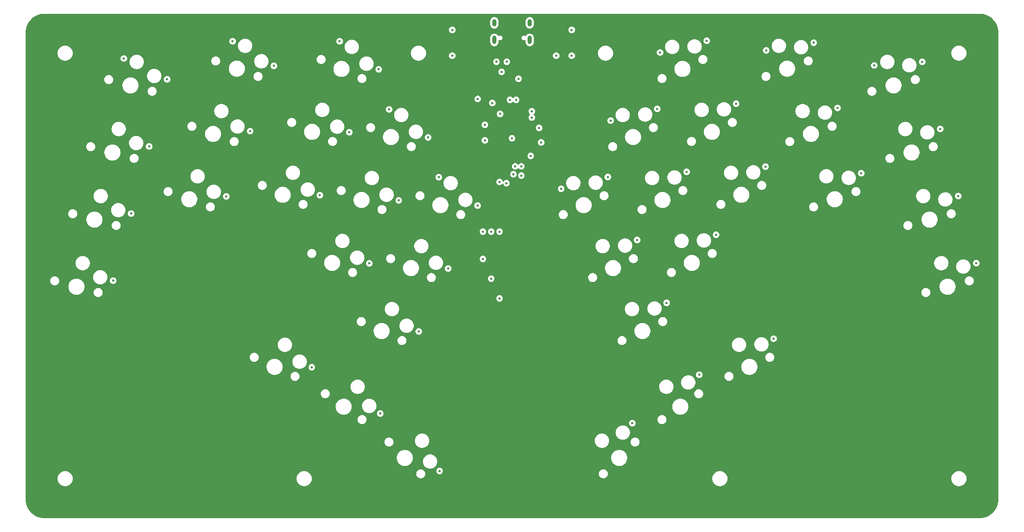
<source format=gbr>
%TF.GenerationSoftware,KiCad,Pcbnew,9.0.0*%
%TF.CreationDate,2025-05-01T21:08:39+03:00*%
%TF.ProjectId,cyberia,63796265-7269-4612-9e6b-696361645f70,v1.0.0*%
%TF.SameCoordinates,Original*%
%TF.FileFunction,Copper,L2,Inr*%
%TF.FilePolarity,Positive*%
%FSLAX46Y46*%
G04 Gerber Fmt 4.6, Leading zero omitted, Abs format (unit mm)*
G04 Created by KiCad (PCBNEW 9.0.0) date 2025-05-01 21:08:39*
%MOMM*%
%LPD*%
G01*
G04 APERTURE LIST*
%TA.AperFunction,HeatsinkPad*%
%ADD10O,1.000000X1.800000*%
%TD*%
%TA.AperFunction,HeatsinkPad*%
%ADD11O,1.000000X2.100000*%
%TD*%
%TA.AperFunction,ViaPad*%
%ADD12C,0.600000*%
%TD*%
G04 APERTURE END LIST*
D10*
%TO.N,GND*%
%TO.C,J1*%
X207520000Y-61154996D03*
D11*
X207519997Y-65334997D03*
X198879999Y-65334997D03*
D10*
X198879997Y-61154997D03*
%TD*%
D12*
%TO.N,R1*%
X196088000Y-118950499D03*
%TO.N,R2*%
X198120000Y-123776499D03*
%TO.N,R3*%
X200152000Y-128602500D03*
X200152000Y-112268000D03*
%TO.N,R2*%
X198120000Y-112268000D03*
%TO.N,R1*%
X196088000Y-112268000D03*
%TO.N,Net-(D20-A)*%
X316674642Y-119965274D03*
%TO.N,Net-(D21-A)*%
X312274718Y-103544534D03*
%TO.N,Net-(D22-A)*%
X307874792Y-87123797D03*
%TO.N,Net-(D23-A)*%
X303474872Y-70703058D03*
%TO.N,Net-(D24-A)*%
X288572698Y-97964862D03*
%TO.N,Net-(D25-A)*%
X282758357Y-81990086D03*
%TO.N,Net-(D26-A)*%
X276944013Y-66015313D03*
%TO.N,Net-(D29-A)*%
X250789592Y-65537109D03*
%TO.N,Net-(D27-A)*%
X265158614Y-96351573D03*
%TO.N,Net-(D28-A)*%
X257974105Y-80944339D03*
%TO.N,Net-(D32-A)*%
X238702235Y-82207315D03*
%TO.N,Net-(D31-A)*%
X245886746Y-97614545D03*
%TO.N,Net-(D35-A)*%
X226614876Y-98877519D03*
%TO.N,Net-(D30-A)*%
X253071256Y-113021780D03*
%TO.N,Net-(D34-A)*%
X233799386Y-114284753D03*
%TO.N,Net-(D33-A)*%
X240983898Y-129691985D03*
%TO.N,Net-(D36-A)*%
X267139800Y-138459469D03*
%TO.N,Net-(D37-A)*%
X248964733Y-147287279D03*
%TO.N,Net-(D38-A)*%
X232598716Y-159137042D03*
%TO.N,Net-(D9-A)*%
X163425289Y-87938674D03*
%TO.N,Net-(D8-A)*%
X156240779Y-103345903D03*
%TO.N,Net-(D11-A)*%
X168328136Y-120016114D03*
%TO.N,Net-(D12-A)*%
X175512647Y-104608878D03*
%TO.N,Net-(D15-A)*%
X187600001Y-121279084D03*
%TO.N,Net-(D14-A)*%
X180415492Y-136686315D03*
%TO.N,Net-(D19-A)*%
X185503898Y-170839658D03*
%TO.N,Net-(D18-A)*%
X170992232Y-156779968D03*
%TO.N,Net-(D17-A)*%
X154259591Y-145453799D03*
%TO.N,Net-(D1-A)*%
X105711429Y-124248730D03*
%TO.N,Net-(D2-A)*%
X110111355Y-107827989D03*
%TO.N,Net-(D5-A)*%
X133379211Y-103625295D03*
%TO.N,Net-(D6-A)*%
X139193554Y-87650521D03*
%TO.N,Net-(D3-A)*%
X114511277Y-91407251D03*
%TO.N,Net-(D4-A)*%
X118911200Y-74986512D03*
%TO.N,Net-(D7-A)*%
X145007896Y-71675747D03*
%TO.N,Net-(D10-A)*%
X170609797Y-72531440D03*
%TO.N,Net-(D13-A)*%
X182697155Y-89201648D03*
%TO.N,Net-(D16-A)*%
X194784515Y-105871852D03*
%TO.N,C0*%
X108324159Y-69872118D03*
%TO.N,C1*%
X134906893Y-65658089D03*
%TO.N,C2*%
X161071703Y-65656323D03*
%TO.N,C3*%
X173159061Y-82326531D03*
%TO.N,C4*%
X185301578Y-98941578D03*
%TO.N,C9*%
X291749029Y-71567384D03*
%TO.N,C8*%
X265338121Y-67898325D03*
%TO.N,C7*%
X239391977Y-68424471D03*
%TO.N,C6*%
X227304620Y-85094678D03*
%TO.N,C5*%
X215217261Y-101764882D03*
%TO.N,+3.3V*%
X208775000Y-90424000D03*
X208267000Y-86867998D03*
X206689997Y-74851501D03*
X204216003Y-81546999D03*
X206489001Y-84327998D03*
X194818000Y-78218997D03*
X198133000Y-89915998D03*
X203962000Y-94728998D03*
X198133000Y-86105996D03*
%TO.N,GND*%
X188599997Y-62890000D03*
X202692000Y-79996999D03*
X188599999Y-69190000D03*
X208039001Y-82804000D03*
X217800002Y-62890000D03*
X201929998Y-70674998D03*
X210325000Y-90424000D03*
X196583000Y-86105996D03*
X204216001Y-79996997D03*
X198390002Y-80771997D03*
X201842000Y-100413998D03*
X203542000Y-98213998D03*
X208038999Y-84327997D03*
X203962000Y-96278998D03*
X200152001Y-100088998D03*
X203200000Y-89408000D03*
X205486000Y-96278998D03*
X204789998Y-74851500D03*
X217800003Y-69190000D03*
X200295001Y-83434498D03*
X205486000Y-98538998D03*
X200660000Y-73157499D03*
X196583000Y-89915998D03*
X209817000Y-86867998D03*
X199389998Y-70674997D03*
X194818000Y-79768997D03*
%TO.N,RUN*%
X207772000Y-93726000D03*
X213999998Y-69190000D03*
%TD*%
%TA.AperFunction,Conductor*%
%TO.N,+3.3V*%
G36*
X317434108Y-58920500D02*
G01*
X317497295Y-58920500D01*
X317502702Y-58920618D01*
X317515819Y-58921190D01*
X317893742Y-58937690D01*
X317904477Y-58938630D01*
X318289859Y-58989366D01*
X318300493Y-58991241D01*
X318679990Y-59075374D01*
X318690416Y-59078168D01*
X319061135Y-59195055D01*
X319071270Y-59198744D01*
X319430383Y-59347493D01*
X319440178Y-59352061D01*
X319784942Y-59531534D01*
X319794309Y-59536941D01*
X320064434Y-59709030D01*
X320122130Y-59745786D01*
X320130991Y-59751991D01*
X320439353Y-59988605D01*
X320447640Y-59995559D01*
X320734204Y-60258146D01*
X320741853Y-60265795D01*
X321004440Y-60552359D01*
X321011394Y-60560646D01*
X321248008Y-60869008D01*
X321254213Y-60877869D01*
X321463057Y-61205689D01*
X321468465Y-61215057D01*
X321647935Y-61559814D01*
X321652507Y-61569617D01*
X321801248Y-61928713D01*
X321801249Y-61928714D01*
X321804949Y-61938879D01*
X321921828Y-62309572D01*
X321924628Y-62320021D01*
X322008756Y-62699498D01*
X322010634Y-62710151D01*
X322061367Y-63095499D01*
X322062310Y-63106276D01*
X322079381Y-63497274D01*
X322079499Y-63502683D01*
X322079499Y-177797291D01*
X322079381Y-177802700D01*
X322062309Y-178193721D01*
X322061366Y-178204497D01*
X322010633Y-178589847D01*
X322008755Y-178600500D01*
X321924628Y-178979976D01*
X321921828Y-178990426D01*
X321804950Y-179361115D01*
X321801250Y-179371280D01*
X321652506Y-179730380D01*
X321647934Y-179740184D01*
X321468465Y-180084940D01*
X321463057Y-180094308D01*
X321254217Y-180422123D01*
X321248012Y-180430985D01*
X321011389Y-180739357D01*
X321004435Y-180747643D01*
X320741852Y-181034202D01*
X320734203Y-181041851D01*
X320447640Y-181304439D01*
X320439353Y-181311393D01*
X320130991Y-181548007D01*
X320122130Y-181554212D01*
X319794310Y-181763056D01*
X319784942Y-181768464D01*
X319440185Y-181947933D01*
X319430381Y-181952505D01*
X319071285Y-182101248D01*
X319061120Y-182104948D01*
X318690427Y-182221827D01*
X318679978Y-182224627D01*
X318300501Y-182308755D01*
X318289848Y-182310633D01*
X317904500Y-182361366D01*
X317893723Y-182362309D01*
X317502726Y-182379380D01*
X317497317Y-182379498D01*
X88902704Y-182379498D01*
X88897295Y-182379380D01*
X88506275Y-182362307D01*
X88495499Y-182361364D01*
X88110151Y-182310632D01*
X88099497Y-182308754D01*
X87720020Y-182224626D01*
X87709571Y-182221826D01*
X87338878Y-182104947D01*
X87328713Y-182101247D01*
X86969617Y-181952504D01*
X86959813Y-181947932D01*
X86615058Y-181768464D01*
X86615042Y-181768455D01*
X86605687Y-181763054D01*
X86441778Y-181658632D01*
X86277877Y-181554215D01*
X86269016Y-181548011D01*
X85960646Y-181311391D01*
X85952359Y-181304437D01*
X85665796Y-181041850D01*
X85658147Y-181034201D01*
X85395560Y-180747638D01*
X85388606Y-180739351D01*
X85151992Y-180430989D01*
X85145787Y-180422128D01*
X84936943Y-180094308D01*
X84931535Y-180084940D01*
X84752066Y-179740183D01*
X84747497Y-179730385D01*
X84598749Y-179371278D01*
X84595050Y-179361115D01*
X84478167Y-178990408D01*
X84475375Y-178979988D01*
X84391242Y-178600488D01*
X84389369Y-178589864D01*
X84338632Y-178204476D01*
X84337692Y-178193743D01*
X84320614Y-177802578D01*
X84320497Y-177797187D01*
X84320497Y-172598709D01*
X92129500Y-172598709D01*
X92129500Y-172841286D01*
X92161161Y-173081783D01*
X92223947Y-173316102D01*
X92316773Y-173540203D01*
X92316774Y-173540205D01*
X92316776Y-173540210D01*
X92438064Y-173750287D01*
X92438065Y-173750288D01*
X92438067Y-173750291D01*
X92585733Y-173942734D01*
X92585739Y-173942741D01*
X92757256Y-174114258D01*
X92757263Y-174114264D01*
X92757266Y-174114266D01*
X92949711Y-174261934D01*
X93159788Y-174383222D01*
X93383900Y-174476052D01*
X93618211Y-174538836D01*
X93798586Y-174562582D01*
X93858711Y-174570498D01*
X93858712Y-174570498D01*
X94101289Y-174570498D01*
X94149388Y-174564165D01*
X94341789Y-174538836D01*
X94576100Y-174476052D01*
X94800212Y-174383222D01*
X95010289Y-174261934D01*
X95202738Y-174114263D01*
X95374265Y-173942736D01*
X95521936Y-173750287D01*
X95643224Y-173540210D01*
X95736054Y-173316098D01*
X95798838Y-173081787D01*
X95830500Y-172841286D01*
X95830500Y-172598711D01*
X150549500Y-172598711D01*
X150549500Y-172841288D01*
X150581161Y-173081785D01*
X150643947Y-173316104D01*
X150736772Y-173540203D01*
X150736776Y-173540212D01*
X150858064Y-173750289D01*
X150858066Y-173750291D01*
X150858067Y-173750293D01*
X151005733Y-173942736D01*
X151005739Y-173942743D01*
X151177256Y-174114260D01*
X151177261Y-174114264D01*
X151177262Y-174114265D01*
X151369711Y-174261936D01*
X151579788Y-174383224D01*
X151803900Y-174476054D01*
X152038211Y-174538838D01*
X152218586Y-174562584D01*
X152278711Y-174570500D01*
X152278712Y-174570500D01*
X152521289Y-174570500D01*
X152569388Y-174564167D01*
X152761789Y-174538838D01*
X152996100Y-174476054D01*
X153220212Y-174383224D01*
X153430289Y-174261936D01*
X153622738Y-174114265D01*
X153794265Y-173942738D01*
X153941936Y-173750289D01*
X154063224Y-173540212D01*
X154156054Y-173316100D01*
X154218838Y-173081789D01*
X154250500Y-172841288D01*
X154250500Y-172598712D01*
X154218838Y-172358211D01*
X154156054Y-172123900D01*
X154063224Y-171899788D01*
X153941936Y-171689711D01*
X153880308Y-171609396D01*
X153806356Y-171513019D01*
X153806355Y-171513018D01*
X153794264Y-171497261D01*
X153794260Y-171497256D01*
X153739403Y-171442399D01*
X179788626Y-171442399D01*
X179788626Y-171615774D01*
X179815746Y-171787000D01*
X179869316Y-171951875D01*
X179869317Y-171951878D01*
X179948024Y-172106347D01*
X180049925Y-172246601D01*
X180172512Y-172369188D01*
X180312766Y-172471089D01*
X180388528Y-172509691D01*
X180467234Y-172549795D01*
X180467237Y-172549796D01*
X180549674Y-172576581D01*
X180632114Y-172603367D01*
X180711417Y-172615927D01*
X180803339Y-172630487D01*
X180803344Y-172630487D01*
X180976713Y-172630487D01*
X181059721Y-172617339D01*
X181147938Y-172603367D01*
X181312817Y-172549795D01*
X181467286Y-172471089D01*
X181607540Y-172369188D01*
X181730127Y-172246601D01*
X181832028Y-172106347D01*
X181910734Y-171951878D01*
X181964306Y-171786999D01*
X181979716Y-171689704D01*
X181991426Y-171615774D01*
X181991426Y-171442399D01*
X181972947Y-171325731D01*
X181964306Y-171271175D01*
X181910734Y-171106297D01*
X181910734Y-171106295D01*
X181838202Y-170963944D01*
X181832028Y-170951827D01*
X181730127Y-170811573D01*
X181679365Y-170760811D01*
X184703398Y-170760811D01*
X184703398Y-170918504D01*
X184734159Y-171073147D01*
X184734162Y-171073159D01*
X184794500Y-171218830D01*
X184794507Y-171218843D01*
X184882108Y-171349946D01*
X184882111Y-171349950D01*
X184993605Y-171461444D01*
X184993609Y-171461447D01*
X185124712Y-171549048D01*
X185124725Y-171549055D01*
X185270396Y-171609393D01*
X185270401Y-171609395D01*
X185425051Y-171640157D01*
X185425054Y-171640158D01*
X185425056Y-171640158D01*
X185582742Y-171640158D01*
X185582743Y-171640157D01*
X185737395Y-171609395D01*
X185883077Y-171549052D01*
X186014187Y-171461447D01*
X186033234Y-171442400D01*
X224408571Y-171442400D01*
X224408571Y-171615775D01*
X224435691Y-171787001D01*
X224489261Y-171951876D01*
X224489262Y-171951879D01*
X224567968Y-172106347D01*
X224567969Y-172106348D01*
X224669870Y-172246602D01*
X224792457Y-172369189D01*
X224932711Y-172471090D01*
X225008473Y-172509692D01*
X225087179Y-172549796D01*
X225087182Y-172549797D01*
X225169619Y-172576582D01*
X225252059Y-172603368D01*
X225331362Y-172615928D01*
X225423284Y-172630488D01*
X225423289Y-172630488D01*
X225596658Y-172630488D01*
X225679666Y-172617340D01*
X225767883Y-172603368D01*
X225782216Y-172598711D01*
X252149500Y-172598711D01*
X252149500Y-172841288D01*
X252181161Y-173081785D01*
X252243947Y-173316104D01*
X252336772Y-173540203D01*
X252336776Y-173540212D01*
X252458064Y-173750289D01*
X252458066Y-173750291D01*
X252458067Y-173750293D01*
X252605733Y-173942736D01*
X252605739Y-173942743D01*
X252777256Y-174114260D01*
X252777261Y-174114264D01*
X252777262Y-174114265D01*
X252969711Y-174261936D01*
X253179788Y-174383224D01*
X253403900Y-174476054D01*
X253638211Y-174538838D01*
X253818586Y-174562584D01*
X253878711Y-174570500D01*
X253878712Y-174570500D01*
X254121289Y-174570500D01*
X254169388Y-174564167D01*
X254361789Y-174538838D01*
X254596100Y-174476054D01*
X254820212Y-174383224D01*
X255030289Y-174261936D01*
X255222738Y-174114265D01*
X255394265Y-173942738D01*
X255541936Y-173750289D01*
X255663224Y-173540212D01*
X255756054Y-173316100D01*
X255818838Y-173081789D01*
X255850500Y-172841288D01*
X255850500Y-172598712D01*
X255850500Y-172598710D01*
X310569497Y-172598710D01*
X310569497Y-172841287D01*
X310601158Y-173081784D01*
X310663944Y-173316103D01*
X310756770Y-173540204D01*
X310756771Y-173540207D01*
X310756773Y-173540211D01*
X310878061Y-173750288D01*
X310878062Y-173750289D01*
X310878064Y-173750292D01*
X311025730Y-173942735D01*
X311025736Y-173942742D01*
X311197253Y-174114259D01*
X311197260Y-174114265D01*
X311310318Y-174201017D01*
X311389708Y-174261935D01*
X311599785Y-174383223D01*
X311823897Y-174476053D01*
X312058208Y-174538837D01*
X312238583Y-174562583D01*
X312298708Y-174570499D01*
X312298709Y-174570499D01*
X312541286Y-174570499D01*
X312589385Y-174564166D01*
X312781786Y-174538837D01*
X313016097Y-174476053D01*
X313240209Y-174383223D01*
X313450286Y-174261935D01*
X313642735Y-174114264D01*
X313814262Y-173942737D01*
X313961933Y-173750288D01*
X314083221Y-173540211D01*
X314176051Y-173316099D01*
X314238835Y-173081788D01*
X314270497Y-172841287D01*
X314270497Y-172598711D01*
X314238835Y-172358210D01*
X314176051Y-172123899D01*
X314083221Y-171899787D01*
X313961933Y-171689710D01*
X313854003Y-171549052D01*
X313814263Y-171497262D01*
X313814257Y-171497255D01*
X313642740Y-171325738D01*
X313642733Y-171325732D01*
X313450290Y-171178066D01*
X313450289Y-171178065D01*
X313450286Y-171178063D01*
X313268566Y-171073147D01*
X313240211Y-171056776D01*
X313240202Y-171056772D01*
X313016101Y-170963946D01*
X312846495Y-170918500D01*
X312781786Y-170901161D01*
X312781785Y-170901160D01*
X312781782Y-170901160D01*
X312541286Y-170869499D01*
X312541285Y-170869499D01*
X312298709Y-170869499D01*
X312298708Y-170869499D01*
X312058211Y-170901160D01*
X311823892Y-170963946D01*
X311599791Y-171056772D01*
X311599782Y-171056776D01*
X311389703Y-171178066D01*
X311197260Y-171325732D01*
X311197253Y-171325738D01*
X311025736Y-171497255D01*
X311025730Y-171497262D01*
X310878064Y-171689705D01*
X310878061Y-171689709D01*
X310878061Y-171689710D01*
X310861814Y-171717850D01*
X310756774Y-171899784D01*
X310756770Y-171899793D01*
X310663944Y-172123894D01*
X310601158Y-172358213D01*
X310569497Y-172598710D01*
X255850500Y-172598710D01*
X255818838Y-172358211D01*
X255756054Y-172123900D01*
X255663224Y-171899788D01*
X255541936Y-171689711D01*
X255394265Y-171497262D01*
X255394263Y-171497260D01*
X255394260Y-171497256D01*
X255222743Y-171325739D01*
X255222736Y-171325733D01*
X255030293Y-171178067D01*
X255030292Y-171178066D01*
X255030289Y-171178064D01*
X254820212Y-171056776D01*
X254820205Y-171056773D01*
X254596104Y-170963947D01*
X254361785Y-170901161D01*
X254121289Y-170869500D01*
X254121288Y-170869500D01*
X253878712Y-170869500D01*
X253878711Y-170869500D01*
X253638214Y-170901161D01*
X253403895Y-170963947D01*
X253179794Y-171056773D01*
X253179785Y-171056777D01*
X252997851Y-171161817D01*
X252969715Y-171178062D01*
X252969706Y-171178067D01*
X252777263Y-171325733D01*
X252777256Y-171325739D01*
X252605739Y-171497256D01*
X252605733Y-171497263D01*
X252458067Y-171689706D01*
X252336777Y-171899785D01*
X252336773Y-171899794D01*
X252243947Y-172123895D01*
X252181161Y-172358214D01*
X252149500Y-172598711D01*
X225782216Y-172598711D01*
X225932762Y-172549796D01*
X226087231Y-172471090D01*
X226227485Y-172369189D01*
X226350072Y-172246602D01*
X226451973Y-172106348D01*
X226530679Y-171951879D01*
X226584251Y-171787000D01*
X226599661Y-171689704D01*
X226611371Y-171615775D01*
X226611371Y-171442400D01*
X226592893Y-171325738D01*
X226584251Y-171271176D01*
X226530679Y-171106298D01*
X226530679Y-171106296D01*
X226451972Y-170951827D01*
X226350072Y-170811574D01*
X226227485Y-170688987D01*
X226087231Y-170587086D01*
X226087229Y-170587085D01*
X225932762Y-170508379D01*
X225932759Y-170508378D01*
X225767884Y-170454808D01*
X225596658Y-170427688D01*
X225596653Y-170427688D01*
X225423289Y-170427688D01*
X225423284Y-170427688D01*
X225252057Y-170454808D01*
X225087182Y-170508378D01*
X225087179Y-170508379D01*
X224932710Y-170587086D01*
X224852690Y-170645224D01*
X224792457Y-170688987D01*
X224792455Y-170688989D01*
X224792454Y-170688989D01*
X224669872Y-170811571D01*
X224669872Y-170811572D01*
X224669870Y-170811574D01*
X224627786Y-170869498D01*
X224567969Y-170951827D01*
X224489262Y-171106296D01*
X224489261Y-171106299D01*
X224435691Y-171271174D01*
X224408571Y-171442400D01*
X186033234Y-171442400D01*
X186125687Y-171349947D01*
X186213292Y-171218837D01*
X186273635Y-171073155D01*
X186304398Y-170918500D01*
X186304398Y-170760816D01*
X186304398Y-170760813D01*
X186304397Y-170760811D01*
X186273635Y-170606161D01*
X186233133Y-170508379D01*
X186213295Y-170460485D01*
X186213288Y-170460472D01*
X186125687Y-170329369D01*
X186125684Y-170329365D01*
X186014190Y-170217871D01*
X186014186Y-170217868D01*
X185883083Y-170130267D01*
X185883070Y-170130260D01*
X185737399Y-170069922D01*
X185737387Y-170069919D01*
X185582743Y-170039158D01*
X185582740Y-170039158D01*
X185425056Y-170039158D01*
X185425053Y-170039158D01*
X185270408Y-170069919D01*
X185270396Y-170069922D01*
X185124725Y-170130260D01*
X185124712Y-170130267D01*
X184993609Y-170217868D01*
X184993605Y-170217871D01*
X184882111Y-170329365D01*
X184882108Y-170329369D01*
X184794507Y-170460472D01*
X184794500Y-170460485D01*
X184734162Y-170606156D01*
X184734159Y-170606168D01*
X184703398Y-170760811D01*
X181679365Y-170760811D01*
X181607540Y-170688986D01*
X181467286Y-170587085D01*
X181312817Y-170508378D01*
X181312814Y-170508377D01*
X181147939Y-170454807D01*
X180976713Y-170427687D01*
X180976708Y-170427687D01*
X180803344Y-170427687D01*
X180803339Y-170427687D01*
X180632112Y-170454807D01*
X180467237Y-170508377D01*
X180467234Y-170508378D01*
X180312765Y-170587085D01*
X180232745Y-170645223D01*
X180172512Y-170688986D01*
X180172510Y-170688988D01*
X180172509Y-170688988D01*
X180049927Y-170811570D01*
X180049927Y-170811571D01*
X180049925Y-170811573D01*
X180007840Y-170869498D01*
X179948024Y-170951826D01*
X179869317Y-171106295D01*
X179869316Y-171106298D01*
X179815746Y-171271173D01*
X179788626Y-171442399D01*
X153739403Y-171442399D01*
X153622743Y-171325739D01*
X153622736Y-171325733D01*
X153430293Y-171178067D01*
X153430292Y-171178066D01*
X153430289Y-171178064D01*
X153220212Y-171056776D01*
X153220205Y-171056773D01*
X152996104Y-170963947D01*
X152761785Y-170901161D01*
X152521289Y-170869500D01*
X152521288Y-170869500D01*
X152278712Y-170869500D01*
X152278711Y-170869500D01*
X152038214Y-170901161D01*
X151803895Y-170963947D01*
X151579794Y-171056773D01*
X151579785Y-171056777D01*
X151397851Y-171161817D01*
X151369715Y-171178062D01*
X151369706Y-171178067D01*
X151177263Y-171325733D01*
X151177256Y-171325739D01*
X151005739Y-171497256D01*
X151005733Y-171497263D01*
X150858067Y-171689706D01*
X150736777Y-171899785D01*
X150736773Y-171899794D01*
X150643947Y-172123895D01*
X150581161Y-172358214D01*
X150549500Y-172598711D01*
X95830500Y-172598711D01*
X95830500Y-172598710D01*
X95798838Y-172358209D01*
X95736054Y-172123898D01*
X95643224Y-171899786D01*
X95521936Y-171689709D01*
X95386357Y-171513018D01*
X95374266Y-171497261D01*
X95374260Y-171497254D01*
X95202743Y-171325737D01*
X95202736Y-171325731D01*
X95010293Y-171178065D01*
X95010292Y-171178064D01*
X95010289Y-171178062D01*
X94800217Y-171056777D01*
X94800214Y-171056775D01*
X94800205Y-171056771D01*
X94576104Y-170963945D01*
X94341796Y-170901162D01*
X94341789Y-170901160D01*
X94341788Y-170901159D01*
X94341785Y-170901159D01*
X94101289Y-170869498D01*
X94101288Y-170869498D01*
X93858712Y-170869498D01*
X93858711Y-170869498D01*
X93618214Y-170901159D01*
X93383895Y-170963945D01*
X93159794Y-171056771D01*
X93159785Y-171056775D01*
X92949706Y-171178065D01*
X92757263Y-171325731D01*
X92757256Y-171325737D01*
X92585739Y-171497254D01*
X92585733Y-171497261D01*
X92438067Y-171689704D01*
X92438066Y-171689706D01*
X92438064Y-171689709D01*
X92438063Y-171689711D01*
X92316777Y-171899783D01*
X92316773Y-171899792D01*
X92223947Y-172123893D01*
X92161161Y-172358212D01*
X92129500Y-172598709D01*
X84320497Y-172598709D01*
X84320497Y-172594651D01*
X84320498Y-167511199D01*
X175035939Y-167511199D01*
X175035939Y-167768800D01*
X175061112Y-167959997D01*
X175069561Y-168024175D01*
X175093962Y-168115243D01*
X175136228Y-168272982D01*
X175234798Y-168510952D01*
X175234806Y-168510969D01*
X175363591Y-168734030D01*
X175363602Y-168734046D01*
X175520402Y-168938392D01*
X175520408Y-168938399D01*
X175702539Y-169120530D01*
X175702546Y-169120536D01*
X175848068Y-169232199D01*
X175906901Y-169277343D01*
X175906908Y-169277347D01*
X176129969Y-169406132D01*
X176129974Y-169406134D01*
X176129977Y-169406136D01*
X176129981Y-169406137D01*
X176129986Y-169406140D01*
X176224325Y-169445216D01*
X176367955Y-169504710D01*
X176616764Y-169571378D01*
X176872146Y-169605000D01*
X176872153Y-169605000D01*
X177129725Y-169605000D01*
X177129732Y-169605000D01*
X177385114Y-169571378D01*
X177633923Y-169504710D01*
X177871901Y-169406136D01*
X178094977Y-169277343D01*
X178299333Y-169120535D01*
X178481474Y-168938394D01*
X178638282Y-168734038D01*
X178767075Y-168510962D01*
X178809250Y-168409142D01*
X181437623Y-168409142D01*
X181437623Y-168638625D01*
X181462569Y-168828099D01*
X181467575Y-168866122D01*
X181486942Y-168938400D01*
X181526965Y-169087771D01*
X181614773Y-169299760D01*
X181614780Y-169299774D01*
X181729515Y-169498501D01*
X181869204Y-169680545D01*
X181869212Y-169680554D01*
X182031453Y-169842795D01*
X182031461Y-169842802D01*
X182213505Y-169982491D01*
X182213508Y-169982492D01*
X182213511Y-169982495D01*
X182412235Y-170097228D01*
X182412240Y-170097230D01*
X182412246Y-170097233D01*
X182491981Y-170130260D01*
X182624236Y-170185042D01*
X182845885Y-170244432D01*
X183073389Y-170274384D01*
X183073396Y-170274384D01*
X183302850Y-170274384D01*
X183302857Y-170274384D01*
X183530361Y-170244432D01*
X183752010Y-170185042D01*
X183964011Y-170097228D01*
X184162735Y-169982495D01*
X184344784Y-169842803D01*
X184344788Y-169842798D01*
X184344793Y-169842795D01*
X184507034Y-169680554D01*
X184507037Y-169680549D01*
X184507042Y-169680545D01*
X184646734Y-169498496D01*
X184761467Y-169299772D01*
X184849281Y-169087771D01*
X184908671Y-168866122D01*
X184938623Y-168638618D01*
X184938623Y-168409150D01*
X184908671Y-168181646D01*
X184849281Y-167959997D01*
X184770085Y-167768801D01*
X184761472Y-167748007D01*
X184761469Y-167748001D01*
X184761467Y-167747996D01*
X184646734Y-167549272D01*
X184617520Y-167511200D01*
X227434058Y-167511200D01*
X227434058Y-167768801D01*
X227467680Y-168024175D01*
X227534347Y-168272983D01*
X227632917Y-168510953D01*
X227632925Y-168510970D01*
X227761710Y-168734031D01*
X227761714Y-168734038D01*
X227761721Y-168734047D01*
X227918521Y-168938393D01*
X227918527Y-168938400D01*
X228100658Y-169120531D01*
X228100663Y-169120535D01*
X228100664Y-169120536D01*
X228305020Y-169277344D01*
X228305027Y-169277348D01*
X228528088Y-169406133D01*
X228528093Y-169406135D01*
X228528096Y-169406137D01*
X228528100Y-169406138D01*
X228528105Y-169406141D01*
X228622444Y-169445217D01*
X228766074Y-169504711D01*
X229014883Y-169571379D01*
X229257350Y-169603300D01*
X229270249Y-169604999D01*
X229270265Y-169605001D01*
X229270272Y-169605001D01*
X229527844Y-169605001D01*
X229527851Y-169605001D01*
X229783233Y-169571379D01*
X230032042Y-169504711D01*
X230270020Y-169406137D01*
X230493096Y-169277344D01*
X230697452Y-169120536D01*
X230879593Y-168938395D01*
X231036401Y-168734039D01*
X231165194Y-168510963D01*
X231263768Y-168272985D01*
X231330436Y-168024176D01*
X231364058Y-167768794D01*
X231364058Y-167511208D01*
X231363523Y-167507148D01*
X231362357Y-167498293D01*
X231330436Y-167255826D01*
X231263768Y-167007017D01*
X231165197Y-166769047D01*
X231165190Y-166769031D01*
X231036405Y-166545970D01*
X231036404Y-166545969D01*
X231036401Y-166545963D01*
X230879593Y-166341607D01*
X230879592Y-166341606D01*
X230879588Y-166341601D01*
X230697457Y-166159470D01*
X230697450Y-166159464D01*
X230493104Y-166002664D01*
X230493102Y-166002662D01*
X230493096Y-166002658D01*
X230493091Y-166002655D01*
X230493088Y-166002653D01*
X230270027Y-165873868D01*
X230270010Y-165873860D01*
X230032040Y-165775290D01*
X229874301Y-165733024D01*
X229783233Y-165708623D01*
X229751310Y-165704420D01*
X229527858Y-165675001D01*
X229527851Y-165675001D01*
X229270265Y-165675001D01*
X229270257Y-165675001D01*
X229014883Y-165708623D01*
X228766075Y-165775290D01*
X228528105Y-165873860D01*
X228528088Y-165873868D01*
X228305027Y-166002653D01*
X228305011Y-166002664D01*
X228100665Y-166159464D01*
X228100658Y-166159470D01*
X227918527Y-166341601D01*
X227918521Y-166341608D01*
X227761721Y-166545954D01*
X227761710Y-166545970D01*
X227632925Y-166769031D01*
X227632917Y-166769048D01*
X227534347Y-167007018D01*
X227467680Y-167255826D01*
X227434058Y-167511200D01*
X184617520Y-167511200D01*
X184507042Y-167367223D01*
X184507041Y-167367222D01*
X184507034Y-167367214D01*
X184344793Y-167204973D01*
X184344784Y-167204965D01*
X184162740Y-167065276D01*
X183964013Y-166950541D01*
X183963999Y-166950534D01*
X183752010Y-166862726D01*
X183530361Y-166803336D01*
X183492338Y-166798330D01*
X183302864Y-166773384D01*
X183302857Y-166773384D01*
X183073389Y-166773384D01*
X183073381Y-166773384D01*
X182856838Y-166801893D01*
X182845885Y-166803336D01*
X182752199Y-166828438D01*
X182624235Y-166862726D01*
X182412246Y-166950534D01*
X182412232Y-166950541D01*
X182213505Y-167065276D01*
X182031461Y-167204965D01*
X181869204Y-167367222D01*
X181729515Y-167549266D01*
X181614780Y-167747993D01*
X181614773Y-167748007D01*
X181526965Y-167959996D01*
X181467576Y-168181643D01*
X181467574Y-168181654D01*
X181437623Y-168409142D01*
X178809250Y-168409142D01*
X178865649Y-168272984D01*
X178932317Y-168024175D01*
X178965939Y-167768793D01*
X178965939Y-167511207D01*
X178932317Y-167255825D01*
X178865649Y-167007016D01*
X178767075Y-166769038D01*
X178767071Y-166769031D01*
X178767071Y-166769030D01*
X178638286Y-166545969D01*
X178638282Y-166545962D01*
X178481474Y-166341606D01*
X178481469Y-166341600D01*
X178299338Y-166159469D01*
X178299331Y-166159463D01*
X178094985Y-166002663D01*
X178094978Y-166002658D01*
X178094977Y-166002657D01*
X178094970Y-166002653D01*
X178094969Y-166002652D01*
X177871908Y-165873867D01*
X177871891Y-165873859D01*
X177633921Y-165775289D01*
X177476182Y-165733023D01*
X177385114Y-165708622D01*
X177353191Y-165704419D01*
X177129739Y-165675000D01*
X177129732Y-165675000D01*
X176872146Y-165675000D01*
X176872138Y-165675000D01*
X176616764Y-165708622D01*
X176367956Y-165775289D01*
X176129986Y-165873859D01*
X176129969Y-165873867D01*
X175906908Y-166002652D01*
X175906892Y-166002663D01*
X175702546Y-166159463D01*
X175702539Y-166159469D01*
X175520408Y-166341600D01*
X175520402Y-166341607D01*
X175363602Y-166545953D01*
X175363591Y-166545969D01*
X175234806Y-166769030D01*
X175234798Y-166769047D01*
X175136228Y-167007017D01*
X175069561Y-167255825D01*
X175035939Y-167511199D01*
X84320498Y-167511199D01*
X84320498Y-167507148D01*
X84320498Y-163664225D01*
X172010452Y-163664225D01*
X172010452Y-163837600D01*
X172037572Y-164008826D01*
X172091142Y-164173701D01*
X172091143Y-164173704D01*
X172169850Y-164328173D01*
X172271751Y-164468427D01*
X172394338Y-164591014D01*
X172534592Y-164692915D01*
X172610354Y-164731517D01*
X172689060Y-164771621D01*
X172689063Y-164771622D01*
X172771500Y-164798407D01*
X172853940Y-164825193D01*
X172933243Y-164837753D01*
X173025165Y-164852313D01*
X173025170Y-164852313D01*
X173198539Y-164852313D01*
X173281547Y-164839165D01*
X173369764Y-164825193D01*
X173534643Y-164771621D01*
X173689112Y-164692915D01*
X173829366Y-164591014D01*
X173951953Y-164468427D01*
X174053854Y-164328173D01*
X174132560Y-164173704D01*
X174186132Y-164008825D01*
X174200104Y-163920608D01*
X174213252Y-163837600D01*
X174213252Y-163664225D01*
X174194756Y-163547454D01*
X174186132Y-163493001D01*
X174170124Y-163443734D01*
X174140397Y-163352240D01*
X174136551Y-163340405D01*
X174132560Y-163328122D01*
X174132559Y-163328121D01*
X174132560Y-163328121D01*
X174127389Y-163317973D01*
X179457727Y-163317973D01*
X179457727Y-163547456D01*
X179473101Y-163664225D01*
X179487679Y-163774953D01*
X179547068Y-163996600D01*
X179547069Y-163996602D01*
X179634877Y-164208591D01*
X179634884Y-164208605D01*
X179749619Y-164407332D01*
X179889308Y-164589376D01*
X179889316Y-164589385D01*
X180051557Y-164751626D01*
X180051563Y-164751631D01*
X180051566Y-164751634D01*
X180077615Y-164771622D01*
X180233609Y-164891322D01*
X180233612Y-164891323D01*
X180233615Y-164891326D01*
X180432339Y-165006059D01*
X180432344Y-165006061D01*
X180432350Y-165006064D01*
X180523707Y-165043905D01*
X180644340Y-165093873D01*
X180865989Y-165153263D01*
X181082539Y-165181772D01*
X181093477Y-165183213D01*
X181093493Y-165183215D01*
X181093500Y-165183215D01*
X181322954Y-165183215D01*
X181322961Y-165183215D01*
X181550465Y-165153263D01*
X181772114Y-165093873D01*
X181984115Y-165006059D01*
X182182839Y-164891326D01*
X182364888Y-164751634D01*
X182364892Y-164751629D01*
X182364897Y-164751626D01*
X182527138Y-164589385D01*
X182527141Y-164589380D01*
X182527146Y-164589376D01*
X182666838Y-164407327D01*
X182781571Y-164208603D01*
X182869385Y-163996602D01*
X182928775Y-163774953D01*
X182958727Y-163547449D01*
X182958727Y-163317981D01*
X182958726Y-163317971D01*
X223441273Y-163317971D01*
X223441273Y-163547454D01*
X223456648Y-163664231D01*
X223471225Y-163774951D01*
X223488012Y-163837600D01*
X223530615Y-163996600D01*
X223618423Y-164208589D01*
X223618430Y-164208603D01*
X223733165Y-164407330D01*
X223872854Y-164589374D01*
X223872862Y-164589383D01*
X224035103Y-164751624D01*
X224035111Y-164751631D01*
X224035112Y-164751632D01*
X224035115Y-164751634D01*
X224217155Y-164891320D01*
X224217158Y-164891321D01*
X224217161Y-164891324D01*
X224415885Y-165006057D01*
X224415890Y-165006059D01*
X224415896Y-165006062D01*
X224507253Y-165043903D01*
X224627886Y-165093871D01*
X224849535Y-165153261D01*
X225077039Y-165183213D01*
X225077046Y-165183213D01*
X225306500Y-165183213D01*
X225306507Y-165183213D01*
X225534011Y-165153261D01*
X225755660Y-165093871D01*
X225967661Y-165006057D01*
X226166385Y-164891324D01*
X226348434Y-164751632D01*
X226348440Y-164751626D01*
X226348443Y-164751624D01*
X226510684Y-164589383D01*
X226510687Y-164589378D01*
X226510692Y-164589374D01*
X226650384Y-164407325D01*
X226765117Y-164208601D01*
X226852931Y-163996600D01*
X226912321Y-163774951D01*
X226926898Y-163664226D01*
X232186745Y-163664226D01*
X232186745Y-163837601D01*
X232213865Y-164008827D01*
X232267435Y-164173702D01*
X232267436Y-164173705D01*
X232285211Y-164208589D01*
X232346143Y-164328174D01*
X232448044Y-164468428D01*
X232570631Y-164591015D01*
X232710885Y-164692916D01*
X232786647Y-164731518D01*
X232865353Y-164771622D01*
X232865356Y-164771623D01*
X232947793Y-164798408D01*
X233030233Y-164825194D01*
X233109536Y-164837754D01*
X233201458Y-164852314D01*
X233201463Y-164852314D01*
X233374832Y-164852314D01*
X233457840Y-164839166D01*
X233546057Y-164825194D01*
X233710936Y-164771622D01*
X233865405Y-164692916D01*
X234005659Y-164591015D01*
X234128246Y-164468428D01*
X234230147Y-164328174D01*
X234308853Y-164173705D01*
X234362425Y-164008826D01*
X234376397Y-163920609D01*
X234389545Y-163837601D01*
X234389545Y-163664226D01*
X234373767Y-163564616D01*
X234362425Y-163493002D01*
X234308853Y-163328124D01*
X234308853Y-163328122D01*
X234245261Y-163203317D01*
X234230147Y-163173654D01*
X234128246Y-163033400D01*
X234005659Y-162910813D01*
X233865405Y-162808912D01*
X233865403Y-162808911D01*
X233710936Y-162730205D01*
X233710933Y-162730204D01*
X233546058Y-162676634D01*
X233374832Y-162649514D01*
X233374827Y-162649514D01*
X233201463Y-162649514D01*
X233201458Y-162649514D01*
X233030231Y-162676634D01*
X232865356Y-162730204D01*
X232865353Y-162730205D01*
X232710884Y-162808912D01*
X232630864Y-162867050D01*
X232570631Y-162910813D01*
X232570629Y-162910815D01*
X232570628Y-162910815D01*
X232448046Y-163033397D01*
X232448046Y-163033398D01*
X232448044Y-163033400D01*
X232406579Y-163090472D01*
X232346143Y-163173653D01*
X232267436Y-163328122D01*
X232267435Y-163328125D01*
X232213865Y-163493000D01*
X232186745Y-163664226D01*
X226926898Y-163664226D01*
X226942273Y-163547447D01*
X226942273Y-163317979D01*
X226912321Y-163090475D01*
X226852931Y-162868826D01*
X226795511Y-162730203D01*
X226765122Y-162656836D01*
X226765118Y-162656827D01*
X226765117Y-162656825D01*
X226650384Y-162458101D01*
X226650381Y-162458097D01*
X226650380Y-162458095D01*
X226549537Y-162326675D01*
X226510692Y-162276052D01*
X226510691Y-162276051D01*
X226510684Y-162276043D01*
X226348443Y-162113802D01*
X226348434Y-162113794D01*
X226166390Y-161974105D01*
X225967663Y-161859370D01*
X225967649Y-161859363D01*
X225755660Y-161771555D01*
X225534011Y-161712165D01*
X225495988Y-161707159D01*
X225306514Y-161682213D01*
X225306507Y-161682213D01*
X225077039Y-161682213D01*
X225077031Y-161682213D01*
X224860488Y-161710722D01*
X224849535Y-161712165D01*
X224755849Y-161737267D01*
X224627885Y-161771555D01*
X224415896Y-161859363D01*
X224415882Y-161859370D01*
X224217155Y-161974105D01*
X224035111Y-162113794D01*
X223872854Y-162276051D01*
X223733165Y-162458095D01*
X223618430Y-162656822D01*
X223618423Y-162656836D01*
X223530615Y-162868825D01*
X223530614Y-162868828D01*
X223471226Y-163090474D01*
X223471224Y-163090483D01*
X223441273Y-163317971D01*
X182958726Y-163317971D01*
X182928775Y-163090477D01*
X182869385Y-162868828D01*
X182811965Y-162730204D01*
X182781576Y-162656838D01*
X182781573Y-162656832D01*
X182781571Y-162656827D01*
X182666838Y-162458103D01*
X182666835Y-162458100D01*
X182666834Y-162458097D01*
X182527145Y-162276053D01*
X182527138Y-162276045D01*
X182364897Y-162113804D01*
X182364888Y-162113796D01*
X182182844Y-161974107D01*
X182182835Y-161974102D01*
X181984115Y-161859371D01*
X181984113Y-161859370D01*
X181984103Y-161859365D01*
X181772114Y-161771557D01*
X181772107Y-161771555D01*
X181550465Y-161712167D01*
X181512442Y-161707161D01*
X181322968Y-161682215D01*
X181322961Y-161682215D01*
X181093493Y-161682215D01*
X181093485Y-161682215D01*
X180876942Y-161710724D01*
X180865989Y-161712167D01*
X180772303Y-161737269D01*
X180644339Y-161771557D01*
X180432350Y-161859365D01*
X180432336Y-161859372D01*
X180233609Y-161974107D01*
X180051565Y-162113796D01*
X179889308Y-162276053D01*
X179749619Y-162458097D01*
X179634884Y-162656824D01*
X179634877Y-162656838D01*
X179547069Y-162868827D01*
X179535654Y-162911428D01*
X179487681Y-163090472D01*
X179487680Y-163090474D01*
X179487678Y-163090485D01*
X179457727Y-163317973D01*
X174127389Y-163317973D01*
X174092456Y-163249415D01*
X174053854Y-163173653D01*
X173951953Y-163033399D01*
X173829366Y-162910812D01*
X173689112Y-162808911D01*
X173534643Y-162730204D01*
X173534640Y-162730203D01*
X173369765Y-162676633D01*
X173198539Y-162649513D01*
X173198534Y-162649513D01*
X173025170Y-162649513D01*
X173025165Y-162649513D01*
X172853938Y-162676633D01*
X172689063Y-162730203D01*
X172689060Y-162730204D01*
X172534591Y-162808911D01*
X172454571Y-162867049D01*
X172394338Y-162910812D01*
X172394336Y-162910814D01*
X172394335Y-162910814D01*
X172271753Y-163033396D01*
X172271753Y-163033397D01*
X172271751Y-163033399D01*
X172230285Y-163090472D01*
X172169850Y-163173652D01*
X172091143Y-163328121D01*
X172091142Y-163328124D01*
X172037572Y-163492999D01*
X172010452Y-163664225D01*
X84320498Y-163664225D01*
X84320498Y-161338075D01*
X228532442Y-161338075D01*
X228532442Y-161567558D01*
X228557388Y-161757032D01*
X228562394Y-161795055D01*
X228610370Y-161974105D01*
X228621784Y-162016704D01*
X228709592Y-162228693D01*
X228709599Y-162228707D01*
X228824334Y-162427434D01*
X228964023Y-162609478D01*
X228964031Y-162609487D01*
X229126272Y-162771728D01*
X229126280Y-162771735D01*
X229308324Y-162911424D01*
X229308327Y-162911425D01*
X229308330Y-162911428D01*
X229507054Y-163026161D01*
X229507059Y-163026163D01*
X229507065Y-163026166D01*
X229524530Y-163033400D01*
X229719055Y-163113975D01*
X229940704Y-163173365D01*
X230168208Y-163203317D01*
X230168215Y-163203317D01*
X230397669Y-163203317D01*
X230397676Y-163203317D01*
X230625180Y-163173365D01*
X230846829Y-163113975D01*
X231058830Y-163026161D01*
X231257554Y-162911428D01*
X231439603Y-162771736D01*
X231439607Y-162771731D01*
X231439612Y-162771728D01*
X231601853Y-162609487D01*
X231601856Y-162609482D01*
X231601861Y-162609478D01*
X231741553Y-162427429D01*
X231856286Y-162228705D01*
X231944100Y-162016704D01*
X232003490Y-161795055D01*
X232033442Y-161567551D01*
X232033442Y-161338083D01*
X232003490Y-161110579D01*
X231944100Y-160888930D01*
X231856286Y-160676929D01*
X231741553Y-160478205D01*
X231741550Y-160478202D01*
X231741549Y-160478199D01*
X231601860Y-160296155D01*
X231601853Y-160296147D01*
X231439612Y-160133906D01*
X231439603Y-160133898D01*
X231257559Y-159994209D01*
X231058832Y-159879474D01*
X231058818Y-159879467D01*
X230846829Y-159791659D01*
X230625180Y-159732269D01*
X230587157Y-159727263D01*
X230397683Y-159702317D01*
X230397676Y-159702317D01*
X230168208Y-159702317D01*
X230168200Y-159702317D01*
X229951657Y-159730826D01*
X229940704Y-159732269D01*
X229847018Y-159757371D01*
X229719054Y-159791659D01*
X229507065Y-159879467D01*
X229507051Y-159879474D01*
X229308324Y-159994209D01*
X229126280Y-160133898D01*
X228964023Y-160296155D01*
X228824334Y-160478199D01*
X228709599Y-160676926D01*
X228709592Y-160676940D01*
X228621784Y-160888929D01*
X228562395Y-161110576D01*
X228562393Y-161110587D01*
X228532442Y-161338075D01*
X84320498Y-161338075D01*
X84320498Y-158173426D01*
X165466772Y-158173426D01*
X165466772Y-158346801D01*
X165493892Y-158518027D01*
X165547462Y-158682902D01*
X165547463Y-158682905D01*
X165585653Y-158757856D01*
X165626170Y-158837374D01*
X165728071Y-158977628D01*
X165850658Y-159100215D01*
X165990912Y-159202116D01*
X166066674Y-159240718D01*
X166145380Y-159280822D01*
X166145383Y-159280823D01*
X166227820Y-159307608D01*
X166310260Y-159334394D01*
X166389563Y-159346954D01*
X166481485Y-159361514D01*
X166481490Y-159361514D01*
X166654859Y-159361514D01*
X166737867Y-159348366D01*
X166826084Y-159334394D01*
X166990963Y-159280822D01*
X167145432Y-159202116D01*
X167285686Y-159100215D01*
X167327706Y-159058195D01*
X231798216Y-159058195D01*
X231798216Y-159215888D01*
X231828977Y-159370531D01*
X231828980Y-159370543D01*
X231889318Y-159516214D01*
X231889325Y-159516227D01*
X231976926Y-159647330D01*
X231976929Y-159647334D01*
X232088423Y-159758828D01*
X232088427Y-159758831D01*
X232219530Y-159846432D01*
X232219543Y-159846439D01*
X232299298Y-159879474D01*
X232365219Y-159906779D01*
X232519869Y-159937541D01*
X232519872Y-159937542D01*
X232519874Y-159937542D01*
X232677560Y-159937542D01*
X232677561Y-159937541D01*
X232832213Y-159906779D01*
X232977895Y-159846436D01*
X233109005Y-159758831D01*
X233220505Y-159647331D01*
X233308110Y-159516221D01*
X233368453Y-159370539D01*
X233399216Y-159215884D01*
X233399216Y-159058200D01*
X233399216Y-159058197D01*
X233399215Y-159058195D01*
X233383190Y-158977631D01*
X233368453Y-158903545D01*
X233368451Y-158903540D01*
X233308113Y-158757869D01*
X233308106Y-158757856D01*
X233220505Y-158626753D01*
X233220502Y-158626749D01*
X233109008Y-158515255D01*
X233109004Y-158515252D01*
X232977901Y-158427651D01*
X232977888Y-158427644D01*
X232832217Y-158367306D01*
X232832205Y-158367303D01*
X232677561Y-158336542D01*
X232677558Y-158336542D01*
X232519874Y-158336542D01*
X232519871Y-158336542D01*
X232365226Y-158367303D01*
X232365214Y-158367306D01*
X232219543Y-158427644D01*
X232219530Y-158427651D01*
X232088427Y-158515252D01*
X232088423Y-158515255D01*
X231976929Y-158626749D01*
X231976926Y-158626753D01*
X231889325Y-158757856D01*
X231889318Y-158757869D01*
X231828980Y-158903540D01*
X231828977Y-158903552D01*
X231798216Y-159058195D01*
X167327706Y-159058195D01*
X167408273Y-158977628D01*
X167510174Y-158837374D01*
X167588880Y-158682905D01*
X167642452Y-158518026D01*
X167666324Y-158367305D01*
X167669572Y-158346801D01*
X167669572Y-158173426D01*
X238730425Y-158173426D01*
X238730425Y-158346801D01*
X238757545Y-158518027D01*
X238811115Y-158682902D01*
X238811116Y-158682905D01*
X238849306Y-158757856D01*
X238889823Y-158837374D01*
X238991724Y-158977628D01*
X239114311Y-159100215D01*
X239254565Y-159202116D01*
X239330327Y-159240718D01*
X239409033Y-159280822D01*
X239409036Y-159280823D01*
X239491473Y-159307608D01*
X239573913Y-159334394D01*
X239653216Y-159346954D01*
X239745138Y-159361514D01*
X239745143Y-159361514D01*
X239918512Y-159361514D01*
X240001520Y-159348366D01*
X240089737Y-159334394D01*
X240254616Y-159280822D01*
X240409085Y-159202116D01*
X240549339Y-159100215D01*
X240671926Y-158977628D01*
X240773827Y-158837374D01*
X240852533Y-158682905D01*
X240906105Y-158518026D01*
X240929977Y-158367305D01*
X240933225Y-158346801D01*
X240933225Y-158173426D01*
X240917447Y-158073816D01*
X240906105Y-158002202D01*
X240852533Y-157837323D01*
X240852533Y-157837322D01*
X240773826Y-157682853D01*
X240671926Y-157542600D01*
X240549339Y-157420013D01*
X240409085Y-157318112D01*
X240254616Y-157239405D01*
X240254613Y-157239404D01*
X240089738Y-157185834D01*
X239918512Y-157158714D01*
X239918507Y-157158714D01*
X239745143Y-157158714D01*
X239745138Y-157158714D01*
X239573911Y-157185834D01*
X239409036Y-157239404D01*
X239409033Y-157239405D01*
X239254564Y-157318112D01*
X239174544Y-157376250D01*
X239114311Y-157420013D01*
X239114309Y-157420015D01*
X239114308Y-157420015D01*
X238991726Y-157542597D01*
X238991726Y-157542598D01*
X238991724Y-157542600D01*
X238964212Y-157580467D01*
X238889823Y-157682853D01*
X238811116Y-157837322D01*
X238811115Y-157837325D01*
X238757545Y-158002200D01*
X238730425Y-158173426D01*
X167669572Y-158173426D01*
X167653794Y-158073816D01*
X167642452Y-158002202D01*
X167588880Y-157837323D01*
X167588880Y-157837322D01*
X167510173Y-157682853D01*
X167408273Y-157542600D01*
X167285686Y-157420013D01*
X167145432Y-157318112D01*
X166990963Y-157239405D01*
X166990960Y-157239404D01*
X166826085Y-157185834D01*
X166654859Y-157158714D01*
X166654854Y-157158714D01*
X166481490Y-157158714D01*
X166481485Y-157158714D01*
X166310258Y-157185834D01*
X166145383Y-157239404D01*
X166145380Y-157239405D01*
X165990911Y-157318112D01*
X165910891Y-157376250D01*
X165850658Y-157420013D01*
X165850656Y-157420015D01*
X165850655Y-157420015D01*
X165728073Y-157542597D01*
X165728073Y-157542598D01*
X165728071Y-157542600D01*
X165700559Y-157580467D01*
X165626170Y-157682853D01*
X165547463Y-157837322D01*
X165547462Y-157837325D01*
X165493892Y-158002200D01*
X165466772Y-158173426D01*
X84320498Y-158173426D01*
X84320498Y-154976642D01*
X160097837Y-154976642D01*
X160097837Y-155234243D01*
X160127256Y-155457695D01*
X160131459Y-155489618D01*
X160155860Y-155580686D01*
X160198126Y-155738425D01*
X160296696Y-155976395D01*
X160296704Y-155976412D01*
X160425489Y-156199473D01*
X160425500Y-156199489D01*
X160582300Y-156403835D01*
X160582306Y-156403842D01*
X160764437Y-156585973D01*
X160764444Y-156585979D01*
X160811458Y-156622054D01*
X160968799Y-156742786D01*
X160968806Y-156742790D01*
X161191867Y-156871575D01*
X161191872Y-156871577D01*
X161191875Y-156871579D01*
X161191879Y-156871580D01*
X161191884Y-156871583D01*
X161286223Y-156910659D01*
X161429853Y-156970153D01*
X161678662Y-157036821D01*
X161934044Y-157070443D01*
X161934051Y-157070443D01*
X162191623Y-157070443D01*
X162191630Y-157070443D01*
X162447012Y-157036821D01*
X162695821Y-156970153D01*
X162933799Y-156871579D01*
X163156875Y-156742786D01*
X163211174Y-156701121D01*
X170191732Y-156701121D01*
X170191732Y-156858814D01*
X170222493Y-157013457D01*
X170222496Y-157013469D01*
X170282834Y-157159140D01*
X170282841Y-157159153D01*
X170370442Y-157290256D01*
X170370445Y-157290260D01*
X170481939Y-157401754D01*
X170481943Y-157401757D01*
X170613046Y-157489358D01*
X170613059Y-157489365D01*
X170741577Y-157542598D01*
X170758735Y-157549705D01*
X170913385Y-157580467D01*
X170913388Y-157580468D01*
X170913390Y-157580468D01*
X171071076Y-157580468D01*
X171071077Y-157580467D01*
X171225729Y-157549705D01*
X171371411Y-157489362D01*
X171502521Y-157401757D01*
X171614021Y-157290257D01*
X171701626Y-157159147D01*
X171761969Y-157013465D01*
X171792732Y-156858810D01*
X171792732Y-156701126D01*
X171792732Y-156701123D01*
X171792731Y-156701121D01*
X171769828Y-156585980D01*
X171761969Y-156546471D01*
X171732302Y-156474848D01*
X171701629Y-156400795D01*
X171701622Y-156400782D01*
X171614021Y-156269679D01*
X171614018Y-156269675D01*
X171502524Y-156158181D01*
X171502520Y-156158178D01*
X171371417Y-156070577D01*
X171371404Y-156070570D01*
X171225733Y-156010232D01*
X171225721Y-156010229D01*
X171071077Y-155979468D01*
X171071074Y-155979468D01*
X170913390Y-155979468D01*
X170913387Y-155979468D01*
X170758742Y-156010229D01*
X170758730Y-156010232D01*
X170613059Y-156070570D01*
X170613046Y-156070577D01*
X170481943Y-156158178D01*
X170481939Y-156158181D01*
X170370445Y-156269675D01*
X170370442Y-156269679D01*
X170282841Y-156400782D01*
X170282834Y-156400795D01*
X170222496Y-156546466D01*
X170222493Y-156546478D01*
X170191732Y-156701121D01*
X163211174Y-156701121D01*
X163361231Y-156585978D01*
X163543372Y-156403837D01*
X163700180Y-156199481D01*
X163828973Y-155976405D01*
X163927547Y-155738427D01*
X163994215Y-155489618D01*
X164027837Y-155234236D01*
X164027837Y-154976650D01*
X164002838Y-154786764D01*
X166559009Y-154786764D01*
X166559009Y-155016247D01*
X166583955Y-155205721D01*
X166588961Y-155243744D01*
X166588962Y-155243746D01*
X166648351Y-155465393D01*
X166736159Y-155677382D01*
X166736166Y-155677396D01*
X166850901Y-155876123D01*
X166990590Y-156058167D01*
X166990598Y-156058176D01*
X167152839Y-156220417D01*
X167152847Y-156220424D01*
X167334891Y-156360113D01*
X167334894Y-156360114D01*
X167334897Y-156360117D01*
X167533621Y-156474850D01*
X167533626Y-156474852D01*
X167533632Y-156474855D01*
X167624989Y-156512696D01*
X167745622Y-156562664D01*
X167967271Y-156622054D01*
X168194775Y-156652006D01*
X168194782Y-156652006D01*
X168424236Y-156652006D01*
X168424243Y-156652006D01*
X168651747Y-156622054D01*
X168873396Y-156562664D01*
X169085397Y-156474850D01*
X169284121Y-156360117D01*
X169466170Y-156220425D01*
X169466174Y-156220420D01*
X169466179Y-156220417D01*
X169628420Y-156058176D01*
X169628423Y-156058171D01*
X169628428Y-156058167D01*
X169768120Y-155876118D01*
X169882853Y-155677394D01*
X169970667Y-155465393D01*
X170030057Y-155243744D01*
X170060009Y-155016240D01*
X170060009Y-154976643D01*
X242372161Y-154976643D01*
X242372161Y-155234244D01*
X242405783Y-155489618D01*
X242472450Y-155738426D01*
X242571020Y-155976396D01*
X242571028Y-155976413D01*
X242699813Y-156199474D01*
X242699817Y-156199481D01*
X242699824Y-156199490D01*
X242856624Y-156403836D01*
X242856630Y-156403843D01*
X243038761Y-156585974D01*
X243038766Y-156585978D01*
X243038767Y-156585979D01*
X243243123Y-156742787D01*
X243243130Y-156742791D01*
X243466191Y-156871576D01*
X243466196Y-156871578D01*
X243466199Y-156871580D01*
X243466203Y-156871581D01*
X243466208Y-156871584D01*
X243560547Y-156910660D01*
X243704177Y-156970154D01*
X243952986Y-157036822D01*
X244195453Y-157068743D01*
X244208352Y-157070442D01*
X244208368Y-157070444D01*
X244208375Y-157070444D01*
X244465947Y-157070444D01*
X244465954Y-157070444D01*
X244721336Y-157036822D01*
X244970145Y-156970154D01*
X245208123Y-156871580D01*
X245431199Y-156742787D01*
X245635555Y-156585979D01*
X245817696Y-156403838D01*
X245974504Y-156199482D01*
X246103297Y-155976406D01*
X246201871Y-155738428D01*
X246268539Y-155489619D01*
X246302161Y-155234237D01*
X246302161Y-154976651D01*
X246268539Y-154721269D01*
X246201871Y-154472460D01*
X246103300Y-154234490D01*
X246103293Y-154234474D01*
X245974508Y-154011413D01*
X245974507Y-154011412D01*
X245974504Y-154011406D01*
X245817696Y-153807050D01*
X245817695Y-153807049D01*
X245817691Y-153807044D01*
X245635560Y-153624913D01*
X245635553Y-153624907D01*
X245431207Y-153468107D01*
X245431205Y-153468105D01*
X245431199Y-153468101D01*
X245431194Y-153468098D01*
X245431191Y-153468096D01*
X245208130Y-153339311D01*
X245208113Y-153339303D01*
X244970143Y-153240733D01*
X244812404Y-153198467D01*
X244721336Y-153174066D01*
X244689413Y-153169863D01*
X244465961Y-153140444D01*
X244465954Y-153140444D01*
X244208368Y-153140444D01*
X244208360Y-153140444D01*
X243952986Y-153174066D01*
X243704178Y-153240733D01*
X243466208Y-153339303D01*
X243466191Y-153339311D01*
X243243130Y-153468096D01*
X243243114Y-153468107D01*
X243038768Y-153624907D01*
X243038761Y-153624913D01*
X242856630Y-153807044D01*
X242856624Y-153807051D01*
X242699824Y-154011397D01*
X242699813Y-154011413D01*
X242571028Y-154234474D01*
X242571020Y-154234491D01*
X242472450Y-154472461D01*
X242405783Y-154721269D01*
X242372161Y-154976643D01*
X170060009Y-154976643D01*
X170060009Y-154786772D01*
X170030057Y-154559268D01*
X169970667Y-154337619D01*
X169882853Y-154125618D01*
X169768120Y-153926894D01*
X169768117Y-153926891D01*
X169768116Y-153926888D01*
X169628427Y-153744844D01*
X169628420Y-153744836D01*
X169466179Y-153582595D01*
X169466170Y-153582587D01*
X169284126Y-153442898D01*
X169085399Y-153328163D01*
X169085385Y-153328156D01*
X168873396Y-153240348D01*
X168651747Y-153180958D01*
X168613724Y-153175952D01*
X168424250Y-153151006D01*
X168424243Y-153151006D01*
X168194775Y-153151006D01*
X168194767Y-153151006D01*
X167978224Y-153179515D01*
X167967271Y-153180958D01*
X167873585Y-153206060D01*
X167745621Y-153240348D01*
X167533632Y-153328156D01*
X167533618Y-153328163D01*
X167334891Y-153442898D01*
X167152847Y-153582587D01*
X166990590Y-153744844D01*
X166850901Y-153926888D01*
X166736166Y-154125615D01*
X166736159Y-154125629D01*
X166648351Y-154337618D01*
X166588962Y-154559265D01*
X166588960Y-154559276D01*
X166559009Y-154786764D01*
X164002838Y-154786764D01*
X163994215Y-154721268D01*
X163927547Y-154472459D01*
X163828973Y-154234481D01*
X163828969Y-154234474D01*
X163828969Y-154234473D01*
X163700184Y-154011412D01*
X163700180Y-154011405D01*
X163543372Y-153807049D01*
X163543367Y-153807043D01*
X163361236Y-153624912D01*
X163361229Y-153624906D01*
X163156883Y-153468106D01*
X163156876Y-153468101D01*
X163156875Y-153468100D01*
X163156868Y-153468096D01*
X163156867Y-153468095D01*
X162933806Y-153339310D01*
X162933789Y-153339302D01*
X162695819Y-153240732D01*
X162538080Y-153198466D01*
X162447012Y-153174065D01*
X162415089Y-153169862D01*
X162191637Y-153140443D01*
X162191630Y-153140443D01*
X161934044Y-153140443D01*
X161934036Y-153140443D01*
X161678662Y-153174065D01*
X161429854Y-153240732D01*
X161191884Y-153339302D01*
X161191867Y-153339310D01*
X160968806Y-153468095D01*
X160968790Y-153468106D01*
X160764444Y-153624906D01*
X160764437Y-153624912D01*
X160582306Y-153807043D01*
X160582300Y-153807050D01*
X160425500Y-154011396D01*
X160425489Y-154011412D01*
X160296704Y-154234473D01*
X160296696Y-154234490D01*
X160198126Y-154472460D01*
X160131459Y-154721268D01*
X160097837Y-154976642D01*
X84320498Y-154976642D01*
X84320498Y-151864084D01*
X156456102Y-151864084D01*
X156456102Y-152037459D01*
X156483222Y-152208685D01*
X156536792Y-152373560D01*
X156536793Y-152373563D01*
X156615500Y-152528032D01*
X156717401Y-152668286D01*
X156839988Y-152790873D01*
X156980242Y-152892774D01*
X157056004Y-152931376D01*
X157134710Y-152971480D01*
X157134713Y-152971481D01*
X157217150Y-152998266D01*
X157299590Y-153025052D01*
X157378893Y-153037612D01*
X157470815Y-153052172D01*
X157470820Y-153052172D01*
X157644189Y-153052172D01*
X157727197Y-153039024D01*
X157815414Y-153025052D01*
X157980293Y-152971480D01*
X158134762Y-152892774D01*
X158275016Y-152790873D01*
X158397603Y-152668286D01*
X158499504Y-152528032D01*
X158578210Y-152373563D01*
X158631782Y-152208684D01*
X158645754Y-152120467D01*
X158658902Y-152037459D01*
X158658902Y-151864084D01*
X158631782Y-151692862D01*
X158631782Y-151692860D01*
X158604996Y-151610420D01*
X158578211Y-151527983D01*
X158578210Y-151527980D01*
X158499505Y-151373514D01*
X158499504Y-151373512D01*
X158397603Y-151233258D01*
X158275016Y-151110671D01*
X158134762Y-151008770D01*
X158132001Y-151007363D01*
X157980293Y-150930063D01*
X157980290Y-150930062D01*
X157815415Y-150876492D01*
X157644189Y-150849372D01*
X157644184Y-150849372D01*
X157470820Y-150849372D01*
X157470815Y-150849372D01*
X157299588Y-150876492D01*
X157134713Y-150930062D01*
X157134710Y-150930063D01*
X156980241Y-151008770D01*
X156900221Y-151066908D01*
X156839988Y-151110671D01*
X156839986Y-151110673D01*
X156839985Y-151110673D01*
X156717403Y-151233255D01*
X156717403Y-151233256D01*
X156717401Y-151233258D01*
X156717400Y-151233260D01*
X156615500Y-151373511D01*
X156536793Y-151527980D01*
X156536792Y-151527983D01*
X156483222Y-151692858D01*
X156456102Y-151864084D01*
X84320498Y-151864084D01*
X84320498Y-150116745D01*
X163725117Y-150116745D01*
X163725117Y-150346228D01*
X163743342Y-150484652D01*
X163755069Y-150573725D01*
X163799376Y-150739083D01*
X163814459Y-150795374D01*
X163902267Y-151007363D01*
X163902274Y-151007377D01*
X164017009Y-151206104D01*
X164156698Y-151388148D01*
X164156706Y-151388157D01*
X164318947Y-151550398D01*
X164318955Y-151550405D01*
X164500999Y-151690094D01*
X164501002Y-151690095D01*
X164501005Y-151690098D01*
X164699729Y-151804831D01*
X164699734Y-151804833D01*
X164699740Y-151804836D01*
X164791097Y-151842677D01*
X164911730Y-151892645D01*
X165133379Y-151952035D01*
X165360883Y-151981987D01*
X165360890Y-151981987D01*
X165590344Y-151981987D01*
X165590351Y-151981987D01*
X165817855Y-151952035D01*
X166039504Y-151892645D01*
X166251505Y-151804831D01*
X166450229Y-151690098D01*
X166632278Y-151550406D01*
X166632282Y-151550401D01*
X166632287Y-151550398D01*
X166794528Y-151388157D01*
X166794531Y-151388152D01*
X166794536Y-151388148D01*
X166934228Y-151206099D01*
X167048961Y-151007375D01*
X167136775Y-150795374D01*
X167196165Y-150573725D01*
X167226117Y-150346221D01*
X167226117Y-150116753D01*
X167226116Y-150116745D01*
X239173882Y-150116745D01*
X239173882Y-150346228D01*
X239192107Y-150484652D01*
X239203834Y-150573725D01*
X239248141Y-150739083D01*
X239263224Y-150795374D01*
X239351032Y-151007363D01*
X239351039Y-151007377D01*
X239465774Y-151206104D01*
X239605463Y-151388148D01*
X239605471Y-151388157D01*
X239767712Y-151550398D01*
X239767720Y-151550405D01*
X239949764Y-151690094D01*
X239949767Y-151690095D01*
X239949770Y-151690098D01*
X240148494Y-151804831D01*
X240148499Y-151804833D01*
X240148505Y-151804836D01*
X240239862Y-151842677D01*
X240360495Y-151892645D01*
X240582144Y-151952035D01*
X240809648Y-151981987D01*
X240809655Y-151981987D01*
X241039109Y-151981987D01*
X241039116Y-151981987D01*
X241266620Y-151952035D01*
X241488269Y-151892645D01*
X241557216Y-151864086D01*
X247741097Y-151864086D01*
X247741097Y-152037461D01*
X247768217Y-152208687D01*
X247821787Y-152373562D01*
X247821788Y-152373565D01*
X247900494Y-152528032D01*
X247900495Y-152528034D01*
X248002396Y-152668288D01*
X248124983Y-152790875D01*
X248265237Y-152892776D01*
X248340999Y-152931378D01*
X248419705Y-152971482D01*
X248419708Y-152971483D01*
X248502145Y-152998268D01*
X248584585Y-153025054D01*
X248663888Y-153037614D01*
X248755810Y-153052174D01*
X248755815Y-153052174D01*
X248929184Y-153052174D01*
X249012192Y-153039026D01*
X249100409Y-153025054D01*
X249265288Y-152971482D01*
X249419757Y-152892776D01*
X249560011Y-152790875D01*
X249682598Y-152668288D01*
X249784499Y-152528034D01*
X249863205Y-152373565D01*
X249916777Y-152208686D01*
X249930749Y-152120469D01*
X249943897Y-152037461D01*
X249943897Y-151864086D01*
X249926117Y-151751833D01*
X249916777Y-151692862D01*
X249870491Y-151550406D01*
X249863206Y-151527985D01*
X249863205Y-151527982D01*
X249784498Y-151373513D01*
X249682598Y-151233260D01*
X249560011Y-151110673D01*
X249419757Y-151008772D01*
X249416992Y-151007363D01*
X249265288Y-150930065D01*
X249265285Y-150930064D01*
X249100410Y-150876494D01*
X248929184Y-150849374D01*
X248929179Y-150849374D01*
X248755815Y-150849374D01*
X248755810Y-150849374D01*
X248584583Y-150876494D01*
X248419708Y-150930064D01*
X248419705Y-150930065D01*
X248265236Y-151008772D01*
X248185216Y-151066910D01*
X248124983Y-151110673D01*
X248124981Y-151110675D01*
X248124980Y-151110675D01*
X248002398Y-151233257D01*
X248002398Y-151233258D01*
X248002396Y-151233260D01*
X247958633Y-151293493D01*
X247900495Y-151373513D01*
X247821788Y-151527982D01*
X247821787Y-151527985D01*
X247768217Y-151692860D01*
X247741097Y-151864086D01*
X241557216Y-151864086D01*
X241700270Y-151804831D01*
X241898994Y-151690098D01*
X242081043Y-151550406D01*
X242081047Y-151550401D01*
X242081052Y-151550398D01*
X242243293Y-151388157D01*
X242243296Y-151388152D01*
X242243301Y-151388148D01*
X242382993Y-151206099D01*
X242497726Y-151007375D01*
X242585540Y-150795374D01*
X242644930Y-150573725D01*
X242674882Y-150346221D01*
X242674882Y-150116753D01*
X242644930Y-149889249D01*
X242585540Y-149667600D01*
X242535572Y-149546967D01*
X242497731Y-149455610D01*
X242497728Y-149455604D01*
X242497726Y-149455599D01*
X242382993Y-149256875D01*
X242382990Y-149256872D01*
X242382989Y-149256869D01*
X242279833Y-149122435D01*
X242243300Y-149074825D01*
X242243293Y-149074817D01*
X242219475Y-149050999D01*
X244531510Y-149050999D01*
X244531510Y-149280482D01*
X244554566Y-149455599D01*
X244561462Y-149507979D01*
X244561463Y-149507981D01*
X244620852Y-149729628D01*
X244708660Y-149941617D01*
X244708667Y-149941631D01*
X244823402Y-150140358D01*
X244963091Y-150322402D01*
X244963099Y-150322411D01*
X245125340Y-150484652D01*
X245125348Y-150484659D01*
X245307392Y-150624348D01*
X245307395Y-150624349D01*
X245307398Y-150624352D01*
X245506122Y-150739085D01*
X245506127Y-150739087D01*
X245506133Y-150739090D01*
X245597490Y-150776931D01*
X245718123Y-150826899D01*
X245939772Y-150886289D01*
X246167276Y-150916241D01*
X246167283Y-150916241D01*
X246396737Y-150916241D01*
X246396744Y-150916241D01*
X246624248Y-150886289D01*
X246845897Y-150826899D01*
X247057898Y-150739085D01*
X247256622Y-150624352D01*
X247438671Y-150484660D01*
X247438675Y-150484655D01*
X247438680Y-150484652D01*
X247600921Y-150322411D01*
X247600924Y-150322406D01*
X247600929Y-150322402D01*
X247740621Y-150140353D01*
X247855354Y-149941629D01*
X247943168Y-149729628D01*
X248002558Y-149507979D01*
X248032510Y-149280475D01*
X248032510Y-149051007D01*
X248002558Y-148823503D01*
X247943168Y-148601854D01*
X247858399Y-148397204D01*
X247855359Y-148389864D01*
X247855356Y-148389858D01*
X247855354Y-148389853D01*
X247740621Y-148191129D01*
X247740618Y-148191126D01*
X247740617Y-148191123D01*
X247600928Y-148009079D01*
X247600921Y-148009071D01*
X247438680Y-147846830D01*
X247438671Y-147846822D01*
X247256627Y-147707133D01*
X247057900Y-147592398D01*
X247057886Y-147592391D01*
X246845897Y-147504583D01*
X246624248Y-147445193D01*
X246586225Y-147440187D01*
X246396751Y-147415241D01*
X246396744Y-147415241D01*
X246167276Y-147415241D01*
X246167268Y-147415241D01*
X245950725Y-147443750D01*
X245939772Y-147445193D01*
X245846086Y-147470295D01*
X245718122Y-147504583D01*
X245506133Y-147592391D01*
X245506119Y-147592398D01*
X245307392Y-147707133D01*
X245125348Y-147846822D01*
X244963091Y-148009079D01*
X244823402Y-148191123D01*
X244708667Y-148389850D01*
X244708660Y-148389864D01*
X244620852Y-148601853D01*
X244561463Y-148823500D01*
X244561461Y-148823511D01*
X244531510Y-149050999D01*
X242219475Y-149050999D01*
X242081052Y-148912576D01*
X242081043Y-148912568D01*
X241898999Y-148772879D01*
X241866242Y-148753967D01*
X241700270Y-148658143D01*
X241700258Y-148658137D01*
X241488269Y-148570329D01*
X241266620Y-148510939D01*
X241228597Y-148505933D01*
X241039123Y-148480987D01*
X241039116Y-148480987D01*
X240809648Y-148480987D01*
X240809640Y-148480987D01*
X240593097Y-148509496D01*
X240582144Y-148510939D01*
X240549119Y-148519788D01*
X240360494Y-148570329D01*
X240148505Y-148658137D01*
X240148491Y-148658144D01*
X239949764Y-148772879D01*
X239767720Y-148912568D01*
X239605463Y-149074825D01*
X239465774Y-149256869D01*
X239351039Y-149455596D01*
X239351032Y-149455610D01*
X239263224Y-149667599D01*
X239203835Y-149889246D01*
X239203833Y-149889257D01*
X239173882Y-150116745D01*
X167226116Y-150116745D01*
X167196165Y-149889249D01*
X167136775Y-149667600D01*
X167086807Y-149546967D01*
X167048966Y-149455610D01*
X167048963Y-149455604D01*
X167048961Y-149455599D01*
X166934228Y-149256875D01*
X166934225Y-149256872D01*
X166934224Y-149256869D01*
X166794535Y-149074825D01*
X166794528Y-149074817D01*
X166632287Y-148912576D01*
X166632278Y-148912568D01*
X166450234Y-148772879D01*
X166417477Y-148753967D01*
X166251505Y-148658143D01*
X166251493Y-148658137D01*
X166039504Y-148570329D01*
X165817855Y-148510939D01*
X165779832Y-148505933D01*
X165590358Y-148480987D01*
X165590351Y-148480987D01*
X165360883Y-148480987D01*
X165360875Y-148480987D01*
X165144332Y-148509496D01*
X165133379Y-148510939D01*
X165100354Y-148519788D01*
X164911729Y-148570329D01*
X164699740Y-148658137D01*
X164699726Y-148658144D01*
X164500999Y-148772879D01*
X164318955Y-148912568D01*
X164156698Y-149074825D01*
X164017009Y-149256869D01*
X163902274Y-149455596D01*
X163902267Y-149455610D01*
X163814459Y-149667599D01*
X163755070Y-149889246D01*
X163755068Y-149889257D01*
X163725117Y-150116745D01*
X84320498Y-150116745D01*
X84320498Y-147592999D01*
X149058369Y-147592999D01*
X149058369Y-147766374D01*
X149085489Y-147937600D01*
X149139059Y-148102475D01*
X149139060Y-148102478D01*
X149184228Y-148191123D01*
X149217767Y-148256947D01*
X149319668Y-148397201D01*
X149442255Y-148519788D01*
X149582509Y-148621689D01*
X149654042Y-148658137D01*
X149736977Y-148700395D01*
X149736980Y-148700396D01*
X149819417Y-148727181D01*
X149901857Y-148753967D01*
X149981160Y-148766527D01*
X150073082Y-148781087D01*
X150073087Y-148781087D01*
X150246456Y-148781087D01*
X150329464Y-148767939D01*
X150417681Y-148753967D01*
X150582560Y-148700395D01*
X150737029Y-148621689D01*
X150877283Y-148519788D01*
X150999870Y-148397201D01*
X151101771Y-148256947D01*
X151180477Y-148102478D01*
X151234049Y-147937599D01*
X151248427Y-147846822D01*
X151261169Y-147766374D01*
X151261169Y-147592999D01*
X151237758Y-147445193D01*
X151234049Y-147421775D01*
X151207263Y-147339335D01*
X151180478Y-147256898D01*
X151180475Y-147256893D01*
X151161676Y-147219997D01*
X151155783Y-147208432D01*
X248164233Y-147208432D01*
X248164233Y-147366125D01*
X248194994Y-147520768D01*
X248194997Y-147520780D01*
X248255335Y-147666451D01*
X248255342Y-147666464D01*
X248342943Y-147797567D01*
X248342946Y-147797571D01*
X248454440Y-147909065D01*
X248454444Y-147909068D01*
X248585547Y-147996669D01*
X248585560Y-147996676D01*
X248731231Y-148057014D01*
X248731236Y-148057016D01*
X248885886Y-148087778D01*
X248885889Y-148087779D01*
X248885891Y-148087779D01*
X249043577Y-148087779D01*
X249043578Y-148087778D01*
X249198230Y-148057016D01*
X249343912Y-147996673D01*
X249475022Y-147909068D01*
X249586522Y-147797568D01*
X249674127Y-147666458D01*
X249704554Y-147593000D01*
X255138826Y-147593000D01*
X255138826Y-147766375D01*
X255165946Y-147937601D01*
X255219516Y-148102476D01*
X255219517Y-148102479D01*
X255264684Y-148191123D01*
X255298224Y-148256948D01*
X255400125Y-148397202D01*
X255522712Y-148519789D01*
X255662966Y-148621690D01*
X255734497Y-148658137D01*
X255817434Y-148700396D01*
X255817437Y-148700397D01*
X255899874Y-148727182D01*
X255982314Y-148753968D01*
X256061617Y-148766528D01*
X256153539Y-148781088D01*
X256153544Y-148781088D01*
X256326913Y-148781088D01*
X256409921Y-148767940D01*
X256498138Y-148753968D01*
X256663017Y-148700396D01*
X256817486Y-148621690D01*
X256957740Y-148519789D01*
X257080327Y-148397202D01*
X257182228Y-148256948D01*
X257260934Y-148102479D01*
X257314506Y-147937600D01*
X257328884Y-147846822D01*
X257341626Y-147766375D01*
X257341626Y-147593000D01*
X257318215Y-147445194D01*
X257314506Y-147421776D01*
X257281531Y-147320288D01*
X257260935Y-147256899D01*
X257260934Y-147256896D01*
X257220830Y-147178190D01*
X257182228Y-147102428D01*
X257080327Y-146962174D01*
X256957740Y-146839587D01*
X256817486Y-146737686D01*
X256817484Y-146737685D01*
X256663017Y-146658979D01*
X256663014Y-146658978D01*
X256498139Y-146605408D01*
X256326913Y-146578288D01*
X256326908Y-146578288D01*
X256153544Y-146578288D01*
X256153539Y-146578288D01*
X255982312Y-146605408D01*
X255817437Y-146658978D01*
X255817434Y-146658979D01*
X255662965Y-146737686D01*
X255608874Y-146776986D01*
X255522712Y-146839587D01*
X255522710Y-146839589D01*
X255522709Y-146839589D01*
X255400127Y-146962171D01*
X255400127Y-146962172D01*
X255400125Y-146962174D01*
X255377993Y-146992636D01*
X255298224Y-147102427D01*
X255219517Y-147256896D01*
X255219516Y-147256899D01*
X255165946Y-147421774D01*
X255138826Y-147593000D01*
X249704554Y-147593000D01*
X249726225Y-147540682D01*
X249734468Y-147520780D01*
X249734470Y-147520776D01*
X249765233Y-147366121D01*
X249765233Y-147208437D01*
X249765233Y-147208434D01*
X249765232Y-147208432D01*
X249747926Y-147121429D01*
X249734470Y-147053782D01*
X249709138Y-146992625D01*
X249674130Y-146908106D01*
X249674123Y-146908093D01*
X249586522Y-146776990D01*
X249586519Y-146776986D01*
X249475025Y-146665492D01*
X249475021Y-146665489D01*
X249343918Y-146577888D01*
X249343905Y-146577881D01*
X249198234Y-146517543D01*
X249198222Y-146517540D01*
X249043578Y-146486779D01*
X249043575Y-146486779D01*
X248885891Y-146486779D01*
X248885888Y-146486779D01*
X248731243Y-146517540D01*
X248731231Y-146517543D01*
X248585560Y-146577881D01*
X248585547Y-146577888D01*
X248454444Y-146665489D01*
X248454440Y-146665492D01*
X248342946Y-146776986D01*
X248342943Y-146776990D01*
X248255342Y-146908093D01*
X248255335Y-146908106D01*
X248194997Y-147053777D01*
X248194994Y-147053789D01*
X248164233Y-147208432D01*
X151155783Y-147208432D01*
X151101771Y-147102427D01*
X150999870Y-146962173D01*
X150877283Y-146839586D01*
X150737029Y-146737685D01*
X150582560Y-146658978D01*
X150582557Y-146658977D01*
X150417682Y-146605407D01*
X150246456Y-146578287D01*
X150246451Y-146578287D01*
X150073087Y-146578287D01*
X150073082Y-146578287D01*
X149901855Y-146605407D01*
X149736980Y-146658977D01*
X149736977Y-146658978D01*
X149582508Y-146737685D01*
X149502488Y-146795823D01*
X149442255Y-146839586D01*
X149442253Y-146839588D01*
X149442252Y-146839588D01*
X149319670Y-146962170D01*
X149319670Y-146962171D01*
X149319668Y-146962173D01*
X149297545Y-146992623D01*
X149217767Y-147102426D01*
X149139060Y-147256895D01*
X149139059Y-147256898D01*
X149085489Y-147421773D01*
X149058369Y-147592999D01*
X84320498Y-147592999D01*
X84320498Y-145226486D01*
X143210076Y-145226486D01*
X143210076Y-145484087D01*
X143231007Y-145643067D01*
X143243698Y-145739462D01*
X143243699Y-145739464D01*
X143310365Y-145988269D01*
X143408935Y-146226239D01*
X143408943Y-146226256D01*
X143537728Y-146449317D01*
X143537739Y-146449333D01*
X143694539Y-146653679D01*
X143694545Y-146653686D01*
X143876676Y-146835817D01*
X143876683Y-146835823D01*
X143881590Y-146839588D01*
X144081038Y-146992630D01*
X144081045Y-146992634D01*
X144304106Y-147121419D01*
X144304111Y-147121421D01*
X144304114Y-147121423D01*
X144304118Y-147121424D01*
X144304123Y-147121427D01*
X144304128Y-147121429D01*
X144542092Y-147219997D01*
X144790901Y-147286665D01*
X145046283Y-147320287D01*
X145046290Y-147320287D01*
X145303862Y-147320287D01*
X145303869Y-147320287D01*
X145559251Y-147286665D01*
X145808060Y-147219997D01*
X146046038Y-147121423D01*
X146269114Y-146992630D01*
X146473470Y-146835822D01*
X146655611Y-146653681D01*
X146812419Y-146449325D01*
X146941212Y-146226249D01*
X147039786Y-145988271D01*
X147106454Y-145739462D01*
X147140076Y-145484080D01*
X147140076Y-145226494D01*
X147106454Y-144971112D01*
X147039786Y-144722303D01*
X146941212Y-144484325D01*
X146941209Y-144484319D01*
X146941208Y-144484317D01*
X146812423Y-144261256D01*
X146812420Y-144261251D01*
X146812419Y-144261249D01*
X146692652Y-144105166D01*
X146655612Y-144056894D01*
X146655606Y-144056887D01*
X146553702Y-143954983D01*
X149540934Y-143954983D01*
X149540934Y-144184466D01*
X149565880Y-144373940D01*
X149570886Y-144411963D01*
X149570887Y-144411965D01*
X149630276Y-144633612D01*
X149718084Y-144845601D01*
X149718091Y-144845615D01*
X149832826Y-145044342D01*
X149972515Y-145226386D01*
X149972523Y-145226395D01*
X150134764Y-145388636D01*
X150134772Y-145388643D01*
X150316816Y-145528332D01*
X150316819Y-145528333D01*
X150316822Y-145528336D01*
X150515546Y-145643069D01*
X150515551Y-145643071D01*
X150515557Y-145643074D01*
X150606914Y-145680915D01*
X150727547Y-145730883D01*
X150949196Y-145790273D01*
X151176700Y-145820225D01*
X151176707Y-145820225D01*
X151406161Y-145820225D01*
X151406168Y-145820225D01*
X151633672Y-145790273D01*
X151855321Y-145730883D01*
X152067322Y-145643069D01*
X152266046Y-145528336D01*
X152448095Y-145388644D01*
X152448099Y-145388639D01*
X152448104Y-145388636D01*
X152461788Y-145374952D01*
X153459091Y-145374952D01*
X153459091Y-145532645D01*
X153489852Y-145687288D01*
X153489855Y-145687300D01*
X153550193Y-145832971D01*
X153550200Y-145832984D01*
X153637801Y-145964087D01*
X153637804Y-145964091D01*
X153749298Y-146075585D01*
X153749302Y-146075588D01*
X153880405Y-146163189D01*
X153880418Y-146163196D01*
X154026089Y-146223534D01*
X154026094Y-146223536D01*
X154180744Y-146254298D01*
X154180747Y-146254299D01*
X154180749Y-146254299D01*
X154338435Y-146254299D01*
X154338436Y-146254298D01*
X154493088Y-146223536D01*
X154638770Y-146163193D01*
X154769880Y-146075588D01*
X154881380Y-145964088D01*
X154968985Y-145832978D01*
X155029328Y-145687296D01*
X155060091Y-145532641D01*
X155060091Y-145374957D01*
X155060091Y-145374954D01*
X155034565Y-145246629D01*
X155034565Y-145246628D01*
X155030560Y-145226496D01*
X155030558Y-145226488D01*
X259259922Y-145226488D01*
X259259922Y-145484089D01*
X259293544Y-145739463D01*
X259360211Y-145988271D01*
X259458781Y-146226241D01*
X259458789Y-146226258D01*
X259587574Y-146449319D01*
X259587585Y-146449335D01*
X259744385Y-146653681D01*
X259744391Y-146653688D01*
X259926522Y-146835819D01*
X259926529Y-146835825D01*
X260020711Y-146908093D01*
X260130884Y-146992632D01*
X260130891Y-146992636D01*
X260353952Y-147121421D01*
X260353957Y-147121423D01*
X260353960Y-147121425D01*
X260353964Y-147121426D01*
X260353969Y-147121429D01*
X260448308Y-147160505D01*
X260591938Y-147219999D01*
X260840747Y-147286667D01*
X261083214Y-147318588D01*
X261096113Y-147320287D01*
X261096129Y-147320289D01*
X261096136Y-147320289D01*
X261353708Y-147320289D01*
X261353715Y-147320289D01*
X261609097Y-147286667D01*
X261857906Y-147219999D01*
X262095884Y-147121425D01*
X262318960Y-146992632D01*
X262523316Y-146835824D01*
X262705457Y-146653683D01*
X262862265Y-146449327D01*
X262991058Y-146226251D01*
X263089632Y-145988273D01*
X263156300Y-145739464D01*
X263189922Y-145484082D01*
X263189922Y-145226496D01*
X263156300Y-144971114D01*
X263089632Y-144722305D01*
X262991058Y-144484327D01*
X262991056Y-144484324D01*
X262991054Y-144484319D01*
X262862269Y-144261258D01*
X262862268Y-144261256D01*
X262862265Y-144261251D01*
X262742499Y-144105169D01*
X262705458Y-144056896D01*
X262705452Y-144056889D01*
X262523321Y-143874758D01*
X262523314Y-143874752D01*
X262318968Y-143717952D01*
X262318966Y-143717950D01*
X262318960Y-143717946D01*
X262318955Y-143717943D01*
X262318952Y-143717941D01*
X262095891Y-143589156D01*
X262095874Y-143589148D01*
X261857904Y-143490578D01*
X261700165Y-143448312D01*
X261609097Y-143423911D01*
X261577174Y-143419708D01*
X261353722Y-143390289D01*
X261353715Y-143390289D01*
X261096129Y-143390289D01*
X261096121Y-143390289D01*
X260840747Y-143423911D01*
X260591939Y-143490578D01*
X260353969Y-143589148D01*
X260353952Y-143589156D01*
X260130891Y-143717941D01*
X260130875Y-143717952D01*
X259926529Y-143874752D01*
X259926522Y-143874758D01*
X259744391Y-144056889D01*
X259744385Y-144056896D01*
X259587585Y-144261242D01*
X259587574Y-144261258D01*
X259458789Y-144484319D01*
X259458781Y-144484336D01*
X259360211Y-144722306D01*
X259293544Y-144971114D01*
X259259922Y-145226488D01*
X155030558Y-145226488D01*
X155029328Y-145220302D01*
X155029326Y-145220297D01*
X154968988Y-145074626D01*
X154968981Y-145074613D01*
X154881380Y-144943510D01*
X154881377Y-144943506D01*
X154769883Y-144832012D01*
X154769879Y-144832009D01*
X154638776Y-144744408D01*
X154638763Y-144744401D01*
X154493092Y-144684063D01*
X154493080Y-144684060D01*
X154338436Y-144653299D01*
X154338433Y-144653299D01*
X154180749Y-144653299D01*
X154180746Y-144653299D01*
X154026101Y-144684060D01*
X154026089Y-144684063D01*
X153880418Y-144744401D01*
X153880405Y-144744408D01*
X153749302Y-144832009D01*
X153749298Y-144832012D01*
X153637804Y-144943506D01*
X153637801Y-144943510D01*
X153550200Y-145074613D01*
X153550193Y-145074626D01*
X153489855Y-145220297D01*
X153489852Y-145220309D01*
X153459091Y-145374952D01*
X152461788Y-145374952D01*
X152610345Y-145226395D01*
X152610348Y-145226390D01*
X152610353Y-145226386D01*
X152750045Y-145044337D01*
X152864778Y-144845613D01*
X152952592Y-144633612D01*
X153011982Y-144411963D01*
X153041934Y-144184459D01*
X153041934Y-143954991D01*
X153011982Y-143727487D01*
X152952592Y-143505838D01*
X152864778Y-143293837D01*
X152750045Y-143095113D01*
X152750042Y-143095110D01*
X152750041Y-143095107D01*
X152688436Y-143014823D01*
X152634246Y-142944202D01*
X265108218Y-142944202D01*
X265108218Y-143117577D01*
X265135338Y-143288803D01*
X265188908Y-143453678D01*
X265188909Y-143453681D01*
X265257937Y-143589154D01*
X265267616Y-143608150D01*
X265369517Y-143748404D01*
X265492104Y-143870991D01*
X265632358Y-143972892D01*
X265708120Y-144011494D01*
X265786826Y-144051598D01*
X265786829Y-144051599D01*
X265869266Y-144078384D01*
X265951706Y-144105170D01*
X266031009Y-144117730D01*
X266122931Y-144132290D01*
X266122936Y-144132290D01*
X266296305Y-144132290D01*
X266379313Y-144119142D01*
X266467530Y-144105170D01*
X266632409Y-144051598D01*
X266786878Y-143972892D01*
X266927132Y-143870991D01*
X267049719Y-143748404D01*
X267151620Y-143608150D01*
X267230326Y-143453681D01*
X267283898Y-143288802D01*
X267297870Y-143200585D01*
X267311018Y-143117577D01*
X267311018Y-142944202D01*
X267295240Y-142844592D01*
X267283898Y-142772978D01*
X267230326Y-142608099D01*
X267230326Y-142608098D01*
X267173403Y-142496381D01*
X267151620Y-142453630D01*
X267049719Y-142313376D01*
X266927132Y-142190789D01*
X266786878Y-142088888D01*
X266786872Y-142088885D01*
X266632409Y-142010181D01*
X266632406Y-142010180D01*
X266467531Y-141956610D01*
X266296305Y-141929490D01*
X266296300Y-141929490D01*
X266122936Y-141929490D01*
X266122931Y-141929490D01*
X265951704Y-141956610D01*
X265786829Y-142010180D01*
X265786826Y-142010181D01*
X265632357Y-142088888D01*
X265552337Y-142147026D01*
X265492104Y-142190789D01*
X265492102Y-142190791D01*
X265492101Y-142190791D01*
X265369519Y-142313373D01*
X265369519Y-142313374D01*
X265369517Y-142313376D01*
X265343507Y-142349176D01*
X265267616Y-142453629D01*
X265188909Y-142608098D01*
X265188908Y-142608101D01*
X265135338Y-142772976D01*
X265108218Y-142944202D01*
X152634246Y-142944202D01*
X152610352Y-142913063D01*
X152610345Y-142913055D01*
X152448104Y-142750814D01*
X152448095Y-142750806D01*
X152266051Y-142611117D01*
X152260818Y-142608096D01*
X152067322Y-142496381D01*
X152067310Y-142496375D01*
X151855321Y-142408567D01*
X151633672Y-142349177D01*
X151595649Y-142344171D01*
X151406175Y-142319225D01*
X151406168Y-142319225D01*
X151176700Y-142319225D01*
X151176692Y-142319225D01*
X150960149Y-142347734D01*
X150949196Y-142349177D01*
X150855510Y-142374279D01*
X150727546Y-142408567D01*
X150515557Y-142496375D01*
X150515543Y-142496382D01*
X150316816Y-142611117D01*
X150134772Y-142750806D01*
X149972515Y-142913063D01*
X149832826Y-143095107D01*
X149718091Y-143293834D01*
X149718084Y-143293848D01*
X149630276Y-143505837D01*
X149630276Y-143505838D01*
X149573442Y-143717950D01*
X149570887Y-143727484D01*
X149570885Y-143727495D01*
X149540934Y-143954983D01*
X146553702Y-143954983D01*
X146473475Y-143874756D01*
X146473468Y-143874750D01*
X146269122Y-143717950D01*
X146269120Y-143717948D01*
X146269114Y-143717944D01*
X146269109Y-143717941D01*
X146269106Y-143717939D01*
X146046045Y-143589154D01*
X146046028Y-143589146D01*
X145808058Y-143490576D01*
X145650319Y-143448310D01*
X145559251Y-143423909D01*
X145527328Y-143419706D01*
X145303876Y-143390287D01*
X145303869Y-143390287D01*
X145046283Y-143390287D01*
X145046275Y-143390287D01*
X144790901Y-143423909D01*
X144542093Y-143490576D01*
X144304123Y-143589146D01*
X144304106Y-143589154D01*
X144081045Y-143717939D01*
X144081029Y-143717950D01*
X143876683Y-143874750D01*
X143876676Y-143874756D01*
X143694545Y-144056887D01*
X143694539Y-144056894D01*
X143537739Y-144261240D01*
X143537728Y-144261256D01*
X143408943Y-144484317D01*
X143408935Y-144484334D01*
X143310365Y-144722304D01*
X143243698Y-144971112D01*
X143210076Y-145226486D01*
X84320498Y-145226486D01*
X84320498Y-142944199D01*
X139088983Y-142944199D01*
X139088983Y-143117574D01*
X139116103Y-143288800D01*
X139169673Y-143453675D01*
X139169674Y-143453678D01*
X139248381Y-143608147D01*
X139350282Y-143748401D01*
X139472869Y-143870988D01*
X139613123Y-143972889D01*
X139688885Y-144011491D01*
X139767591Y-144051595D01*
X139767594Y-144051596D01*
X139850031Y-144078381D01*
X139932471Y-144105167D01*
X140011774Y-144117727D01*
X140103696Y-144132287D01*
X140103701Y-144132287D01*
X140277070Y-144132287D01*
X140360078Y-144119139D01*
X140448295Y-144105167D01*
X140613174Y-144051595D01*
X140767643Y-143972889D01*
X140907897Y-143870988D01*
X141030484Y-143748401D01*
X141132385Y-143608147D01*
X141211091Y-143453678D01*
X141264663Y-143288799D01*
X141278635Y-143200582D01*
X141291783Y-143117574D01*
X141291783Y-142944199D01*
X141264663Y-142772978D01*
X141264663Y-142772975D01*
X141211091Y-142608096D01*
X141211091Y-142608095D01*
X141154166Y-142496375D01*
X141132385Y-142453627D01*
X141030484Y-142313373D01*
X140907897Y-142190786D01*
X140767643Y-142088885D01*
X140613174Y-142010178D01*
X140613171Y-142010177D01*
X140448296Y-141956607D01*
X140277070Y-141929487D01*
X140277065Y-141929487D01*
X140103701Y-141929487D01*
X140103696Y-141929487D01*
X139932469Y-141956607D01*
X139767594Y-142010177D01*
X139767591Y-142010178D01*
X139613122Y-142088885D01*
X139533102Y-142147023D01*
X139472869Y-142190786D01*
X139472867Y-142190788D01*
X139472866Y-142190788D01*
X139350284Y-142313370D01*
X139350284Y-142313371D01*
X139350282Y-142313373D01*
X139324269Y-142349177D01*
X139248381Y-142453626D01*
X139169674Y-142608095D01*
X139169673Y-142608098D01*
X139116103Y-142772973D01*
X139088983Y-142944199D01*
X84320498Y-142944199D01*
X84320498Y-139848012D01*
X145939154Y-139848012D01*
X145939154Y-140077495D01*
X145953410Y-140185771D01*
X145969106Y-140304992D01*
X145996554Y-140407429D01*
X146028496Y-140526641D01*
X146116304Y-140738630D01*
X146116311Y-140738644D01*
X146231046Y-140937371D01*
X146370735Y-141119415D01*
X146370743Y-141119424D01*
X146532984Y-141281665D01*
X146532992Y-141281672D01*
X146715036Y-141421361D01*
X146715039Y-141421362D01*
X146715042Y-141421365D01*
X146913766Y-141536098D01*
X146913771Y-141536100D01*
X146913777Y-141536103D01*
X146981344Y-141564090D01*
X147125767Y-141623912D01*
X147347416Y-141683302D01*
X147574920Y-141713254D01*
X147574927Y-141713254D01*
X147804381Y-141713254D01*
X147804388Y-141713254D01*
X148031892Y-141683302D01*
X148253541Y-141623912D01*
X148465542Y-141536098D01*
X148664266Y-141421365D01*
X148846315Y-141281673D01*
X148846319Y-141281668D01*
X148846324Y-141281665D01*
X149008565Y-141119424D01*
X149008570Y-141119418D01*
X149008573Y-141119415D01*
X149148265Y-140937366D01*
X149262998Y-140738642D01*
X149350812Y-140526641D01*
X149410202Y-140304992D01*
X149440154Y-140077488D01*
X149440154Y-139848020D01*
X149410202Y-139620516D01*
X149350812Y-139398867D01*
X149293278Y-139259968D01*
X149263003Y-139186877D01*
X149262999Y-139186869D01*
X149262998Y-139186866D01*
X149148265Y-138988142D01*
X149148262Y-138988139D01*
X149148261Y-138988136D01*
X149077666Y-138896136D01*
X149023476Y-138825515D01*
X175214270Y-138825515D01*
X175214270Y-138998890D01*
X175241390Y-139170116D01*
X175294960Y-139334991D01*
X175294961Y-139334994D01*
X175327508Y-139398870D01*
X175373668Y-139489463D01*
X175475569Y-139629717D01*
X175598156Y-139752304D01*
X175738410Y-139854205D01*
X175814172Y-139892807D01*
X175892878Y-139932911D01*
X175892881Y-139932912D01*
X175970945Y-139958276D01*
X176057758Y-139986483D01*
X176137061Y-139999043D01*
X176228983Y-140013603D01*
X176228988Y-140013603D01*
X176402357Y-140013603D01*
X176485365Y-140000455D01*
X176573582Y-139986483D01*
X176738461Y-139932911D01*
X176892930Y-139854205D01*
X177033184Y-139752304D01*
X177155771Y-139629717D01*
X177257672Y-139489463D01*
X177336378Y-139334994D01*
X177389950Y-139170115D01*
X177404024Y-139081255D01*
X177417070Y-138998890D01*
X177417070Y-138825516D01*
X228982924Y-138825516D01*
X228982924Y-138998891D01*
X229010044Y-139170117D01*
X229063614Y-139334992D01*
X229063615Y-139334995D01*
X229142321Y-139489463D01*
X229142322Y-139489464D01*
X229244223Y-139629718D01*
X229366810Y-139752305D01*
X229507064Y-139854206D01*
X229582826Y-139892808D01*
X229661532Y-139932912D01*
X229661535Y-139932913D01*
X229743972Y-139959698D01*
X229826412Y-139986484D01*
X229905715Y-139999044D01*
X229997637Y-140013604D01*
X229997642Y-140013604D01*
X230171011Y-140013604D01*
X230254019Y-140000456D01*
X230342236Y-139986484D01*
X230507115Y-139932912D01*
X230661584Y-139854206D01*
X230670105Y-139848015D01*
X256959842Y-139848015D01*
X256959842Y-140077498D01*
X256974099Y-140185782D01*
X256989794Y-140304995D01*
X256989795Y-140304997D01*
X257049184Y-140526644D01*
X257136992Y-140738633D01*
X257136999Y-140738647D01*
X257251734Y-140937374D01*
X257391423Y-141119418D01*
X257391431Y-141119427D01*
X257553672Y-141281668D01*
X257553680Y-141281675D01*
X257735724Y-141421364D01*
X257735727Y-141421365D01*
X257735730Y-141421368D01*
X257934454Y-141536101D01*
X257934459Y-141536103D01*
X257934465Y-141536106D01*
X258002020Y-141564088D01*
X258146455Y-141623915D01*
X258368104Y-141683305D01*
X258584654Y-141711814D01*
X258595577Y-141713253D01*
X258595608Y-141713257D01*
X258595615Y-141713257D01*
X258825069Y-141713257D01*
X258825076Y-141713257D01*
X259052580Y-141683305D01*
X259274229Y-141623915D01*
X259486230Y-141536101D01*
X259684954Y-141421368D01*
X259867003Y-141281676D01*
X259867007Y-141281671D01*
X259867012Y-141281668D01*
X260029253Y-141119427D01*
X260029256Y-141119422D01*
X260029261Y-141119418D01*
X260168953Y-140937369D01*
X260283686Y-140738645D01*
X260371500Y-140526644D01*
X260430890Y-140304995D01*
X260460842Y-140077491D01*
X260460842Y-139848023D01*
X260445146Y-139728800D01*
X262421144Y-139728800D01*
X262421144Y-139958283D01*
X262436840Y-140077498D01*
X262451096Y-140185780D01*
X262483039Y-140304994D01*
X262510486Y-140407429D01*
X262598294Y-140619418D01*
X262598301Y-140619432D01*
X262713036Y-140818159D01*
X262852725Y-141000203D01*
X262852733Y-141000212D01*
X263014974Y-141162453D01*
X263014982Y-141162460D01*
X263197026Y-141302149D01*
X263197029Y-141302150D01*
X263197032Y-141302153D01*
X263395756Y-141416886D01*
X263395761Y-141416888D01*
X263395767Y-141416891D01*
X263406576Y-141421368D01*
X263607757Y-141504700D01*
X263829406Y-141564090D01*
X264056910Y-141594042D01*
X264056917Y-141594042D01*
X264286371Y-141594042D01*
X264286378Y-141594042D01*
X264513882Y-141564090D01*
X264735531Y-141504700D01*
X264947532Y-141416886D01*
X265146256Y-141302153D01*
X265328305Y-141162461D01*
X265328309Y-141162456D01*
X265328314Y-141162453D01*
X265490555Y-141000212D01*
X265490558Y-141000207D01*
X265490563Y-141000203D01*
X265630255Y-140818154D01*
X265744988Y-140619430D01*
X265832802Y-140407429D01*
X265892192Y-140185780D01*
X265922144Y-139958276D01*
X265922144Y-139728808D01*
X265892192Y-139501304D01*
X265832802Y-139279655D01*
X265744988Y-139067654D01*
X265630255Y-138868930D01*
X265630252Y-138868927D01*
X265630251Y-138868924D01*
X265490562Y-138686880D01*
X265490555Y-138686872D01*
X265328314Y-138524631D01*
X265328305Y-138524623D01*
X265260912Y-138472910D01*
X265146261Y-138384934D01*
X265138792Y-138380622D01*
X266339300Y-138380622D01*
X266339300Y-138538315D01*
X266370061Y-138692958D01*
X266370064Y-138692970D01*
X266430402Y-138838641D01*
X266430409Y-138838654D01*
X266518010Y-138969757D01*
X266518013Y-138969761D01*
X266629507Y-139081255D01*
X266629511Y-139081258D01*
X266760614Y-139168859D01*
X266760627Y-139168866D01*
X266906298Y-139229204D01*
X266906303Y-139229206D01*
X267060953Y-139259968D01*
X267060956Y-139259969D01*
X267060958Y-139259969D01*
X267218644Y-139259969D01*
X267218645Y-139259968D01*
X267373297Y-139229206D01*
X267515954Y-139170116D01*
X267518972Y-139168866D01*
X267518972Y-139168865D01*
X267518979Y-139168863D01*
X267650089Y-139081258D01*
X267761589Y-138969758D01*
X267849194Y-138838648D01*
X267909537Y-138692966D01*
X267940300Y-138538311D01*
X267940300Y-138380627D01*
X267940300Y-138380624D01*
X267940299Y-138380622D01*
X267924580Y-138301599D01*
X267909537Y-138225972D01*
X267896579Y-138194688D01*
X267849197Y-138080296D01*
X267849190Y-138080283D01*
X267761589Y-137949180D01*
X267761586Y-137949176D01*
X267650092Y-137837682D01*
X267650088Y-137837679D01*
X267518985Y-137750078D01*
X267518972Y-137750071D01*
X267373301Y-137689733D01*
X267373289Y-137689730D01*
X267218645Y-137658969D01*
X267218642Y-137658969D01*
X267060958Y-137658969D01*
X267060955Y-137658969D01*
X266906310Y-137689730D01*
X266906298Y-137689733D01*
X266760627Y-137750071D01*
X266760614Y-137750078D01*
X266629511Y-137837679D01*
X266629507Y-137837682D01*
X266518013Y-137949176D01*
X266518010Y-137949180D01*
X266430409Y-138080283D01*
X266430402Y-138080296D01*
X266370064Y-138225967D01*
X266370061Y-138225979D01*
X266339300Y-138380622D01*
X265138792Y-138380622D01*
X264947532Y-138270198D01*
X264947520Y-138270192D01*
X264735531Y-138182384D01*
X264513882Y-138122994D01*
X264475859Y-138117988D01*
X264286385Y-138093042D01*
X264286378Y-138093042D01*
X264056910Y-138093042D01*
X264056902Y-138093042D01*
X263840359Y-138121551D01*
X263829406Y-138122994D01*
X263735720Y-138148096D01*
X263607756Y-138182384D01*
X263395767Y-138270192D01*
X263395753Y-138270199D01*
X263197026Y-138384934D01*
X263014982Y-138524623D01*
X262852725Y-138686880D01*
X262713036Y-138868924D01*
X262598301Y-139067651D01*
X262598294Y-139067665D01*
X262518640Y-139259969D01*
X262510486Y-139279655D01*
X262454269Y-139489464D01*
X262451097Y-139501301D01*
X262451095Y-139501312D01*
X262421144Y-139728800D01*
X260445146Y-139728800D01*
X260430890Y-139620519D01*
X260371500Y-139398870D01*
X260283686Y-139186869D01*
X260168953Y-138988145D01*
X260168950Y-138988142D01*
X260168949Y-138988139D01*
X260044166Y-138825521D01*
X260029261Y-138806096D01*
X260029257Y-138806092D01*
X260029253Y-138806087D01*
X259867012Y-138643846D01*
X259867003Y-138643838D01*
X259684959Y-138504149D01*
X259659435Y-138489413D01*
X259486230Y-138389413D01*
X259486218Y-138389407D01*
X259274229Y-138301599D01*
X259274218Y-138301596D01*
X259052580Y-138242209D01*
X259014557Y-138237203D01*
X258825083Y-138212257D01*
X258825076Y-138212257D01*
X258595608Y-138212257D01*
X258595600Y-138212257D01*
X258379057Y-138240766D01*
X258368104Y-138242209D01*
X258274418Y-138267311D01*
X258146454Y-138301599D01*
X257934465Y-138389407D01*
X257934451Y-138389414D01*
X257735724Y-138504149D01*
X257553680Y-138643838D01*
X257391423Y-138806095D01*
X257251734Y-138988139D01*
X257136999Y-139186866D01*
X257136992Y-139186880D01*
X257049185Y-139398867D01*
X257049184Y-139398870D01*
X256989794Y-139620519D01*
X256989793Y-139620527D01*
X256959842Y-139848015D01*
X230670105Y-139848015D01*
X230801838Y-139752305D01*
X230924425Y-139629718D01*
X231026326Y-139489464D01*
X231105032Y-139334995D01*
X231158604Y-139170116D01*
X231174833Y-139067651D01*
X231185724Y-138998891D01*
X231185724Y-138825516D01*
X231164728Y-138692958D01*
X231158604Y-138654292D01*
X231125629Y-138552804D01*
X231105033Y-138489415D01*
X231105032Y-138489412D01*
X231051796Y-138384931D01*
X231026326Y-138334944D01*
X230924425Y-138194690D01*
X230801838Y-138072103D01*
X230661584Y-137970202D01*
X230661582Y-137970201D01*
X230507115Y-137891495D01*
X230507112Y-137891494D01*
X230342237Y-137837924D01*
X230171011Y-137810804D01*
X230171006Y-137810804D01*
X229997642Y-137810804D01*
X229997637Y-137810804D01*
X229826410Y-137837924D01*
X229661535Y-137891494D01*
X229661532Y-137891495D01*
X229507063Y-137970202D01*
X229427043Y-138028340D01*
X229366810Y-138072103D01*
X229366808Y-138072105D01*
X229366807Y-138072105D01*
X229244225Y-138194687D01*
X229244225Y-138194688D01*
X229244223Y-138194690D01*
X229209700Y-138242207D01*
X229142322Y-138334943D01*
X229063615Y-138489412D01*
X229063614Y-138489415D01*
X229010044Y-138654290D01*
X228982924Y-138825516D01*
X177417070Y-138825516D01*
X177417070Y-138825515D01*
X177396074Y-138692958D01*
X177389950Y-138654291D01*
X177363164Y-138571851D01*
X177336379Y-138489414D01*
X177336378Y-138489411D01*
X177280949Y-138380627D01*
X177257672Y-138334943D01*
X177155771Y-138194689D01*
X177033184Y-138072102D01*
X176892930Y-137970201D01*
X176738461Y-137891494D01*
X176738458Y-137891493D01*
X176573583Y-137837923D01*
X176402357Y-137810803D01*
X176402352Y-137810803D01*
X176228988Y-137810803D01*
X176228983Y-137810803D01*
X176057756Y-137837923D01*
X175892881Y-137891493D01*
X175892878Y-137891494D01*
X175738409Y-137970201D01*
X175658389Y-138028339D01*
X175598156Y-138072102D01*
X175598154Y-138072104D01*
X175598153Y-138072104D01*
X175475571Y-138194686D01*
X175475571Y-138194687D01*
X175475569Y-138194689D01*
X175441046Y-138242206D01*
X175373668Y-138334942D01*
X175294961Y-138489411D01*
X175294960Y-138489414D01*
X175241390Y-138654289D01*
X175214270Y-138825515D01*
X149023476Y-138825515D01*
X149008575Y-138806096D01*
X149008573Y-138806093D01*
X149008572Y-138806092D01*
X149008565Y-138806084D01*
X148846324Y-138643843D01*
X148846315Y-138643835D01*
X148664271Y-138504146D01*
X148638754Y-138489414D01*
X148465542Y-138389410D01*
X148465530Y-138389404D01*
X148253541Y-138301596D01*
X148136364Y-138270199D01*
X148031892Y-138242206D01*
X147993869Y-138237200D01*
X147804395Y-138212254D01*
X147804388Y-138212254D01*
X147574920Y-138212254D01*
X147574912Y-138212254D01*
X147358369Y-138240763D01*
X147347416Y-138242206D01*
X147253730Y-138267308D01*
X147125766Y-138301596D01*
X146913777Y-138389404D01*
X146913763Y-138389411D01*
X146715036Y-138504146D01*
X146532992Y-138643835D01*
X146370735Y-138806092D01*
X146231046Y-138988136D01*
X146116311Y-139186863D01*
X146116304Y-139186877D01*
X146028496Y-139398866D01*
X145969107Y-139620513D01*
X145969105Y-139620524D01*
X145939154Y-139848012D01*
X84320498Y-139848012D01*
X84320498Y-136459002D01*
X169365977Y-136459002D01*
X169365977Y-136716603D01*
X169386908Y-136875583D01*
X169399599Y-136971978D01*
X169399600Y-136971980D01*
X169466266Y-137220785D01*
X169564836Y-137458755D01*
X169564844Y-137458772D01*
X169693629Y-137681833D01*
X169693640Y-137681849D01*
X169850440Y-137886195D01*
X169850446Y-137886202D01*
X170032577Y-138068333D01*
X170032584Y-138068339D01*
X170037491Y-138072104D01*
X170236939Y-138225146D01*
X170236946Y-138225150D01*
X170460007Y-138353935D01*
X170460012Y-138353937D01*
X170460015Y-138353939D01*
X170460019Y-138353940D01*
X170460024Y-138353943D01*
X170460029Y-138353945D01*
X170697993Y-138452513D01*
X170946802Y-138519181D01*
X171202184Y-138552803D01*
X171202191Y-138552803D01*
X171459763Y-138552803D01*
X171459770Y-138552803D01*
X171715152Y-138519181D01*
X171963961Y-138452513D01*
X172201939Y-138353939D01*
X172425015Y-138225146D01*
X172629371Y-138068338D01*
X172811512Y-137886197D01*
X172968320Y-137681841D01*
X173097113Y-137458765D01*
X173195687Y-137220787D01*
X173262355Y-136971978D01*
X173295977Y-136716596D01*
X173295977Y-136459010D01*
X173262355Y-136203628D01*
X173195687Y-135954819D01*
X173097113Y-135716841D01*
X173097110Y-135716835D01*
X173097109Y-135716833D01*
X172968324Y-135493772D01*
X172968321Y-135493767D01*
X172968320Y-135493765D01*
X172848553Y-135337682D01*
X172811513Y-135289410D01*
X172811507Y-135289403D01*
X172709603Y-135187499D01*
X175696835Y-135187499D01*
X175696835Y-135416982D01*
X175721781Y-135606456D01*
X175726787Y-135644479D01*
X175726788Y-135644481D01*
X175786177Y-135866128D01*
X175873985Y-136078117D01*
X175873992Y-136078131D01*
X175988727Y-136276858D01*
X176128416Y-136458902D01*
X176128424Y-136458911D01*
X176290665Y-136621152D01*
X176290673Y-136621159D01*
X176472717Y-136760848D01*
X176472720Y-136760849D01*
X176472723Y-136760852D01*
X176671447Y-136875585D01*
X176671452Y-136875587D01*
X176671458Y-136875590D01*
X176762815Y-136913431D01*
X176883448Y-136963399D01*
X177105097Y-137022789D01*
X177332601Y-137052741D01*
X177332608Y-137052741D01*
X177562062Y-137052741D01*
X177562069Y-137052741D01*
X177789573Y-137022789D01*
X178011222Y-136963399D01*
X178223223Y-136875585D01*
X178421947Y-136760852D01*
X178603996Y-136621160D01*
X178604000Y-136621155D01*
X178604005Y-136621152D01*
X178617689Y-136607468D01*
X179614992Y-136607468D01*
X179614992Y-136765161D01*
X179645753Y-136919804D01*
X179645756Y-136919816D01*
X179706094Y-137065487D01*
X179706101Y-137065500D01*
X179793702Y-137196603D01*
X179793705Y-137196607D01*
X179905199Y-137308101D01*
X179905203Y-137308104D01*
X180036306Y-137395705D01*
X180036319Y-137395712D01*
X180181990Y-137456050D01*
X180181995Y-137456052D01*
X180336645Y-137486814D01*
X180336648Y-137486815D01*
X180336650Y-137486815D01*
X180494336Y-137486815D01*
X180494337Y-137486814D01*
X180648989Y-137456052D01*
X180794671Y-137395709D01*
X180925781Y-137308104D01*
X181037281Y-137196604D01*
X181124886Y-137065494D01*
X181185229Y-136919812D01*
X181215992Y-136765157D01*
X181215992Y-136607473D01*
X181215992Y-136607470D01*
X181190466Y-136479145D01*
X181190466Y-136479144D01*
X181186461Y-136459012D01*
X181186459Y-136459004D01*
X233104020Y-136459004D01*
X233104020Y-136716605D01*
X233137642Y-136971979D01*
X233204309Y-137220787D01*
X233302879Y-137458757D01*
X233302887Y-137458774D01*
X233431672Y-137681835D01*
X233431683Y-137681851D01*
X233588483Y-137886197D01*
X233588489Y-137886204D01*
X233770620Y-138068335D01*
X233770627Y-138068341D01*
X233786207Y-138080296D01*
X233974982Y-138225148D01*
X233974989Y-138225152D01*
X234198050Y-138353937D01*
X234198055Y-138353939D01*
X234198058Y-138353941D01*
X234198062Y-138353942D01*
X234198067Y-138353945D01*
X234283673Y-138389404D01*
X234436036Y-138452515D01*
X234684845Y-138519183D01*
X234927312Y-138551104D01*
X234940211Y-138552803D01*
X234940227Y-138552805D01*
X234940234Y-138552805D01*
X235197806Y-138552805D01*
X235197813Y-138552805D01*
X235453195Y-138519183D01*
X235702004Y-138452515D01*
X235939982Y-138353941D01*
X236163058Y-138225148D01*
X236367414Y-138068340D01*
X236549555Y-137886199D01*
X236706363Y-137681843D01*
X236835156Y-137458767D01*
X236933730Y-137220789D01*
X237000398Y-136971980D01*
X237034020Y-136716598D01*
X237034020Y-136459012D01*
X237000398Y-136203630D01*
X236933730Y-135954821D01*
X236835156Y-135716843D01*
X236835154Y-135716840D01*
X236835152Y-135716835D01*
X236706367Y-135493774D01*
X236706366Y-135493772D01*
X236706363Y-135493767D01*
X236586597Y-135337685D01*
X236549556Y-135289412D01*
X236549550Y-135289405D01*
X236367419Y-135107274D01*
X236367412Y-135107268D01*
X236163066Y-134950468D01*
X236163064Y-134950466D01*
X236163058Y-134950462D01*
X236163053Y-134950459D01*
X236163050Y-134950457D01*
X235939989Y-134821672D01*
X235939972Y-134821664D01*
X235702002Y-134723094D01*
X235544263Y-134680828D01*
X235453195Y-134656427D01*
X235421272Y-134652224D01*
X235197820Y-134622805D01*
X235197813Y-134622805D01*
X234940227Y-134622805D01*
X234940219Y-134622805D01*
X234684845Y-134656427D01*
X234436037Y-134723094D01*
X234198067Y-134821664D01*
X234198050Y-134821672D01*
X233974989Y-134950457D01*
X233974973Y-134950468D01*
X233770627Y-135107268D01*
X233770620Y-135107274D01*
X233588489Y-135289405D01*
X233588483Y-135289412D01*
X233431683Y-135493758D01*
X233431672Y-135493774D01*
X233302887Y-135716835D01*
X233302879Y-135716852D01*
X233204309Y-135954822D01*
X233137642Y-136203630D01*
X233104020Y-136459004D01*
X181186459Y-136459004D01*
X181185229Y-136452818D01*
X181185227Y-136452813D01*
X181124889Y-136307142D01*
X181124882Y-136307129D01*
X181037281Y-136176026D01*
X181037278Y-136176022D01*
X180925784Y-136064528D01*
X180925780Y-136064525D01*
X180794677Y-135976924D01*
X180794664Y-135976917D01*
X180648993Y-135916579D01*
X180648981Y-135916576D01*
X180494337Y-135885815D01*
X180494334Y-135885815D01*
X180336650Y-135885815D01*
X180336647Y-135885815D01*
X180182002Y-135916576D01*
X180181990Y-135916579D01*
X180036319Y-135976917D01*
X180036306Y-135976924D01*
X179905203Y-136064525D01*
X179905199Y-136064528D01*
X179793705Y-136176022D01*
X179793702Y-136176026D01*
X179706101Y-136307129D01*
X179706094Y-136307142D01*
X179645756Y-136452813D01*
X179645753Y-136452825D01*
X179614992Y-136607468D01*
X178617689Y-136607468D01*
X178766246Y-136458911D01*
X178766249Y-136458906D01*
X178766254Y-136458902D01*
X178905946Y-136276853D01*
X179020679Y-136078129D01*
X179108493Y-135866128D01*
X179167883Y-135644479D01*
X179197835Y-135416975D01*
X179197835Y-135187507D01*
X179167883Y-134960003D01*
X179108493Y-134738354D01*
X179020679Y-134526353D01*
X178905946Y-134327629D01*
X178905943Y-134327626D01*
X178905942Y-134327623D01*
X178844337Y-134247339D01*
X178790147Y-134176718D01*
X238952316Y-134176718D01*
X238952316Y-134350093D01*
X238979436Y-134521319D01*
X239033006Y-134686194D01*
X239033007Y-134686197D01*
X239102035Y-134821670D01*
X239111714Y-134840666D01*
X239213615Y-134980920D01*
X239336202Y-135103507D01*
X239476456Y-135205408D01*
X239552218Y-135244010D01*
X239630924Y-135284114D01*
X239630927Y-135284115D01*
X239713364Y-135310900D01*
X239795804Y-135337686D01*
X239875107Y-135350246D01*
X239967029Y-135364806D01*
X239967034Y-135364806D01*
X240140403Y-135364806D01*
X240223411Y-135351658D01*
X240311628Y-135337686D01*
X240476507Y-135284114D01*
X240630976Y-135205408D01*
X240771230Y-135103507D01*
X240893817Y-134980920D01*
X240995718Y-134840666D01*
X241074424Y-134686197D01*
X241127996Y-134521318D01*
X241141968Y-134433101D01*
X241155116Y-134350093D01*
X241155116Y-134176718D01*
X241139338Y-134077108D01*
X241127996Y-134005494D01*
X241074424Y-133840615D01*
X241074424Y-133840614D01*
X241017501Y-133728897D01*
X240995718Y-133686146D01*
X240893817Y-133545892D01*
X240771230Y-133423305D01*
X240630976Y-133321404D01*
X240630970Y-133321401D01*
X240476507Y-133242697D01*
X240476504Y-133242696D01*
X240311629Y-133189126D01*
X240140403Y-133162006D01*
X240140398Y-133162006D01*
X239967034Y-133162006D01*
X239967029Y-133162006D01*
X239795802Y-133189126D01*
X239630927Y-133242696D01*
X239630924Y-133242697D01*
X239476455Y-133321404D01*
X239396435Y-133379542D01*
X239336202Y-133423305D01*
X239336200Y-133423307D01*
X239336199Y-133423307D01*
X239213617Y-133545889D01*
X239213617Y-133545890D01*
X239213615Y-133545892D01*
X239187605Y-133581692D01*
X239111714Y-133686145D01*
X239033007Y-133840614D01*
X239033006Y-133840617D01*
X238979436Y-134005492D01*
X238952316Y-134176718D01*
X178790147Y-134176718D01*
X178766253Y-134145579D01*
X178766246Y-134145571D01*
X178604005Y-133983330D01*
X178603996Y-133983322D01*
X178421952Y-133843633D01*
X178416719Y-133840612D01*
X178223223Y-133728897D01*
X178223211Y-133728891D01*
X178011222Y-133641083D01*
X177789573Y-133581693D01*
X177751550Y-133576687D01*
X177562076Y-133551741D01*
X177562069Y-133551741D01*
X177332601Y-133551741D01*
X177332593Y-133551741D01*
X177116050Y-133580250D01*
X177105097Y-133581693D01*
X177011411Y-133606795D01*
X176883447Y-133641083D01*
X176671458Y-133728891D01*
X176671444Y-133728898D01*
X176472717Y-133843633D01*
X176290673Y-133983322D01*
X176128416Y-134145579D01*
X175988727Y-134327623D01*
X175873992Y-134526350D01*
X175873985Y-134526364D01*
X175786177Y-134738353D01*
X175786177Y-134738354D01*
X175729343Y-134950466D01*
X175726788Y-134960000D01*
X175726786Y-134960011D01*
X175696835Y-135187499D01*
X172709603Y-135187499D01*
X172629376Y-135107272D01*
X172629369Y-135107266D01*
X172425023Y-134950466D01*
X172425021Y-134950464D01*
X172425015Y-134950460D01*
X172425010Y-134950457D01*
X172425007Y-134950455D01*
X172201946Y-134821670D01*
X172201929Y-134821662D01*
X171963959Y-134723092D01*
X171806220Y-134680826D01*
X171715152Y-134656425D01*
X171683229Y-134652222D01*
X171459777Y-134622803D01*
X171459770Y-134622803D01*
X171202184Y-134622803D01*
X171202176Y-134622803D01*
X170946802Y-134656425D01*
X170697994Y-134723092D01*
X170460024Y-134821662D01*
X170460007Y-134821670D01*
X170236946Y-134950455D01*
X170236930Y-134950466D01*
X170032584Y-135107266D01*
X170032577Y-135107272D01*
X169850446Y-135289403D01*
X169850440Y-135289410D01*
X169693640Y-135493756D01*
X169693629Y-135493772D01*
X169564844Y-135716833D01*
X169564836Y-135716850D01*
X169466266Y-135954820D01*
X169399599Y-136203628D01*
X169365977Y-136459002D01*
X84320498Y-136459002D01*
X84320498Y-134176715D01*
X165244884Y-134176715D01*
X165244884Y-134350090D01*
X165272004Y-134521316D01*
X165325574Y-134686191D01*
X165325575Y-134686194D01*
X165404282Y-134840663D01*
X165506183Y-134980917D01*
X165628770Y-135103504D01*
X165769024Y-135205405D01*
X165844786Y-135244007D01*
X165923492Y-135284111D01*
X165923495Y-135284112D01*
X166005932Y-135310897D01*
X166088372Y-135337683D01*
X166167675Y-135350243D01*
X166259597Y-135364803D01*
X166259602Y-135364803D01*
X166432971Y-135364803D01*
X166515979Y-135351655D01*
X166604196Y-135337683D01*
X166769075Y-135284111D01*
X166923544Y-135205405D01*
X167063798Y-135103504D01*
X167186385Y-134980917D01*
X167288286Y-134840663D01*
X167366992Y-134686194D01*
X167420564Y-134521315D01*
X167434536Y-134433098D01*
X167447684Y-134350090D01*
X167447684Y-134176715D01*
X167420564Y-134005494D01*
X167420564Y-134005491D01*
X167366992Y-133840612D01*
X167366992Y-133840611D01*
X167310067Y-133728891D01*
X167288286Y-133686143D01*
X167186385Y-133545889D01*
X167063798Y-133423302D01*
X166923544Y-133321401D01*
X166769075Y-133242694D01*
X166769072Y-133242693D01*
X166604197Y-133189123D01*
X166432971Y-133162003D01*
X166432966Y-133162003D01*
X166259602Y-133162003D01*
X166259597Y-133162003D01*
X166088370Y-133189123D01*
X165923495Y-133242693D01*
X165923492Y-133242694D01*
X165769023Y-133321401D01*
X165689003Y-133379539D01*
X165628770Y-133423302D01*
X165628768Y-133423304D01*
X165628767Y-133423304D01*
X165506185Y-133545886D01*
X165506185Y-133545887D01*
X165506183Y-133545889D01*
X165480170Y-133581693D01*
X165404282Y-133686142D01*
X165325575Y-133840611D01*
X165325574Y-133840614D01*
X165272004Y-134005489D01*
X165244884Y-134176715D01*
X84320498Y-134176715D01*
X84320498Y-131080528D01*
X172095055Y-131080528D01*
X172095055Y-131310011D01*
X172109311Y-131418287D01*
X172125007Y-131537508D01*
X172152455Y-131639945D01*
X172184397Y-131759157D01*
X172272205Y-131971146D01*
X172272212Y-131971160D01*
X172386947Y-132169887D01*
X172526636Y-132351931D01*
X172526644Y-132351940D01*
X172688885Y-132514181D01*
X172688893Y-132514188D01*
X172870937Y-132653877D01*
X172870940Y-132653878D01*
X172870943Y-132653881D01*
X173069667Y-132768614D01*
X173069672Y-132768616D01*
X173069678Y-132768619D01*
X173137245Y-132796606D01*
X173281668Y-132856428D01*
X173503317Y-132915818D01*
X173730821Y-132945770D01*
X173730828Y-132945770D01*
X173960282Y-132945770D01*
X173960289Y-132945770D01*
X174187793Y-132915818D01*
X174409442Y-132856428D01*
X174621443Y-132768614D01*
X174820167Y-132653881D01*
X175002216Y-132514189D01*
X175002220Y-132514184D01*
X175002225Y-132514181D01*
X175164466Y-132351940D01*
X175164471Y-132351934D01*
X175164474Y-132351931D01*
X175304166Y-132169882D01*
X175418899Y-131971158D01*
X175506713Y-131759157D01*
X175566103Y-131537508D01*
X175596055Y-131310004D01*
X175596055Y-131080536D01*
X175596054Y-131080531D01*
X230803940Y-131080531D01*
X230803940Y-131310014D01*
X230818197Y-131418298D01*
X230833892Y-131537511D01*
X230833893Y-131537513D01*
X230893282Y-131759160D01*
X230981090Y-131971149D01*
X230981097Y-131971163D01*
X231095832Y-132169890D01*
X231235521Y-132351934D01*
X231235529Y-132351943D01*
X231397770Y-132514184D01*
X231397778Y-132514191D01*
X231579822Y-132653880D01*
X231579825Y-132653881D01*
X231579828Y-132653884D01*
X231778552Y-132768617D01*
X231778557Y-132768619D01*
X231778563Y-132768622D01*
X231846118Y-132796604D01*
X231990553Y-132856431D01*
X232212202Y-132915821D01*
X232428752Y-132944330D01*
X232439675Y-132945769D01*
X232439706Y-132945773D01*
X232439713Y-132945773D01*
X232669167Y-132945773D01*
X232669174Y-132945773D01*
X232896678Y-132915821D01*
X233118327Y-132856431D01*
X233330328Y-132768617D01*
X233529052Y-132653884D01*
X233711101Y-132514192D01*
X233711105Y-132514187D01*
X233711110Y-132514184D01*
X233873351Y-132351943D01*
X233873354Y-132351938D01*
X233873359Y-132351934D01*
X234013051Y-132169885D01*
X234127784Y-131971161D01*
X234215598Y-131759160D01*
X234274988Y-131537511D01*
X234304940Y-131310007D01*
X234304940Y-131080539D01*
X234289244Y-130961316D01*
X236265242Y-130961316D01*
X236265242Y-131190799D01*
X236280938Y-131310014D01*
X236295194Y-131418296D01*
X236327137Y-131537510D01*
X236354584Y-131639945D01*
X236442392Y-131851934D01*
X236442399Y-131851948D01*
X236557134Y-132050675D01*
X236696823Y-132232719D01*
X236696831Y-132232728D01*
X236859072Y-132394969D01*
X236859080Y-132394976D01*
X237041124Y-132534665D01*
X237041127Y-132534666D01*
X237041130Y-132534669D01*
X237239854Y-132649402D01*
X237239859Y-132649404D01*
X237239865Y-132649407D01*
X237250674Y-132653884D01*
X237451855Y-132737216D01*
X237673504Y-132796606D01*
X237901008Y-132826558D01*
X237901015Y-132826558D01*
X238130469Y-132826558D01*
X238130476Y-132826558D01*
X238357980Y-132796606D01*
X238579629Y-132737216D01*
X238791630Y-132649402D01*
X238990354Y-132534669D01*
X239172403Y-132394977D01*
X239172407Y-132394972D01*
X239172412Y-132394969D01*
X239334653Y-132232728D01*
X239334656Y-132232723D01*
X239334661Y-132232719D01*
X239474353Y-132050670D01*
X239589086Y-131851946D01*
X239676900Y-131639945D01*
X239736290Y-131418296D01*
X239766242Y-131190792D01*
X239766242Y-130961324D01*
X239736290Y-130733820D01*
X239676900Y-130512171D01*
X239589086Y-130300170D01*
X239474353Y-130101446D01*
X239474350Y-130101443D01*
X239474349Y-130101440D01*
X239334660Y-129919396D01*
X239334653Y-129919388D01*
X239172412Y-129757147D01*
X239172403Y-129757139D01*
X239105010Y-129705426D01*
X238990359Y-129617450D01*
X238982890Y-129613138D01*
X240183398Y-129613138D01*
X240183398Y-129770831D01*
X240214159Y-129925474D01*
X240214162Y-129925486D01*
X240274500Y-130071157D01*
X240274507Y-130071170D01*
X240362108Y-130202273D01*
X240362111Y-130202277D01*
X240473605Y-130313771D01*
X240473609Y-130313774D01*
X240604712Y-130401375D01*
X240604725Y-130401382D01*
X240750396Y-130461720D01*
X240750401Y-130461722D01*
X240905051Y-130492484D01*
X240905054Y-130492485D01*
X240905056Y-130492485D01*
X241062742Y-130492485D01*
X241062743Y-130492484D01*
X241217395Y-130461722D01*
X241363077Y-130401379D01*
X241494187Y-130313774D01*
X241605687Y-130202274D01*
X241693292Y-130071164D01*
X241753635Y-129925482D01*
X241784398Y-129770827D01*
X241784398Y-129613143D01*
X241784398Y-129613140D01*
X241784397Y-129613138D01*
X241768678Y-129534115D01*
X241753635Y-129458488D01*
X241747953Y-129444770D01*
X241693295Y-129312812D01*
X241693288Y-129312799D01*
X241605687Y-129181696D01*
X241605684Y-129181692D01*
X241494190Y-129070198D01*
X241494186Y-129070195D01*
X241363083Y-128982594D01*
X241363070Y-128982587D01*
X241217399Y-128922249D01*
X241217387Y-128922246D01*
X241062743Y-128891485D01*
X241062740Y-128891485D01*
X240905056Y-128891485D01*
X240905053Y-128891485D01*
X240750408Y-128922246D01*
X240750396Y-128922249D01*
X240604725Y-128982587D01*
X240604712Y-128982594D01*
X240473609Y-129070195D01*
X240473605Y-129070198D01*
X240362111Y-129181692D01*
X240362108Y-129181696D01*
X240274507Y-129312799D01*
X240274500Y-129312812D01*
X240214162Y-129458483D01*
X240214159Y-129458495D01*
X240183398Y-129613138D01*
X238982890Y-129613138D01*
X238791630Y-129502714D01*
X238791618Y-129502708D01*
X238579629Y-129414900D01*
X238535213Y-129402999D01*
X238357980Y-129355510D01*
X238319957Y-129350504D01*
X238130483Y-129325558D01*
X238130476Y-129325558D01*
X237901008Y-129325558D01*
X237901000Y-129325558D01*
X237684457Y-129354067D01*
X237673504Y-129355510D01*
X237611074Y-129372238D01*
X237451854Y-129414900D01*
X237239865Y-129502708D01*
X237239851Y-129502715D01*
X237041124Y-129617450D01*
X236859080Y-129757139D01*
X236696823Y-129919396D01*
X236557134Y-130101440D01*
X236442399Y-130300167D01*
X236442392Y-130300181D01*
X236354584Y-130512170D01*
X236295195Y-130733817D01*
X236295193Y-130733828D01*
X236265242Y-130961316D01*
X234289244Y-130961316D01*
X234274988Y-130853035D01*
X234215598Y-130631386D01*
X234127784Y-130419385D01*
X234013051Y-130220661D01*
X234013048Y-130220658D01*
X234013047Y-130220655D01*
X233873358Y-130038611D01*
X233873351Y-130038603D01*
X233711110Y-129876362D01*
X233711101Y-129876354D01*
X233529057Y-129736665D01*
X233330330Y-129621930D01*
X233330316Y-129621923D01*
X233118327Y-129534115D01*
X233118316Y-129534112D01*
X232896678Y-129474725D01*
X232858655Y-129469719D01*
X232669181Y-129444773D01*
X232669174Y-129444773D01*
X232439706Y-129444773D01*
X232439698Y-129444773D01*
X232223155Y-129473282D01*
X232212202Y-129474725D01*
X232118516Y-129499827D01*
X231990552Y-129534115D01*
X231778563Y-129621923D01*
X231778549Y-129621930D01*
X231579822Y-129736665D01*
X231397778Y-129876354D01*
X231235521Y-130038611D01*
X231095832Y-130220655D01*
X230981097Y-130419382D01*
X230981090Y-130419396D01*
X230893283Y-130631383D01*
X230893282Y-130631386D01*
X230833892Y-130853035D01*
X230833891Y-130853043D01*
X230803940Y-131080531D01*
X175596054Y-131080531D01*
X175566103Y-130853032D01*
X175506713Y-130631383D01*
X175449179Y-130492484D01*
X175418904Y-130419393D01*
X175418900Y-130419385D01*
X175418899Y-130419382D01*
X175304166Y-130220658D01*
X175304163Y-130220655D01*
X175304162Y-130220652D01*
X175164476Y-130038612D01*
X175164474Y-130038609D01*
X175164473Y-130038608D01*
X175164466Y-130038600D01*
X175002225Y-129876359D01*
X175002216Y-129876351D01*
X174820172Y-129736662D01*
X174621445Y-129621927D01*
X174621431Y-129621920D01*
X174409442Y-129534112D01*
X174292265Y-129502715D01*
X174187793Y-129474722D01*
X174149770Y-129469716D01*
X173960296Y-129444770D01*
X173960289Y-129444770D01*
X173730821Y-129444770D01*
X173730813Y-129444770D01*
X173514270Y-129473279D01*
X173503317Y-129474722D01*
X173409631Y-129499824D01*
X173281667Y-129534112D01*
X173069678Y-129621920D01*
X173069664Y-129621927D01*
X172870937Y-129736662D01*
X172688893Y-129876351D01*
X172526636Y-130038608D01*
X172386947Y-130220652D01*
X172272212Y-130419379D01*
X172272205Y-130419393D01*
X172184397Y-130631382D01*
X172125008Y-130853029D01*
X172125006Y-130853040D01*
X172095055Y-131080528D01*
X84320498Y-131080528D01*
X84320498Y-128523653D01*
X199351500Y-128523653D01*
X199351500Y-128681346D01*
X199382261Y-128835989D01*
X199382264Y-128836001D01*
X199442602Y-128981672D01*
X199442609Y-128981685D01*
X199530210Y-129112788D01*
X199530213Y-129112792D01*
X199641707Y-129224286D01*
X199641711Y-129224289D01*
X199772814Y-129311890D01*
X199772827Y-129311897D01*
X199918498Y-129372235D01*
X199918503Y-129372237D01*
X200073153Y-129402999D01*
X200073156Y-129403000D01*
X200073158Y-129403000D01*
X200230844Y-129403000D01*
X200230845Y-129402999D01*
X200385497Y-129372237D01*
X200531179Y-129311894D01*
X200662289Y-129224289D01*
X200773789Y-129112789D01*
X200861394Y-128981679D01*
X200921737Y-128835997D01*
X200952500Y-128681342D01*
X200952500Y-128523658D01*
X200952500Y-128523655D01*
X200952499Y-128523653D01*
X200921738Y-128369010D01*
X200921737Y-128369003D01*
X200862922Y-128227009D01*
X200861397Y-128223327D01*
X200861390Y-128223314D01*
X200773789Y-128092211D01*
X200773786Y-128092207D01*
X200662292Y-127980713D01*
X200662288Y-127980710D01*
X200531185Y-127893109D01*
X200531172Y-127893102D01*
X200385501Y-127832764D01*
X200385489Y-127832761D01*
X200230845Y-127802000D01*
X200230842Y-127802000D01*
X200073158Y-127802000D01*
X200073155Y-127802000D01*
X199918510Y-127832761D01*
X199918498Y-127832764D01*
X199772827Y-127893102D01*
X199772814Y-127893109D01*
X199641711Y-127980710D01*
X199641707Y-127980713D01*
X199530213Y-128092207D01*
X199530210Y-128092211D01*
X199442609Y-128223314D01*
X199442602Y-128223327D01*
X199382264Y-128368998D01*
X199382261Y-128369010D01*
X199351500Y-128523653D01*
X84320498Y-128523653D01*
X84320498Y-125600423D01*
X94782821Y-125600423D01*
X94782821Y-125858024D01*
X94808271Y-126051328D01*
X94816443Y-126113399D01*
X94821433Y-126132021D01*
X94883110Y-126362206D01*
X94981680Y-126600176D01*
X94981688Y-126600193D01*
X95110473Y-126823254D01*
X95110477Y-126823261D01*
X95110484Y-126823270D01*
X95267284Y-127027616D01*
X95267290Y-127027623D01*
X95449421Y-127209754D01*
X95449426Y-127209758D01*
X95449427Y-127209759D01*
X95653783Y-127366567D01*
X95653790Y-127366571D01*
X95876851Y-127495356D01*
X95876856Y-127495358D01*
X95876859Y-127495360D01*
X95876863Y-127495361D01*
X95876868Y-127495364D01*
X95971207Y-127534440D01*
X96114837Y-127593934D01*
X96363646Y-127660602D01*
X96606113Y-127692523D01*
X96619012Y-127694222D01*
X96619028Y-127694224D01*
X96619035Y-127694224D01*
X96876607Y-127694224D01*
X96876614Y-127694224D01*
X97131996Y-127660602D01*
X97380805Y-127593934D01*
X97618783Y-127495360D01*
X97841859Y-127366567D01*
X98046215Y-127209759D01*
X98189933Y-127066041D01*
X100959013Y-127066041D01*
X100959013Y-127239416D01*
X100986133Y-127410642D01*
X101039703Y-127575517D01*
X101039704Y-127575520D01*
X101100187Y-127694222D01*
X101118411Y-127729989D01*
X101220312Y-127870243D01*
X101342899Y-127992830D01*
X101483153Y-128094731D01*
X101558915Y-128133333D01*
X101637621Y-128173437D01*
X101637624Y-128173438D01*
X101720061Y-128200223D01*
X101802501Y-128227009D01*
X101881804Y-128239569D01*
X101973726Y-128254129D01*
X101973731Y-128254129D01*
X102147100Y-128254129D01*
X102230108Y-128240981D01*
X102318325Y-128227009D01*
X102483204Y-128173437D01*
X102637673Y-128094731D01*
X102777927Y-127992830D01*
X102900514Y-127870243D01*
X103002415Y-127729989D01*
X103081121Y-127575520D01*
X103134693Y-127410641D01*
X103148665Y-127322424D01*
X103161813Y-127239416D01*
X103161813Y-127066041D01*
X103161813Y-127066040D01*
X303238185Y-127066040D01*
X303238185Y-127239415D01*
X303265305Y-127410641D01*
X303318875Y-127575516D01*
X303318876Y-127575519D01*
X303362229Y-127660602D01*
X303397583Y-127729988D01*
X303499484Y-127870242D01*
X303622071Y-127992829D01*
X303762325Y-128094730D01*
X303838087Y-128133332D01*
X303916793Y-128173436D01*
X303916796Y-128173437D01*
X303999233Y-128200222D01*
X304081673Y-128227008D01*
X304160976Y-128239568D01*
X304252898Y-128254128D01*
X304252903Y-128254128D01*
X304426272Y-128254128D01*
X304509280Y-128240980D01*
X304597497Y-128227008D01*
X304762376Y-128173436D01*
X304916845Y-128094730D01*
X305057099Y-127992829D01*
X305179686Y-127870242D01*
X305281587Y-127729988D01*
X305360293Y-127575519D01*
X305413865Y-127410640D01*
X305427837Y-127322423D01*
X305440985Y-127239415D01*
X305440985Y-127066040D01*
X305425207Y-126966430D01*
X305413865Y-126894816D01*
X305360293Y-126729938D01*
X305360293Y-126729936D01*
X305294185Y-126600193D01*
X305281587Y-126575468D01*
X305179686Y-126435214D01*
X305057099Y-126312627D01*
X304916845Y-126210726D01*
X304762376Y-126132019D01*
X304762373Y-126132018D01*
X304597498Y-126078448D01*
X304426272Y-126051328D01*
X304426267Y-126051328D01*
X304252903Y-126051328D01*
X304252898Y-126051328D01*
X304081671Y-126078448D01*
X303916796Y-126132018D01*
X303916793Y-126132019D01*
X303762324Y-126210726D01*
X303682304Y-126268864D01*
X303622071Y-126312627D01*
X303622069Y-126312629D01*
X303622068Y-126312629D01*
X303499486Y-126435211D01*
X303499486Y-126435212D01*
X303499484Y-126435214D01*
X303455721Y-126495447D01*
X303397583Y-126575467D01*
X303318876Y-126729936D01*
X303318875Y-126729939D01*
X303265305Y-126894814D01*
X303238185Y-127066040D01*
X103161813Y-127066040D01*
X103146035Y-126966431D01*
X103134693Y-126894817D01*
X103081121Y-126729939D01*
X103081121Y-126729937D01*
X103041017Y-126651231D01*
X103002415Y-126575469D01*
X102900514Y-126435215D01*
X102777927Y-126312628D01*
X102637673Y-126210727D01*
X102637671Y-126210726D01*
X102483204Y-126132020D01*
X102483201Y-126132019D01*
X102318326Y-126078449D01*
X102147100Y-126051329D01*
X102147095Y-126051329D01*
X101973731Y-126051329D01*
X101973726Y-126051329D01*
X101802499Y-126078449D01*
X101637624Y-126132019D01*
X101637621Y-126132020D01*
X101483152Y-126210727D01*
X101403132Y-126268865D01*
X101342899Y-126312628D01*
X101342897Y-126312630D01*
X101342896Y-126312630D01*
X101220314Y-126435212D01*
X101220314Y-126435213D01*
X101220312Y-126435215D01*
X101176549Y-126495448D01*
X101118411Y-126575468D01*
X101039704Y-126729937D01*
X101039703Y-126729940D01*
X100986133Y-126894815D01*
X100959013Y-127066041D01*
X98189933Y-127066041D01*
X98228356Y-127027618D01*
X98385164Y-126823262D01*
X98513957Y-126600186D01*
X98612531Y-126362208D01*
X98679199Y-126113399D01*
X98712821Y-125858017D01*
X98712821Y-125600431D01*
X98712820Y-125600422D01*
X307687177Y-125600422D01*
X307687177Y-125858023D01*
X307712627Y-126051328D01*
X307720799Y-126113398D01*
X307725789Y-126132020D01*
X307787466Y-126362205D01*
X307886036Y-126600175D01*
X307886044Y-126600192D01*
X308014829Y-126823253D01*
X308014840Y-126823269D01*
X308171640Y-127027615D01*
X308171646Y-127027622D01*
X308353777Y-127209753D01*
X308353784Y-127209759D01*
X308392433Y-127239415D01*
X308558139Y-127366566D01*
X308558146Y-127366570D01*
X308781207Y-127495355D01*
X308781212Y-127495357D01*
X308781215Y-127495359D01*
X308781219Y-127495360D01*
X308781224Y-127495363D01*
X308875563Y-127534439D01*
X309019193Y-127593933D01*
X309268002Y-127660601D01*
X309523384Y-127694223D01*
X309523391Y-127694223D01*
X309780963Y-127694223D01*
X309780970Y-127694223D01*
X310036352Y-127660601D01*
X310285161Y-127593933D01*
X310523139Y-127495359D01*
X310746215Y-127366566D01*
X310950571Y-127209758D01*
X311132712Y-127027617D01*
X311289520Y-126823261D01*
X311418313Y-126600185D01*
X311516887Y-126362207D01*
X311583555Y-126113398D01*
X311617177Y-125858016D01*
X311617177Y-125600430D01*
X311583555Y-125345048D01*
X311516887Y-125096239D01*
X311428551Y-124882978D01*
X311418317Y-124858270D01*
X311418309Y-124858253D01*
X311289524Y-124635192D01*
X311289520Y-124635185D01*
X311205494Y-124525680D01*
X311132713Y-124430830D01*
X311132707Y-124430823D01*
X310950576Y-124248692D01*
X310950569Y-124248686D01*
X310911920Y-124219030D01*
X313863369Y-124219030D01*
X313863369Y-124392405D01*
X313890489Y-124563631D01*
X313944059Y-124728506D01*
X313944060Y-124728509D01*
X314010178Y-124858271D01*
X314022767Y-124882978D01*
X314124668Y-125023232D01*
X314247255Y-125145819D01*
X314387509Y-125247720D01*
X314463271Y-125286322D01*
X314541977Y-125326426D01*
X314541980Y-125326427D01*
X314599291Y-125345048D01*
X314706857Y-125379998D01*
X314786160Y-125392558D01*
X314878082Y-125407118D01*
X314878087Y-125407118D01*
X315051456Y-125407118D01*
X315134464Y-125393970D01*
X315222681Y-125379998D01*
X315387560Y-125326426D01*
X315542029Y-125247720D01*
X315682283Y-125145819D01*
X315804870Y-125023232D01*
X315906771Y-124882978D01*
X315985477Y-124728509D01*
X316039049Y-124563630D01*
X316053021Y-124475413D01*
X316066169Y-124392405D01*
X316066169Y-124219030D01*
X316049904Y-124116343D01*
X316039049Y-124047806D01*
X315985477Y-123882928D01*
X315985477Y-123882926D01*
X315942125Y-123797845D01*
X315906771Y-123728458D01*
X315804870Y-123588204D01*
X315682283Y-123465617D01*
X315542029Y-123363716D01*
X315502155Y-123343399D01*
X315387560Y-123285009D01*
X315387557Y-123285008D01*
X315222682Y-123231438D01*
X315051456Y-123204318D01*
X315051451Y-123204318D01*
X314878087Y-123204318D01*
X314878082Y-123204318D01*
X314706855Y-123231438D01*
X314541980Y-123285008D01*
X314541977Y-123285009D01*
X314387508Y-123363716D01*
X314341267Y-123397313D01*
X314247255Y-123465617D01*
X314247253Y-123465619D01*
X314247252Y-123465619D01*
X314124670Y-123588201D01*
X314124670Y-123588202D01*
X314124668Y-123588204D01*
X314080905Y-123648437D01*
X314022767Y-123728457D01*
X313944060Y-123882926D01*
X313944059Y-123882929D01*
X313890489Y-124047804D01*
X313863369Y-124219030D01*
X310911920Y-124219030D01*
X310746223Y-124091886D01*
X310746216Y-124091881D01*
X310746215Y-124091880D01*
X310746208Y-124091876D01*
X310746207Y-124091875D01*
X310523146Y-123963090D01*
X310523129Y-123963082D01*
X310285159Y-123864512D01*
X310127420Y-123822246D01*
X310036352Y-123797845D01*
X310004429Y-123793642D01*
X309780977Y-123764223D01*
X309780970Y-123764223D01*
X309523384Y-123764223D01*
X309523376Y-123764223D01*
X309268002Y-123797845D01*
X309019194Y-123864512D01*
X308781224Y-123963082D01*
X308781207Y-123963090D01*
X308558146Y-124091875D01*
X308558130Y-124091886D01*
X308353784Y-124248686D01*
X308353777Y-124248692D01*
X308171646Y-124430823D01*
X308171640Y-124430830D01*
X308014840Y-124635176D01*
X308014829Y-124635192D01*
X307886044Y-124858253D01*
X307886036Y-124858270D01*
X307787466Y-125096240D01*
X307720799Y-125345048D01*
X307687177Y-125600422D01*
X98712820Y-125600422D01*
X98679199Y-125345049D01*
X98612531Y-125096240D01*
X98519033Y-124870516D01*
X98513961Y-124858271D01*
X98513953Y-124858254D01*
X98385168Y-124635193D01*
X98385167Y-124635192D01*
X98385164Y-124635186D01*
X98270610Y-124485896D01*
X98228357Y-124430831D01*
X98228351Y-124430824D01*
X98046220Y-124248693D01*
X98046213Y-124248687D01*
X97841867Y-124091887D01*
X97841865Y-124091885D01*
X97841859Y-124091881D01*
X97841854Y-124091878D01*
X97841851Y-124091876D01*
X97618790Y-123963091D01*
X97618773Y-123963083D01*
X97380803Y-123864513D01*
X97223064Y-123822247D01*
X97131996Y-123797846D01*
X97100073Y-123793643D01*
X96876621Y-123764224D01*
X96876614Y-123764224D01*
X96619028Y-123764224D01*
X96619020Y-123764224D01*
X96363646Y-123797846D01*
X96114838Y-123864513D01*
X95876868Y-123963083D01*
X95876851Y-123963091D01*
X95653790Y-124091876D01*
X95653774Y-124091887D01*
X95449428Y-124248687D01*
X95449421Y-124248693D01*
X95267290Y-124430824D01*
X95267284Y-124430831D01*
X95110484Y-124635177D01*
X95110473Y-124635193D01*
X94981688Y-124858254D01*
X94981680Y-124858271D01*
X94883110Y-125096241D01*
X94816443Y-125345049D01*
X94782821Y-125600423D01*
X84320498Y-125600423D01*
X84320498Y-124219031D01*
X90333829Y-124219031D01*
X90333829Y-124392406D01*
X90360949Y-124563632D01*
X90414519Y-124728507D01*
X90414520Y-124728510D01*
X90481368Y-124859705D01*
X90493227Y-124882979D01*
X90595128Y-125023233D01*
X90717715Y-125145820D01*
X90857969Y-125247721D01*
X90933731Y-125286323D01*
X91012437Y-125326427D01*
X91012440Y-125326428D01*
X91069748Y-125345048D01*
X91177317Y-125379999D01*
X91256620Y-125392559D01*
X91348542Y-125407119D01*
X91348547Y-125407119D01*
X91521916Y-125407119D01*
X91604924Y-125393971D01*
X91693141Y-125379999D01*
X91858020Y-125326427D01*
X92012489Y-125247721D01*
X92152743Y-125145820D01*
X92275330Y-125023233D01*
X92377231Y-124882979D01*
X92455937Y-124728510D01*
X92509509Y-124563631D01*
X92527986Y-124446973D01*
X92536629Y-124392406D01*
X92536629Y-124219031D01*
X92520364Y-124116343D01*
X92509509Y-124047807D01*
X92455937Y-123882929D01*
X92455937Y-123882927D01*
X92395454Y-123764224D01*
X92377231Y-123728459D01*
X92275330Y-123588205D01*
X92152743Y-123465618D01*
X92058748Y-123397326D01*
X92038511Y-123382623D01*
X92038509Y-123382621D01*
X92012492Y-123363719D01*
X92012491Y-123363718D01*
X92012489Y-123363717D01*
X91963001Y-123338501D01*
X91860662Y-123286356D01*
X100797524Y-123286356D01*
X100797524Y-123515839D01*
X100812152Y-123626940D01*
X100827476Y-123743336D01*
X100864880Y-123882930D01*
X100886866Y-123964985D01*
X100974674Y-124176974D01*
X100974681Y-124176988D01*
X101089416Y-124375715D01*
X101229105Y-124557759D01*
X101229113Y-124557768D01*
X101391354Y-124720009D01*
X101391362Y-124720016D01*
X101391363Y-124720017D01*
X101402430Y-124728509D01*
X101573406Y-124859705D01*
X101573409Y-124859706D01*
X101573412Y-124859709D01*
X101772136Y-124974442D01*
X101772141Y-124974444D01*
X101772147Y-124974447D01*
X101863504Y-125012288D01*
X101984137Y-125062256D01*
X102205786Y-125121646D01*
X102433290Y-125151598D01*
X102433297Y-125151598D01*
X102662751Y-125151598D01*
X102662758Y-125151598D01*
X102890262Y-125121646D01*
X103111911Y-125062256D01*
X103323912Y-124974442D01*
X103522636Y-124859709D01*
X103704685Y-124720017D01*
X103704689Y-124720012D01*
X103704694Y-124720009D01*
X103866935Y-124557768D01*
X103866938Y-124557763D01*
X103866943Y-124557759D01*
X104006635Y-124375710D01*
X104121368Y-124176986D01*
X104124310Y-124169883D01*
X104910929Y-124169883D01*
X104910929Y-124327576D01*
X104941690Y-124482219D01*
X104941693Y-124482231D01*
X105002031Y-124627902D01*
X105002038Y-124627915D01*
X105089639Y-124759018D01*
X105089642Y-124759022D01*
X105201136Y-124870516D01*
X105201140Y-124870519D01*
X105332243Y-124958120D01*
X105332256Y-124958127D01*
X105477927Y-125018465D01*
X105477932Y-125018467D01*
X105632582Y-125049229D01*
X105632585Y-125049230D01*
X105632587Y-125049230D01*
X105790273Y-125049230D01*
X105790274Y-125049229D01*
X105944926Y-125018467D01*
X106090608Y-124958124D01*
X106221718Y-124870519D01*
X106333218Y-124759019D01*
X106420823Y-124627909D01*
X106481166Y-124482227D01*
X106511929Y-124327572D01*
X106511929Y-124169888D01*
X106511929Y-124169885D01*
X106511928Y-124169883D01*
X106501278Y-124116343D01*
X106481166Y-124015233D01*
X106481164Y-124015228D01*
X106420826Y-123869557D01*
X106420819Y-123869544D01*
X106333218Y-123738441D01*
X106333215Y-123738437D01*
X106221721Y-123626943D01*
X106221717Y-123626940D01*
X106090614Y-123539339D01*
X106090601Y-123539332D01*
X105944930Y-123478994D01*
X105944918Y-123478991D01*
X105790274Y-123448230D01*
X105790271Y-123448230D01*
X105632587Y-123448230D01*
X105632584Y-123448230D01*
X105477939Y-123478991D01*
X105477927Y-123478994D01*
X105332256Y-123539332D01*
X105332243Y-123539339D01*
X105201140Y-123626940D01*
X105201136Y-123626943D01*
X105089642Y-123738437D01*
X105089639Y-123738441D01*
X105002038Y-123869544D01*
X105002031Y-123869557D01*
X104941693Y-124015228D01*
X104941690Y-124015240D01*
X104910929Y-124169883D01*
X104124310Y-124169883D01*
X104209182Y-123964985D01*
X104268572Y-123743336D01*
X104298524Y-123515832D01*
X104298524Y-123418284D01*
X182398779Y-123418284D01*
X182398779Y-123591659D01*
X182425899Y-123762885D01*
X182479469Y-123927760D01*
X182479470Y-123927763D01*
X182558177Y-124082232D01*
X182660078Y-124222486D01*
X182782665Y-124345073D01*
X182922919Y-124446974D01*
X182992091Y-124482219D01*
X183077387Y-124525680D01*
X183077390Y-124525681D01*
X183140647Y-124546234D01*
X183242267Y-124579252D01*
X183321570Y-124591812D01*
X183413492Y-124606372D01*
X183413497Y-124606372D01*
X183586866Y-124606372D01*
X183669874Y-124593224D01*
X183758091Y-124579252D01*
X183922970Y-124525680D01*
X184077439Y-124446974D01*
X184217693Y-124345073D01*
X184340280Y-124222486D01*
X184442181Y-124082232D01*
X184520887Y-123927763D01*
X184574459Y-123762884D01*
X184584790Y-123697657D01*
X184584791Y-123697652D01*
X197319500Y-123697652D01*
X197319500Y-123855345D01*
X197350261Y-124009988D01*
X197350264Y-124010000D01*
X197410602Y-124155671D01*
X197410609Y-124155684D01*
X197498210Y-124286787D01*
X197498213Y-124286791D01*
X197609707Y-124398285D01*
X197609711Y-124398288D01*
X197740814Y-124485889D01*
X197740827Y-124485896D01*
X197836876Y-124525680D01*
X197886503Y-124546236D01*
X198041153Y-124576998D01*
X198041156Y-124576999D01*
X198041158Y-124576999D01*
X198198844Y-124576999D01*
X198198845Y-124576998D01*
X198353497Y-124546236D01*
X198499179Y-124485893D01*
X198630289Y-124398288D01*
X198741789Y-124286788D01*
X198829394Y-124155678D01*
X198889737Y-124009996D01*
X198920500Y-123855341D01*
X198920500Y-123697657D01*
X198920500Y-123697654D01*
X198920499Y-123697652D01*
X198906434Y-123626943D01*
X198889737Y-123543002D01*
X198838078Y-123418284D01*
X221798412Y-123418284D01*
X221798412Y-123591659D01*
X221825532Y-123762885D01*
X221879102Y-123927760D01*
X221879103Y-123927763D01*
X221957810Y-124082232D01*
X222059711Y-124222486D01*
X222182298Y-124345073D01*
X222322552Y-124446974D01*
X222391724Y-124482219D01*
X222477020Y-124525680D01*
X222477023Y-124525681D01*
X222540280Y-124546234D01*
X222641900Y-124579252D01*
X222721203Y-124591812D01*
X222813125Y-124606372D01*
X222813130Y-124606372D01*
X222986499Y-124606372D01*
X223069507Y-124593224D01*
X223157724Y-124579252D01*
X223322603Y-124525680D01*
X223477072Y-124446974D01*
X223617326Y-124345073D01*
X223739913Y-124222486D01*
X223841814Y-124082232D01*
X223920520Y-123927763D01*
X223974092Y-123762884D01*
X223995623Y-123626943D01*
X224001212Y-123591659D01*
X224001212Y-123418284D01*
X223980316Y-123286356D01*
X223974092Y-123247060D01*
X223941117Y-123145572D01*
X223920521Y-123082183D01*
X223920520Y-123082180D01*
X223858017Y-122959513D01*
X223841814Y-122927712D01*
X223739913Y-122787458D01*
X223617326Y-122664871D01*
X223477072Y-122562970D01*
X223419142Y-122533453D01*
X223322603Y-122484263D01*
X223322600Y-122484262D01*
X223157725Y-122430692D01*
X222986499Y-122403572D01*
X222986494Y-122403572D01*
X222813130Y-122403572D01*
X222813125Y-122403572D01*
X222641898Y-122430692D01*
X222477023Y-122484262D01*
X222477020Y-122484263D01*
X222322551Y-122562970D01*
X222242531Y-122621108D01*
X222182298Y-122664871D01*
X222182296Y-122664873D01*
X222182295Y-122664873D01*
X222059713Y-122787455D01*
X222059713Y-122787456D01*
X222059711Y-122787458D01*
X222037588Y-122817908D01*
X221957810Y-122927711D01*
X221879103Y-123082180D01*
X221879102Y-123082183D01*
X221825532Y-123247058D01*
X221798412Y-123418284D01*
X198838078Y-123418284D01*
X198829394Y-123397320D01*
X198829392Y-123397317D01*
X198829390Y-123397313D01*
X198741789Y-123266210D01*
X198741786Y-123266206D01*
X198630292Y-123154712D01*
X198630288Y-123154709D01*
X198499185Y-123067108D01*
X198499172Y-123067101D01*
X198353501Y-123006763D01*
X198353489Y-123006760D01*
X198198845Y-122975999D01*
X198198842Y-122975999D01*
X198041158Y-122975999D01*
X198041155Y-122975999D01*
X197886510Y-123006760D01*
X197886498Y-123006763D01*
X197740827Y-123067101D01*
X197740814Y-123067108D01*
X197609711Y-123154709D01*
X197609707Y-123154712D01*
X197498213Y-123266206D01*
X197498210Y-123266210D01*
X197410609Y-123397313D01*
X197410602Y-123397326D01*
X197350264Y-123542997D01*
X197350261Y-123543009D01*
X197319500Y-123697652D01*
X184584791Y-123697652D01*
X184588828Y-123672166D01*
X184588828Y-123672165D01*
X184601579Y-123591659D01*
X184601579Y-123418284D01*
X184580683Y-123286356D01*
X184574459Y-123247060D01*
X184541484Y-123145572D01*
X184520888Y-123082183D01*
X184520887Y-123082180D01*
X184458384Y-122959513D01*
X184442181Y-122927712D01*
X184340280Y-122787458D01*
X184217693Y-122664871D01*
X184077439Y-122562970D01*
X184019509Y-122533453D01*
X183922970Y-122484263D01*
X183922967Y-122484262D01*
X183758092Y-122430692D01*
X183586866Y-122403572D01*
X183586861Y-122403572D01*
X183413497Y-122403572D01*
X183413492Y-122403572D01*
X183242265Y-122430692D01*
X183077390Y-122484262D01*
X183077387Y-122484263D01*
X182922918Y-122562970D01*
X182842898Y-122621108D01*
X182782665Y-122664871D01*
X182782663Y-122664873D01*
X182782662Y-122664873D01*
X182660080Y-122787455D01*
X182660080Y-122787456D01*
X182660078Y-122787458D01*
X182637955Y-122817908D01*
X182558177Y-122927711D01*
X182479470Y-123082180D01*
X182479469Y-123082183D01*
X182425899Y-123247058D01*
X182398779Y-123418284D01*
X104298524Y-123418284D01*
X104298524Y-123286364D01*
X104298345Y-123285008D01*
X104287722Y-123204318D01*
X104268572Y-123058860D01*
X104209182Y-122837211D01*
X104137763Y-122664790D01*
X104121373Y-122625221D01*
X104121370Y-122625215D01*
X104121368Y-122625210D01*
X104006635Y-122426486D01*
X104006632Y-122426483D01*
X104006631Y-122426480D01*
X103890090Y-122274603D01*
X103866943Y-122244437D01*
X103866942Y-122244436D01*
X103866935Y-122244428D01*
X103777821Y-122155314D01*
X163126914Y-122155314D01*
X163126914Y-122328689D01*
X163154034Y-122499915D01*
X163207604Y-122664790D01*
X163207605Y-122664793D01*
X163270106Y-122787456D01*
X163286312Y-122819262D01*
X163388213Y-122959516D01*
X163510800Y-123082103D01*
X163651054Y-123184004D01*
X163726816Y-123222606D01*
X163805522Y-123262710D01*
X163805525Y-123262711D01*
X163887962Y-123289496D01*
X163970402Y-123316282D01*
X164049705Y-123328842D01*
X164141627Y-123343402D01*
X164141632Y-123343402D01*
X164315001Y-123343402D01*
X164398009Y-123330254D01*
X164486226Y-123316282D01*
X164528719Y-123302475D01*
X164550228Y-123295487D01*
X164651102Y-123262711D01*
X164651105Y-123262710D01*
X164651111Y-123262707D01*
X164805574Y-123184004D01*
X164945828Y-123082103D01*
X165068415Y-122959516D01*
X165170316Y-122819262D01*
X165249022Y-122664793D01*
X165302594Y-122499914D01*
X165320597Y-122386247D01*
X165329714Y-122328689D01*
X165329714Y-122155314D01*
X165303289Y-121988481D01*
X165302594Y-121984090D01*
X165269619Y-121882602D01*
X165249023Y-121819213D01*
X165249022Y-121819210D01*
X165178371Y-121680551D01*
X165170316Y-121664742D01*
X165068415Y-121524488D01*
X164945828Y-121401901D01*
X164805574Y-121300000D01*
X164805568Y-121299997D01*
X164651105Y-121221293D01*
X164651102Y-121221292D01*
X164486227Y-121167722D01*
X164315001Y-121140602D01*
X164314996Y-121140602D01*
X164141632Y-121140602D01*
X164141627Y-121140602D01*
X163970400Y-121167722D01*
X163805525Y-121221292D01*
X163805522Y-121221293D01*
X163651053Y-121300000D01*
X163577257Y-121353617D01*
X163510800Y-121401901D01*
X163510798Y-121401903D01*
X163510797Y-121401903D01*
X163388215Y-121524485D01*
X163388215Y-121524486D01*
X163388213Y-121524488D01*
X163365822Y-121555307D01*
X163286312Y-121664741D01*
X163207605Y-121819210D01*
X163207604Y-121819213D01*
X163154034Y-121984088D01*
X163126914Y-122155314D01*
X103777821Y-122155314D01*
X103704694Y-122082187D01*
X103704685Y-122082179D01*
X103522641Y-121942490D01*
X103323914Y-121827755D01*
X103323900Y-121827748D01*
X103111911Y-121739940D01*
X103084002Y-121732462D01*
X102890262Y-121680550D01*
X102852239Y-121675544D01*
X102662765Y-121650598D01*
X102662758Y-121650598D01*
X102433290Y-121650598D01*
X102433282Y-121650598D01*
X102216739Y-121679107D01*
X102205786Y-121680550D01*
X102123833Y-121702509D01*
X101984136Y-121739940D01*
X101772147Y-121827748D01*
X101772133Y-121827755D01*
X101573406Y-121942490D01*
X101391362Y-122082179D01*
X101229105Y-122244436D01*
X101089416Y-122426480D01*
X100974681Y-122625207D01*
X100974674Y-122625221D01*
X100886866Y-122837210D01*
X100857527Y-122946708D01*
X100841436Y-123006762D01*
X100827477Y-123058857D01*
X100827475Y-123058868D01*
X100797524Y-123286356D01*
X91860662Y-123286356D01*
X91858020Y-123285010D01*
X91858017Y-123285009D01*
X91693142Y-123231439D01*
X91521916Y-123204319D01*
X91521911Y-123204319D01*
X91348547Y-123204319D01*
X91348542Y-123204319D01*
X91177315Y-123231439D01*
X91012440Y-123285009D01*
X91012437Y-123285010D01*
X90857968Y-123363717D01*
X90811710Y-123397326D01*
X90717715Y-123465618D01*
X90717713Y-123465620D01*
X90717712Y-123465620D01*
X90595130Y-123588202D01*
X90595130Y-123588203D01*
X90595128Y-123588205D01*
X90592619Y-123591659D01*
X90493227Y-123728458D01*
X90414520Y-123882927D01*
X90414519Y-123882930D01*
X90360949Y-124047805D01*
X90333829Y-124219031D01*
X84320498Y-124219031D01*
X84320498Y-120637900D01*
X84320498Y-119867222D01*
X96537293Y-119867222D01*
X96537293Y-120096705D01*
X96557424Y-120249603D01*
X96567245Y-120324202D01*
X96608611Y-120478584D01*
X96626635Y-120545851D01*
X96714443Y-120757840D01*
X96714450Y-120757854D01*
X96748375Y-120816614D01*
X96829181Y-120956575D01*
X96829185Y-120956581D01*
X96968874Y-121138625D01*
X96968882Y-121138634D01*
X97131123Y-121300875D01*
X97131130Y-121300881D01*
X97131132Y-121300883D01*
X97181755Y-121339728D01*
X97313175Y-121440571D01*
X97313178Y-121440572D01*
X97313181Y-121440575D01*
X97511905Y-121555308D01*
X97511910Y-121555310D01*
X97511916Y-121555313D01*
X97592716Y-121588781D01*
X97723906Y-121643122D01*
X97945555Y-121702512D01*
X98162105Y-121731021D01*
X98173043Y-121732462D01*
X98173059Y-121732464D01*
X98173066Y-121732464D01*
X98402520Y-121732464D01*
X98402527Y-121732464D01*
X98630031Y-121702512D01*
X98851680Y-121643122D01*
X99063681Y-121555308D01*
X99262405Y-121440575D01*
X99444454Y-121300883D01*
X99444458Y-121300878D01*
X99444463Y-121300875D01*
X99606704Y-121138634D01*
X99606707Y-121138629D01*
X99606712Y-121138625D01*
X99746404Y-120956576D01*
X99861137Y-120757852D01*
X99948951Y-120545851D01*
X100008341Y-120324202D01*
X100038293Y-120096698D01*
X100038293Y-119867230D01*
X100027967Y-119788801D01*
X157278621Y-119788801D01*
X157278621Y-120046402D01*
X157303748Y-120237250D01*
X157312243Y-120301777D01*
X157318252Y-120324202D01*
X157378910Y-120550584D01*
X157477480Y-120788554D01*
X157477488Y-120788571D01*
X157606273Y-121011632D01*
X157606284Y-121011648D01*
X157763084Y-121215994D01*
X157763090Y-121216001D01*
X157945221Y-121398132D01*
X157945228Y-121398138D01*
X158036742Y-121468359D01*
X158149583Y-121554945D01*
X158149590Y-121554949D01*
X158372651Y-121683734D01*
X158372656Y-121683736D01*
X158372659Y-121683738D01*
X158372663Y-121683739D01*
X158372668Y-121683742D01*
X158417976Y-121702509D01*
X158610637Y-121782312D01*
X158859446Y-121848980D01*
X159101913Y-121880901D01*
X159114812Y-121882600D01*
X159114828Y-121882602D01*
X159114835Y-121882602D01*
X159372407Y-121882602D01*
X159372414Y-121882602D01*
X159627796Y-121848980D01*
X159876605Y-121782312D01*
X160114583Y-121683738D01*
X160337659Y-121554945D01*
X160542015Y-121398137D01*
X160724156Y-121215996D01*
X160850170Y-121051771D01*
X176550486Y-121051771D01*
X176550486Y-121309372D01*
X176567760Y-121440574D01*
X176584108Y-121564747D01*
X176605748Y-121645509D01*
X176650775Y-121813554D01*
X176749345Y-122051524D01*
X176749353Y-122051541D01*
X176878138Y-122274602D01*
X176878149Y-122274618D01*
X177034949Y-122478964D01*
X177034955Y-122478971D01*
X177217086Y-122661102D01*
X177217093Y-122661108D01*
X177221997Y-122664871D01*
X177421448Y-122817915D01*
X177421455Y-122817919D01*
X177644516Y-122946704D01*
X177644521Y-122946706D01*
X177644524Y-122946708D01*
X177644528Y-122946709D01*
X177644533Y-122946712D01*
X177738872Y-122985788D01*
X177882502Y-123045282D01*
X178131311Y-123111950D01*
X178386693Y-123145572D01*
X178386700Y-123145572D01*
X178644272Y-123145572D01*
X178644279Y-123145572D01*
X178899661Y-123111950D01*
X179148470Y-123045282D01*
X179386448Y-122946708D01*
X179609524Y-122817915D01*
X179813880Y-122661107D01*
X179996021Y-122478966D01*
X180152829Y-122274610D01*
X180281622Y-122051534D01*
X180380196Y-121813556D01*
X180446864Y-121564747D01*
X180480486Y-121309365D01*
X180480486Y-121051779D01*
X180446864Y-120796397D01*
X180380196Y-120547588D01*
X180296057Y-120344459D01*
X180281626Y-120309619D01*
X180281618Y-120309602D01*
X180152833Y-120086541D01*
X180152829Y-120086534D01*
X180093901Y-120009737D01*
X179996022Y-119882179D01*
X179996016Y-119882172D01*
X179894112Y-119780268D01*
X182881344Y-119780268D01*
X182881344Y-120009751D01*
X182906229Y-120198763D01*
X182911296Y-120237248D01*
X182953642Y-120395286D01*
X182970686Y-120458897D01*
X183058494Y-120670886D01*
X183058501Y-120670900D01*
X183173236Y-120869627D01*
X183312925Y-121051671D01*
X183312933Y-121051680D01*
X183475174Y-121213921D01*
X183475182Y-121213928D01*
X183475183Y-121213929D01*
X183484779Y-121221292D01*
X183657226Y-121353617D01*
X183657229Y-121353618D01*
X183657232Y-121353621D01*
X183855956Y-121468354D01*
X183855961Y-121468356D01*
X183855967Y-121468359D01*
X183947324Y-121506200D01*
X184067957Y-121556168D01*
X184289606Y-121615558D01*
X184517110Y-121645510D01*
X184517117Y-121645510D01*
X184746571Y-121645510D01*
X184746578Y-121645510D01*
X184974082Y-121615558D01*
X185195731Y-121556168D01*
X185407732Y-121468354D01*
X185606456Y-121353621D01*
X185788505Y-121213929D01*
X185788509Y-121213924D01*
X185788514Y-121213921D01*
X185802198Y-121200237D01*
X186799501Y-121200237D01*
X186799501Y-121357930D01*
X186830262Y-121512573D01*
X186830265Y-121512585D01*
X186890603Y-121658256D01*
X186890610Y-121658269D01*
X186978211Y-121789372D01*
X186978214Y-121789376D01*
X187089708Y-121900870D01*
X187089712Y-121900873D01*
X187220815Y-121988474D01*
X187220828Y-121988481D01*
X187366499Y-122048819D01*
X187366504Y-122048821D01*
X187521154Y-122079583D01*
X187521157Y-122079584D01*
X187521159Y-122079584D01*
X187678845Y-122079584D01*
X187678846Y-122079583D01*
X187833498Y-122048821D01*
X187979180Y-121988478D01*
X188110290Y-121900873D01*
X188221790Y-121789373D01*
X188309395Y-121658263D01*
X188369738Y-121512581D01*
X188400501Y-121357926D01*
X188400501Y-121200242D01*
X188400501Y-121200239D01*
X188400500Y-121200237D01*
X188374975Y-121071912D01*
X188370968Y-121051772D01*
X225919508Y-121051772D01*
X225919508Y-121309373D01*
X225947829Y-121524482D01*
X225953130Y-121564748D01*
X225974130Y-121643120D01*
X226019797Y-121813555D01*
X226118367Y-122051525D01*
X226118375Y-122051542D01*
X226247160Y-122274603D01*
X226247164Y-122274610D01*
X226247171Y-122274619D01*
X226403971Y-122478965D01*
X226403977Y-122478972D01*
X226586108Y-122661103D01*
X226586115Y-122661109D01*
X226731637Y-122772772D01*
X226790470Y-122817916D01*
X226790477Y-122817920D01*
X227013538Y-122946705D01*
X227013543Y-122946707D01*
X227013546Y-122946709D01*
X227013550Y-122946710D01*
X227013555Y-122946713D01*
X227084258Y-122975999D01*
X227251524Y-123045283D01*
X227500333Y-123111951D01*
X227742800Y-123143872D01*
X227755699Y-123145571D01*
X227755715Y-123145573D01*
X227755722Y-123145573D01*
X228013294Y-123145573D01*
X228013301Y-123145573D01*
X228268683Y-123111951D01*
X228517492Y-123045283D01*
X228755470Y-122946709D01*
X228978546Y-122817916D01*
X229182902Y-122661108D01*
X229365043Y-122478967D01*
X229521851Y-122274611D01*
X229590729Y-122155311D01*
X241070282Y-122155311D01*
X241070282Y-122328686D01*
X241097402Y-122499912D01*
X241150972Y-122664787D01*
X241150973Y-122664790D01*
X241228992Y-122817908D01*
X241229680Y-122819259D01*
X241331581Y-122959513D01*
X241454168Y-123082100D01*
X241594422Y-123184001D01*
X241670184Y-123222603D01*
X241748890Y-123262707D01*
X241748893Y-123262708D01*
X241817527Y-123285008D01*
X241913770Y-123316279D01*
X241993073Y-123328839D01*
X242084995Y-123343399D01*
X242085000Y-123343399D01*
X242258369Y-123343399D01*
X242341377Y-123330251D01*
X242429594Y-123316279D01*
X242594473Y-123262707D01*
X242748942Y-123184001D01*
X242889196Y-123082100D01*
X243011783Y-122959513D01*
X243113684Y-122819259D01*
X243192390Y-122664790D01*
X243245962Y-122499911D01*
X243261221Y-122403572D01*
X243273082Y-122328686D01*
X243273082Y-122155311D01*
X243256214Y-122048819D01*
X243245962Y-121984087D01*
X243212988Y-121882602D01*
X243192391Y-121819210D01*
X243192390Y-121819207D01*
X243132929Y-121702509D01*
X243113684Y-121664739D01*
X243011783Y-121524485D01*
X242889196Y-121401898D01*
X242748942Y-121299997D01*
X242594473Y-121221290D01*
X242594470Y-121221289D01*
X242429595Y-121167719D01*
X242258369Y-121140599D01*
X242258364Y-121140599D01*
X242085000Y-121140599D01*
X242084995Y-121140599D01*
X241913768Y-121167719D01*
X241748893Y-121221289D01*
X241748890Y-121221290D01*
X241594421Y-121299997D01*
X241520621Y-121353617D01*
X241454168Y-121401898D01*
X241454166Y-121401900D01*
X241454165Y-121401900D01*
X241331583Y-121524482D01*
X241331583Y-121524483D01*
X241331581Y-121524485D01*
X241309187Y-121555308D01*
X241229680Y-121664738D01*
X241150973Y-121819207D01*
X241150972Y-121819210D01*
X241097402Y-121984085D01*
X241070282Y-122155311D01*
X229590729Y-122155311D01*
X229650644Y-122051535D01*
X229749218Y-121813557D01*
X229815886Y-121564748D01*
X229849508Y-121309366D01*
X229849508Y-121051780D01*
X229815886Y-120796398D01*
X229749218Y-120547589D01*
X229656688Y-120324202D01*
X229650648Y-120309620D01*
X229650640Y-120309603D01*
X229521855Y-120086542D01*
X229521854Y-120086541D01*
X229521851Y-120086535D01*
X229411206Y-119942340D01*
X229365044Y-119882180D01*
X229365038Y-119882173D01*
X229182907Y-119700042D01*
X229182900Y-119700036D01*
X228978554Y-119543236D01*
X228978552Y-119543234D01*
X228978546Y-119543230D01*
X228978541Y-119543227D01*
X228978538Y-119543225D01*
X228755477Y-119414440D01*
X228755460Y-119414432D01*
X228517490Y-119315862D01*
X228359751Y-119273596D01*
X228268683Y-119249195D01*
X228236760Y-119244992D01*
X228013308Y-119215573D01*
X228013301Y-119215573D01*
X227755715Y-119215573D01*
X227755707Y-119215573D01*
X227500333Y-119249195D01*
X227251525Y-119315862D01*
X227013555Y-119414432D01*
X227013538Y-119414440D01*
X226790477Y-119543225D01*
X226790461Y-119543236D01*
X226586115Y-119700036D01*
X226586108Y-119700042D01*
X226403977Y-119882173D01*
X226403971Y-119882180D01*
X226247171Y-120086526D01*
X226247160Y-120086542D01*
X226118375Y-120309603D01*
X226118367Y-120309620D01*
X226019797Y-120547590D01*
X225953130Y-120796398D01*
X225919508Y-121051772D01*
X188370968Y-121051772D01*
X188369739Y-121045592D01*
X188369738Y-121045591D01*
X188369738Y-121045587D01*
X188355676Y-121011638D01*
X188309398Y-120899911D01*
X188309391Y-120899898D01*
X188221790Y-120768795D01*
X188221787Y-120768791D01*
X188110293Y-120657297D01*
X188110289Y-120657294D01*
X187979186Y-120569693D01*
X187979173Y-120569686D01*
X187833502Y-120509348D01*
X187833490Y-120509345D01*
X187678846Y-120478584D01*
X187678843Y-120478584D01*
X187521159Y-120478584D01*
X187521156Y-120478584D01*
X187366511Y-120509345D01*
X187366499Y-120509348D01*
X187220828Y-120569686D01*
X187220815Y-120569693D01*
X187089712Y-120657294D01*
X187089708Y-120657297D01*
X186978214Y-120768791D01*
X186978211Y-120768795D01*
X186890610Y-120899898D01*
X186890603Y-120899911D01*
X186830265Y-121045582D01*
X186830262Y-121045594D01*
X186799501Y-121200237D01*
X185802198Y-121200237D01*
X185950755Y-121051680D01*
X185950758Y-121051675D01*
X185950763Y-121051671D01*
X186090455Y-120869622D01*
X186205188Y-120670898D01*
X186293002Y-120458897D01*
X186352392Y-120237248D01*
X186382344Y-120009744D01*
X186382344Y-119780276D01*
X186352392Y-119552772D01*
X186293002Y-119331123D01*
X186236839Y-119195535D01*
X186205193Y-119119133D01*
X186205190Y-119119127D01*
X186205188Y-119119122D01*
X186090455Y-118920398D01*
X186090452Y-118920395D01*
X186090451Y-118920392D01*
X186053051Y-118871652D01*
X195287500Y-118871652D01*
X195287500Y-119029345D01*
X195318261Y-119183988D01*
X195318264Y-119184000D01*
X195378602Y-119329671D01*
X195378609Y-119329684D01*
X195466210Y-119460787D01*
X195466213Y-119460791D01*
X195577707Y-119572285D01*
X195577711Y-119572288D01*
X195708814Y-119659889D01*
X195708827Y-119659896D01*
X195854498Y-119720234D01*
X195854503Y-119720236D01*
X196009153Y-119750998D01*
X196009156Y-119750999D01*
X196009158Y-119750999D01*
X196166844Y-119750999D01*
X196166845Y-119750998D01*
X196321497Y-119720236D01*
X196467179Y-119659893D01*
X196598289Y-119572288D01*
X196709789Y-119460788D01*
X196797394Y-119329678D01*
X196857737Y-119183996D01*
X196888500Y-119029341D01*
X196888500Y-118871657D01*
X196888500Y-118871654D01*
X196872021Y-118788812D01*
X196872021Y-118788811D01*
X196868177Y-118769486D01*
X231767804Y-118769486D01*
X231767804Y-118942861D01*
X231794924Y-119114087D01*
X231848494Y-119278962D01*
X231848495Y-119278965D01*
X231917524Y-119414440D01*
X231927202Y-119433434D01*
X232029103Y-119573688D01*
X232151690Y-119696275D01*
X232291944Y-119798176D01*
X232367706Y-119836778D01*
X232446412Y-119876882D01*
X232446415Y-119876883D01*
X232528852Y-119903668D01*
X232611292Y-119930454D01*
X232686338Y-119942340D01*
X232782517Y-119957574D01*
X232782522Y-119957574D01*
X232955891Y-119957574D01*
X233038899Y-119944426D01*
X233127116Y-119930454D01*
X233291995Y-119876882D01*
X233446464Y-119798176D01*
X233459370Y-119788799D01*
X245191378Y-119788799D01*
X245191378Y-120046400D01*
X245216505Y-120237248D01*
X245225000Y-120301775D01*
X245227100Y-120309611D01*
X245291667Y-120550582D01*
X245390237Y-120788552D01*
X245390245Y-120788569D01*
X245519030Y-121011630D01*
X245519041Y-121011646D01*
X245675841Y-121215992D01*
X245675847Y-121215999D01*
X245857978Y-121398130D01*
X245857985Y-121398136D01*
X245949495Y-121468354D01*
X246062340Y-121554943D01*
X246062972Y-121555308D01*
X246285408Y-121683732D01*
X246285413Y-121683734D01*
X246285416Y-121683736D01*
X246285420Y-121683737D01*
X246285425Y-121683740D01*
X246330745Y-121702512D01*
X246523394Y-121782310D01*
X246772203Y-121848978D01*
X247027585Y-121882600D01*
X247027592Y-121882600D01*
X247285164Y-121882600D01*
X247285171Y-121882600D01*
X247540553Y-121848978D01*
X247789362Y-121782310D01*
X248027340Y-121683736D01*
X248250416Y-121554943D01*
X248454772Y-121398135D01*
X248636913Y-121215994D01*
X248793721Y-121011638D01*
X248922514Y-120788562D01*
X249021088Y-120550584D01*
X249087756Y-120301775D01*
X249121378Y-120046393D01*
X249121378Y-119867221D01*
X306361703Y-119867221D01*
X306361703Y-120096704D01*
X306381757Y-120249018D01*
X306391655Y-120324201D01*
X306445834Y-120526402D01*
X306451045Y-120545850D01*
X306538853Y-120757839D01*
X306538860Y-120757853D01*
X306653595Y-120956580D01*
X306793284Y-121138624D01*
X306793292Y-121138633D01*
X306955533Y-121300874D01*
X306955541Y-121300881D01*
X306955542Y-121300882D01*
X306966608Y-121309373D01*
X307137585Y-121440570D01*
X307137588Y-121440571D01*
X307137591Y-121440574D01*
X307336315Y-121555307D01*
X307336320Y-121555309D01*
X307336326Y-121555312D01*
X307417128Y-121588781D01*
X307548316Y-121643121D01*
X307769965Y-121702511D01*
X307997469Y-121732463D01*
X307997476Y-121732463D01*
X308226930Y-121732463D01*
X308226937Y-121732463D01*
X308454441Y-121702511D01*
X308676090Y-121643121D01*
X308888091Y-121555307D01*
X309086815Y-121440574D01*
X309268864Y-121300882D01*
X309268868Y-121300877D01*
X309268873Y-121300874D01*
X309431114Y-121138633D01*
X309431117Y-121138628D01*
X309431122Y-121138624D01*
X309570814Y-120956575D01*
X309685547Y-120757851D01*
X309695009Y-120735009D01*
X309710271Y-120698163D01*
X311760734Y-120698163D01*
X311760734Y-120927646D01*
X311779728Y-121071912D01*
X311790686Y-121155143D01*
X311845022Y-121357930D01*
X311850076Y-121376792D01*
X311937884Y-121588781D01*
X311937891Y-121588795D01*
X311992709Y-121683742D01*
X312025154Y-121739940D01*
X312052626Y-121787522D01*
X312192315Y-121969566D01*
X312192323Y-121969575D01*
X312354564Y-122131816D01*
X312354572Y-122131823D01*
X312354573Y-122131824D01*
X312405196Y-122170669D01*
X312536616Y-122271512D01*
X312536619Y-122271513D01*
X312536622Y-122271516D01*
X312735346Y-122386249D01*
X312735351Y-122386251D01*
X312735357Y-122386254D01*
X312777167Y-122403572D01*
X312947347Y-122474063D01*
X313168996Y-122533453D01*
X313396500Y-122563405D01*
X313396507Y-122563405D01*
X313625961Y-122563405D01*
X313625968Y-122563405D01*
X313853472Y-122533453D01*
X314075121Y-122474063D01*
X314287122Y-122386249D01*
X314485846Y-122271516D01*
X314667895Y-122131824D01*
X314667899Y-122131819D01*
X314667904Y-122131816D01*
X314830145Y-121969575D01*
X314830148Y-121969570D01*
X314830153Y-121969566D01*
X314969845Y-121787517D01*
X315084578Y-121588793D01*
X315172392Y-121376792D01*
X315231782Y-121155143D01*
X315261734Y-120927639D01*
X315261734Y-120698171D01*
X315231782Y-120470667D01*
X315172392Y-120249018D01*
X315109299Y-120096698D01*
X315084583Y-120037028D01*
X315084580Y-120037022D01*
X315084578Y-120037017D01*
X314997635Y-119886427D01*
X315874142Y-119886427D01*
X315874142Y-120044120D01*
X315904903Y-120198763D01*
X315904906Y-120198775D01*
X315965244Y-120344446D01*
X315965251Y-120344459D01*
X316052852Y-120475562D01*
X316052855Y-120475566D01*
X316164349Y-120587060D01*
X316164353Y-120587063D01*
X316295456Y-120674664D01*
X316295469Y-120674671D01*
X316441140Y-120735009D01*
X316441145Y-120735011D01*
X316555969Y-120757851D01*
X316595795Y-120765773D01*
X316595798Y-120765774D01*
X316595800Y-120765774D01*
X316753486Y-120765774D01*
X316753487Y-120765773D01*
X316908139Y-120735011D01*
X317053821Y-120674668D01*
X317184931Y-120587063D01*
X317296431Y-120475563D01*
X317384036Y-120344453D01*
X317444379Y-120198771D01*
X317475142Y-120044116D01*
X317475142Y-119886432D01*
X317475142Y-119886429D01*
X317475141Y-119886427D01*
X317465565Y-119838287D01*
X317444379Y-119731777D01*
X317431234Y-119700041D01*
X317384039Y-119586101D01*
X317384032Y-119586088D01*
X317296431Y-119454985D01*
X317296428Y-119454981D01*
X317184934Y-119343487D01*
X317184930Y-119343484D01*
X317053827Y-119255883D01*
X317053814Y-119255876D01*
X316908143Y-119195538D01*
X316908131Y-119195535D01*
X316753487Y-119164774D01*
X316753484Y-119164774D01*
X316595800Y-119164774D01*
X316595797Y-119164774D01*
X316441152Y-119195535D01*
X316441140Y-119195538D01*
X316295469Y-119255876D01*
X316295456Y-119255883D01*
X316164353Y-119343484D01*
X316164349Y-119343487D01*
X316052855Y-119454981D01*
X316052852Y-119454985D01*
X315965251Y-119586088D01*
X315965244Y-119586101D01*
X315904906Y-119731772D01*
X315904903Y-119731784D01*
X315874142Y-119886427D01*
X314997635Y-119886427D01*
X314969845Y-119838293D01*
X314969842Y-119838290D01*
X314969841Y-119838287D01*
X314860870Y-119696275D01*
X314830153Y-119656244D01*
X314830152Y-119656243D01*
X314830145Y-119656235D01*
X314667904Y-119493994D01*
X314667895Y-119493986D01*
X314485851Y-119354297D01*
X314445712Y-119331123D01*
X314355372Y-119278965D01*
X314287124Y-119239562D01*
X314287110Y-119239555D01*
X314075121Y-119151747D01*
X313853472Y-119092357D01*
X313815449Y-119087351D01*
X313625975Y-119062405D01*
X313625968Y-119062405D01*
X313396500Y-119062405D01*
X313396492Y-119062405D01*
X313179949Y-119090914D01*
X313168996Y-119092357D01*
X313087909Y-119114084D01*
X312947346Y-119151747D01*
X312735357Y-119239555D01*
X312735343Y-119239562D01*
X312536616Y-119354297D01*
X312354572Y-119493986D01*
X312192315Y-119656243D01*
X312052626Y-119838287D01*
X311937891Y-120037014D01*
X311937884Y-120037028D01*
X311850076Y-120249017D01*
X311790687Y-120470664D01*
X311790685Y-120470675D01*
X311760734Y-120698163D01*
X309710271Y-120698163D01*
X309731604Y-120646660D01*
X309731604Y-120646659D01*
X309735231Y-120637903D01*
X309773361Y-120545850D01*
X309832751Y-120324201D01*
X309862703Y-120096697D01*
X309862703Y-119867229D01*
X309832751Y-119639725D01*
X309773361Y-119418076D01*
X309706177Y-119255880D01*
X309685552Y-119206086D01*
X309685547Y-119206076D01*
X309685547Y-119206075D01*
X309570814Y-119007351D01*
X309570811Y-119007348D01*
X309570810Y-119007345D01*
X309431121Y-118825301D01*
X309431114Y-118825293D01*
X309268873Y-118663052D01*
X309268864Y-118663044D01*
X309086820Y-118523355D01*
X308888093Y-118408620D01*
X308888079Y-118408613D01*
X308676090Y-118320805D01*
X308638444Y-118310718D01*
X308454441Y-118261415D01*
X308416418Y-118256409D01*
X308226944Y-118231463D01*
X308226937Y-118231463D01*
X307997469Y-118231463D01*
X307997461Y-118231463D01*
X307780918Y-118259972D01*
X307769965Y-118261415D01*
X307699623Y-118280263D01*
X307548315Y-118320805D01*
X307336326Y-118408613D01*
X307336312Y-118408620D01*
X307137585Y-118523355D01*
X306955541Y-118663044D01*
X306793284Y-118825301D01*
X306653595Y-119007345D01*
X306538860Y-119206072D01*
X306538853Y-119206086D01*
X306451045Y-119418075D01*
X306446930Y-119433432D01*
X306392405Y-119636928D01*
X306391656Y-119639722D01*
X306391654Y-119639733D01*
X306361703Y-119867221D01*
X249121378Y-119867221D01*
X249121378Y-119788807D01*
X249087756Y-119533425D01*
X249021088Y-119284616D01*
X248961594Y-119140986D01*
X248922518Y-119046647D01*
X248922510Y-119046630D01*
X248793725Y-118823569D01*
X248793722Y-118823564D01*
X248793721Y-118823562D01*
X248711951Y-118716997D01*
X248636914Y-118619207D01*
X248636908Y-118619200D01*
X248454777Y-118437069D01*
X248454770Y-118437063D01*
X248250424Y-118280263D01*
X248250422Y-118280261D01*
X248250416Y-118280257D01*
X248250411Y-118280254D01*
X248250408Y-118280252D01*
X248027347Y-118151467D01*
X248027330Y-118151459D01*
X247789360Y-118052889D01*
X247631621Y-118010623D01*
X247540553Y-117986222D01*
X247508630Y-117982019D01*
X247285178Y-117952600D01*
X247285171Y-117952600D01*
X247027585Y-117952600D01*
X247027577Y-117952600D01*
X246772203Y-117986222D01*
X246523395Y-118052889D01*
X246285425Y-118151459D01*
X246285408Y-118151467D01*
X246062347Y-118280252D01*
X246062331Y-118280263D01*
X245857985Y-118437063D01*
X245857978Y-118437069D01*
X245675847Y-118619200D01*
X245675841Y-118619207D01*
X245519041Y-118823553D01*
X245519030Y-118823569D01*
X245390245Y-119046630D01*
X245390237Y-119046647D01*
X245291667Y-119284617D01*
X245225000Y-119533425D01*
X245191378Y-119788799D01*
X233459370Y-119788799D01*
X233586718Y-119696275D01*
X233709305Y-119573688D01*
X233811206Y-119433434D01*
X233889912Y-119278965D01*
X233943484Y-119114086D01*
X233965627Y-118974280D01*
X233970604Y-118942861D01*
X233970604Y-118769486D01*
X233953746Y-118663052D01*
X233943484Y-118598262D01*
X233916698Y-118515822D01*
X233889913Y-118433385D01*
X233889912Y-118433382D01*
X233832551Y-118320806D01*
X233811206Y-118278914D01*
X233709305Y-118138660D01*
X233586718Y-118016073D01*
X233446464Y-117914172D01*
X233446460Y-117914170D01*
X233291995Y-117835465D01*
X233291992Y-117835464D01*
X233127117Y-117781894D01*
X232955891Y-117754774D01*
X232955886Y-117754774D01*
X232782522Y-117754774D01*
X232782517Y-117754774D01*
X232611290Y-117781894D01*
X232446415Y-117835464D01*
X232446412Y-117835465D01*
X232291943Y-117914172D01*
X232239050Y-117952602D01*
X232151690Y-118016073D01*
X232151688Y-118016075D01*
X232151687Y-118016075D01*
X232029105Y-118138657D01*
X232029105Y-118138658D01*
X232029103Y-118138660D01*
X231998514Y-118180762D01*
X231927202Y-118278913D01*
X231848495Y-118433382D01*
X231848494Y-118433385D01*
X231794924Y-118598260D01*
X231767804Y-118769486D01*
X196868177Y-118769486D01*
X196857738Y-118717009D01*
X196857737Y-118717002D01*
X196848458Y-118694601D01*
X196797397Y-118571326D01*
X196797390Y-118571313D01*
X196709789Y-118440210D01*
X196709786Y-118440206D01*
X196598292Y-118328712D01*
X196598288Y-118328709D01*
X196467185Y-118241108D01*
X196467172Y-118241101D01*
X196321501Y-118180763D01*
X196321489Y-118180760D01*
X196166845Y-118149999D01*
X196166842Y-118149999D01*
X196009158Y-118149999D01*
X196009155Y-118149999D01*
X195854510Y-118180760D01*
X195854498Y-118180763D01*
X195708827Y-118241101D01*
X195708814Y-118241108D01*
X195577711Y-118328709D01*
X195577707Y-118328712D01*
X195466213Y-118440206D01*
X195466210Y-118440210D01*
X195378609Y-118571313D01*
X195378602Y-118571326D01*
X195318264Y-118716997D01*
X195318261Y-118717009D01*
X195287500Y-118871652D01*
X186053051Y-118871652D01*
X185950762Y-118738348D01*
X185950755Y-118738340D01*
X185788514Y-118576099D01*
X185788505Y-118576091D01*
X185606461Y-118436402D01*
X185601235Y-118433385D01*
X185407732Y-118321666D01*
X185407720Y-118321660D01*
X185195731Y-118233852D01*
X185186815Y-118231463D01*
X184974082Y-118174462D01*
X184936059Y-118169456D01*
X184746585Y-118144510D01*
X184746578Y-118144510D01*
X184517110Y-118144510D01*
X184517102Y-118144510D01*
X184319988Y-118170462D01*
X184289606Y-118174462D01*
X184195920Y-118199564D01*
X184067956Y-118233852D01*
X183855967Y-118321660D01*
X183855953Y-118321667D01*
X183657226Y-118436402D01*
X183475182Y-118576091D01*
X183312925Y-118738348D01*
X183173236Y-118920392D01*
X183058501Y-119119119D01*
X183058494Y-119119133D01*
X182970686Y-119331122D01*
X182947387Y-119418076D01*
X182913852Y-119543235D01*
X182911297Y-119552769D01*
X182911295Y-119552780D01*
X182881344Y-119780268D01*
X179894112Y-119780268D01*
X179813885Y-119700041D01*
X179813878Y-119700035D01*
X179609532Y-119543235D01*
X179609525Y-119543230D01*
X179609524Y-119543229D01*
X179609517Y-119543225D01*
X179609516Y-119543224D01*
X179386455Y-119414439D01*
X179386438Y-119414431D01*
X179148468Y-119315861D01*
X178990729Y-119273595D01*
X178899661Y-119249194D01*
X178867738Y-119244991D01*
X178644286Y-119215572D01*
X178644279Y-119215572D01*
X178386693Y-119215572D01*
X178386685Y-119215572D01*
X178131311Y-119249194D01*
X177882503Y-119315861D01*
X177644533Y-119414431D01*
X177644516Y-119414439D01*
X177421455Y-119543224D01*
X177421439Y-119543235D01*
X177217093Y-119700035D01*
X177217086Y-119700041D01*
X177034955Y-119882172D01*
X177034949Y-119882179D01*
X176878149Y-120086525D01*
X176878138Y-120086541D01*
X176749353Y-120309602D01*
X176749345Y-120309619D01*
X176650775Y-120547589D01*
X176584108Y-120796397D01*
X176550486Y-121051771D01*
X160850170Y-121051771D01*
X160880964Y-121011640D01*
X161009757Y-120788564D01*
X161108331Y-120550586D01*
X161174999Y-120301777D01*
X161208621Y-120046395D01*
X161208621Y-119788809D01*
X161174999Y-119533427D01*
X161108331Y-119284618D01*
X161009757Y-119046640D01*
X161009755Y-119046637D01*
X161009753Y-119046632D01*
X160880968Y-118823571D01*
X160880967Y-118823569D01*
X160880964Y-118823564D01*
X160761197Y-118667481D01*
X160724157Y-118619209D01*
X160724151Y-118619202D01*
X160622247Y-118517298D01*
X163609479Y-118517298D01*
X163609479Y-118746781D01*
X163625920Y-118871654D01*
X163639431Y-118974278D01*
X163686983Y-119151747D01*
X163698821Y-119195927D01*
X163786629Y-119407916D01*
X163786636Y-119407930D01*
X163801360Y-119433432D01*
X163889499Y-119586095D01*
X163901371Y-119606657D01*
X164041060Y-119788701D01*
X164041068Y-119788710D01*
X164203309Y-119950951D01*
X164203317Y-119950958D01*
X164385361Y-120090647D01*
X164385364Y-120090648D01*
X164385367Y-120090651D01*
X164584091Y-120205384D01*
X164584096Y-120205386D01*
X164584102Y-120205389D01*
X164661017Y-120237248D01*
X164796092Y-120293198D01*
X165017741Y-120352588D01*
X165245245Y-120382540D01*
X165245252Y-120382540D01*
X165474706Y-120382540D01*
X165474713Y-120382540D01*
X165702217Y-120352588D01*
X165923866Y-120293198D01*
X166135867Y-120205384D01*
X166334591Y-120090651D01*
X166516640Y-119950959D01*
X166516644Y-119950954D01*
X166516649Y-119950951D01*
X166530333Y-119937267D01*
X167527636Y-119937267D01*
X167527636Y-120094960D01*
X167558397Y-120249603D01*
X167558400Y-120249615D01*
X167618738Y-120395286D01*
X167618745Y-120395299D01*
X167706346Y-120526402D01*
X167706349Y-120526406D01*
X167817843Y-120637900D01*
X167817847Y-120637903D01*
X167948950Y-120725504D01*
X167948963Y-120725511D01*
X168094634Y-120785849D01*
X168094639Y-120785851D01*
X168249289Y-120816613D01*
X168249292Y-120816614D01*
X168249294Y-120816614D01*
X168406980Y-120816614D01*
X168406981Y-120816613D01*
X168561633Y-120785851D01*
X168707315Y-120725508D01*
X168838425Y-120637903D01*
X168949925Y-120526403D01*
X169037530Y-120395293D01*
X169097873Y-120249611D01*
X169128636Y-120094956D01*
X169128636Y-119937272D01*
X169128636Y-119937269D01*
X169128635Y-119937267D01*
X169118523Y-119886432D01*
X169097873Y-119782617D01*
X169096900Y-119780268D01*
X169037533Y-119636941D01*
X169037526Y-119636928D01*
X168949925Y-119505825D01*
X168949922Y-119505821D01*
X168838428Y-119394327D01*
X168838424Y-119394324D01*
X168707321Y-119306723D01*
X168707308Y-119306716D01*
X168561637Y-119246378D01*
X168561625Y-119246375D01*
X168406981Y-119215614D01*
X168406978Y-119215614D01*
X168249294Y-119215614D01*
X168249291Y-119215614D01*
X168094646Y-119246375D01*
X168094634Y-119246378D01*
X167948963Y-119306716D01*
X167948950Y-119306723D01*
X167817847Y-119394324D01*
X167817843Y-119394327D01*
X167706349Y-119505821D01*
X167706346Y-119505825D01*
X167618745Y-119636928D01*
X167618738Y-119636941D01*
X167558400Y-119782612D01*
X167558397Y-119782624D01*
X167527636Y-119937267D01*
X166530333Y-119937267D01*
X166678890Y-119788710D01*
X166678893Y-119788705D01*
X166678898Y-119788701D01*
X166818590Y-119606652D01*
X166933323Y-119407928D01*
X167021137Y-119195927D01*
X167080527Y-118974278D01*
X167104516Y-118792059D01*
X167107489Y-118769484D01*
X172429393Y-118769484D01*
X172429393Y-118942859D01*
X172456513Y-119114085D01*
X172510083Y-119278960D01*
X172510084Y-119278963D01*
X172579114Y-119414440D01*
X172588791Y-119433432D01*
X172690692Y-119573686D01*
X172813279Y-119696273D01*
X172953533Y-119798174D01*
X173029295Y-119836776D01*
X173108001Y-119876880D01*
X173108004Y-119876881D01*
X173137400Y-119886432D01*
X173272881Y-119930452D01*
X173352184Y-119943012D01*
X173444106Y-119957572D01*
X173444111Y-119957572D01*
X173617480Y-119957572D01*
X173700488Y-119944424D01*
X173788705Y-119930452D01*
X173953584Y-119876880D01*
X174108053Y-119798174D01*
X174248307Y-119696273D01*
X174370894Y-119573686D01*
X174472795Y-119433432D01*
X174551501Y-119278963D01*
X174605073Y-119114084D01*
X174627216Y-118974278D01*
X174632193Y-118942859D01*
X174632193Y-118769484D01*
X174615334Y-118663044D01*
X174605073Y-118598260D01*
X174552700Y-118437071D01*
X174551502Y-118433383D01*
X174551501Y-118433380D01*
X174494141Y-118320806D01*
X174472795Y-118278912D01*
X174370894Y-118138658D01*
X174248307Y-118016071D01*
X174108053Y-117914170D01*
X173953584Y-117835463D01*
X173953581Y-117835462D01*
X173788706Y-117781892D01*
X173617480Y-117754772D01*
X173617475Y-117754772D01*
X173444111Y-117754772D01*
X173444106Y-117754772D01*
X173272879Y-117781892D01*
X173108004Y-117835462D01*
X173108001Y-117835463D01*
X172953532Y-117914170D01*
X172900639Y-117952600D01*
X172813279Y-118016071D01*
X172813277Y-118016073D01*
X172813276Y-118016073D01*
X172690694Y-118138655D01*
X172690694Y-118138656D01*
X172690692Y-118138658D01*
X172664679Y-118174462D01*
X172588791Y-118278911D01*
X172510084Y-118433380D01*
X172510083Y-118433383D01*
X172456513Y-118598258D01*
X172429393Y-118769484D01*
X167107489Y-118769484D01*
X167110261Y-118748432D01*
X167110478Y-118746778D01*
X167110479Y-118746774D01*
X167110479Y-118517306D01*
X167080527Y-118289802D01*
X167021137Y-118068153D01*
X166933323Y-117856152D01*
X166818590Y-117657428D01*
X166818587Y-117657425D01*
X166818586Y-117657422D01*
X166704381Y-117508589D01*
X166678898Y-117475379D01*
X166678897Y-117475378D01*
X166678890Y-117475370D01*
X166516649Y-117313129D01*
X166516640Y-117313121D01*
X166334596Y-117173432D01*
X166329363Y-117170411D01*
X166219461Y-117106959D01*
X166135869Y-117058697D01*
X166135855Y-117058690D01*
X165923866Y-116970882D01*
X165826193Y-116944711D01*
X165702217Y-116911492D01*
X165664194Y-116906486D01*
X165474720Y-116881540D01*
X165474713Y-116881540D01*
X165245245Y-116881540D01*
X165245237Y-116881540D01*
X165028694Y-116910049D01*
X165017741Y-116911492D01*
X164924055Y-116936594D01*
X164796091Y-116970882D01*
X164584102Y-117058690D01*
X164584088Y-117058697D01*
X164385361Y-117173432D01*
X164203317Y-117313121D01*
X164041060Y-117475378D01*
X163901371Y-117657422D01*
X163786636Y-117856149D01*
X163786629Y-117856163D01*
X163705142Y-118052892D01*
X163698821Y-118068153D01*
X163641987Y-118280265D01*
X163639432Y-118289799D01*
X163639430Y-118289810D01*
X163609479Y-118517298D01*
X160622247Y-118517298D01*
X160542020Y-118437071D01*
X160542013Y-118437065D01*
X160337667Y-118280265D01*
X160337665Y-118280263D01*
X160337659Y-118280259D01*
X160337654Y-118280256D01*
X160337651Y-118280254D01*
X160114590Y-118151469D01*
X160114573Y-118151461D01*
X159876603Y-118052891D01*
X159718864Y-118010625D01*
X159627796Y-117986224D01*
X159595873Y-117982021D01*
X159372421Y-117952602D01*
X159372414Y-117952602D01*
X159114828Y-117952602D01*
X159114820Y-117952602D01*
X158859446Y-117986224D01*
X158610638Y-118052891D01*
X158372668Y-118151461D01*
X158372651Y-118151469D01*
X158149590Y-118280254D01*
X158149574Y-118280265D01*
X157945228Y-118437065D01*
X157945221Y-118437071D01*
X157763090Y-118619202D01*
X157763084Y-118619209D01*
X157606284Y-118823555D01*
X157606273Y-118823571D01*
X157477488Y-119046632D01*
X157477480Y-119046649D01*
X157378910Y-119284619D01*
X157312243Y-119533427D01*
X157278621Y-119788801D01*
X100027967Y-119788801D01*
X100008341Y-119639726D01*
X99948951Y-119418077D01*
X99893670Y-119284617D01*
X99861142Y-119206087D01*
X99861139Y-119206081D01*
X99861137Y-119206076D01*
X99746404Y-119007352D01*
X99746401Y-119007349D01*
X99746400Y-119007346D01*
X99606711Y-118825302D01*
X99606704Y-118825294D01*
X99444463Y-118663053D01*
X99444454Y-118663045D01*
X99262410Y-118523356D01*
X99251941Y-118517312D01*
X99111796Y-118436399D01*
X99063683Y-118408621D01*
X99063669Y-118408614D01*
X98851680Y-118320806D01*
X98851676Y-118320805D01*
X98630031Y-118261416D01*
X98592008Y-118256410D01*
X98402534Y-118231464D01*
X98402527Y-118231464D01*
X98173059Y-118231464D01*
X98173051Y-118231464D01*
X97956508Y-118259973D01*
X97945555Y-118261416D01*
X97880255Y-118278913D01*
X97723905Y-118320806D01*
X97511916Y-118408614D01*
X97511902Y-118408621D01*
X97313175Y-118523356D01*
X97131131Y-118663045D01*
X96968874Y-118825302D01*
X96829185Y-119007346D01*
X96714450Y-119206073D01*
X96714443Y-119206087D01*
X96626635Y-119418076D01*
X96615191Y-119460787D01*
X96567246Y-119639725D01*
X96567244Y-119639734D01*
X96537293Y-119867222D01*
X84320498Y-119867222D01*
X84320498Y-117506514D01*
X153157528Y-117506514D01*
X153157528Y-117679889D01*
X153184648Y-117851115D01*
X153238218Y-118015990D01*
X153238219Y-118015993D01*
X153316925Y-118170461D01*
X153316926Y-118170462D01*
X153418827Y-118310716D01*
X153541414Y-118433303D01*
X153681668Y-118535204D01*
X153752536Y-118571313D01*
X153836136Y-118613910D01*
X153836139Y-118613911D01*
X153918576Y-118640696D01*
X154001016Y-118667482D01*
X154080319Y-118680042D01*
X154172241Y-118694602D01*
X154172246Y-118694602D01*
X154345615Y-118694602D01*
X154428623Y-118681454D01*
X154516840Y-118667482D01*
X154681719Y-118613910D01*
X154836188Y-118535204D01*
X154976442Y-118433303D01*
X155099029Y-118310716D01*
X155200930Y-118170462D01*
X155279636Y-118015993D01*
X155333208Y-117851114D01*
X155348467Y-117754772D01*
X155360328Y-117679889D01*
X155360328Y-117506514D01*
X155340586Y-117381872D01*
X155333208Y-117335290D01*
X155279636Y-117170412D01*
X155279636Y-117170410D01*
X155200929Y-117015941D01*
X155099029Y-116875688D01*
X154976442Y-116753101D01*
X154836188Y-116651200D01*
X154820954Y-116643438D01*
X154681719Y-116572493D01*
X154681716Y-116572492D01*
X154516841Y-116518922D01*
X154345615Y-116491802D01*
X154345610Y-116491802D01*
X154172246Y-116491802D01*
X154172241Y-116491802D01*
X154001014Y-116518922D01*
X153836139Y-116572492D01*
X153836136Y-116572493D01*
X153681667Y-116651200D01*
X153601647Y-116709338D01*
X153541414Y-116753101D01*
X153541412Y-116753103D01*
X153541411Y-116753103D01*
X153418829Y-116875685D01*
X153418829Y-116875686D01*
X153418827Y-116875688D01*
X153392814Y-116911492D01*
X153316926Y-117015941D01*
X153238219Y-117170410D01*
X153238218Y-117170413D01*
X153184648Y-117335288D01*
X153157528Y-117506514D01*
X84320498Y-117506514D01*
X84320498Y-114410327D01*
X160007699Y-114410327D01*
X160007699Y-114639810D01*
X160021956Y-114748093D01*
X160037651Y-114867307D01*
X160087806Y-115054490D01*
X160097041Y-115088956D01*
X160184849Y-115300945D01*
X160184855Y-115300957D01*
X160299587Y-115499680D01*
X160299591Y-115499686D01*
X160439280Y-115681730D01*
X160439288Y-115681739D01*
X160601529Y-115843980D01*
X160601536Y-115843986D01*
X160601538Y-115843988D01*
X160628223Y-115864464D01*
X160783581Y-115983676D01*
X160783584Y-115983677D01*
X160783587Y-115983680D01*
X160982311Y-116098413D01*
X160982316Y-116098415D01*
X160982322Y-116098418D01*
X161059220Y-116130270D01*
X161194312Y-116186227D01*
X161415961Y-116245617D01*
X161632511Y-116274126D01*
X161643449Y-116275567D01*
X161643465Y-116275569D01*
X161643472Y-116275569D01*
X161872926Y-116275569D01*
X161872933Y-116275569D01*
X162100437Y-116245617D01*
X162322086Y-116186227D01*
X162534087Y-116098413D01*
X162732811Y-115983680D01*
X162914860Y-115843988D01*
X162914864Y-115843983D01*
X162914869Y-115843980D01*
X163077110Y-115681739D01*
X163077113Y-115681734D01*
X163077118Y-115681730D01*
X163083589Y-115673297D01*
X179279564Y-115673297D01*
X179279564Y-115902780D01*
X179301187Y-116067011D01*
X179309516Y-116130277D01*
X179368906Y-116351926D01*
X179456714Y-116563915D01*
X179456721Y-116563929D01*
X179461666Y-116572494D01*
X179565940Y-116753103D01*
X179571456Y-116762656D01*
X179711145Y-116944700D01*
X179711153Y-116944709D01*
X179873394Y-117106950D01*
X179873402Y-117106957D01*
X179873403Y-117106958D01*
X179900092Y-117127437D01*
X180055446Y-117246646D01*
X180055449Y-117246647D01*
X180055452Y-117246650D01*
X180254176Y-117361383D01*
X180254181Y-117361385D01*
X180254187Y-117361388D01*
X180321747Y-117389372D01*
X180466177Y-117449197D01*
X180687826Y-117508587D01*
X180915330Y-117538539D01*
X180915337Y-117538539D01*
X181144791Y-117538539D01*
X181144798Y-117538539D01*
X181372302Y-117508587D01*
X181593951Y-117449197D01*
X181805952Y-117361383D01*
X182004676Y-117246650D01*
X182186725Y-117106958D01*
X182186731Y-117106952D01*
X182186734Y-117106950D01*
X182348975Y-116944709D01*
X182348978Y-116944704D01*
X182348983Y-116944700D01*
X182488675Y-116762651D01*
X182603408Y-116563927D01*
X182691222Y-116351926D01*
X182750612Y-116130277D01*
X182780564Y-115902773D01*
X182780564Y-115673305D01*
X182780563Y-115673299D01*
X223619428Y-115673299D01*
X223619428Y-115902782D01*
X223633685Y-116011066D01*
X223649380Y-116130279D01*
X223688310Y-116275568D01*
X223708770Y-116351928D01*
X223796578Y-116563917D01*
X223796585Y-116563931D01*
X223911320Y-116762658D01*
X224051009Y-116944702D01*
X224051017Y-116944711D01*
X224213258Y-117106952D01*
X224213266Y-117106959D01*
X224395310Y-117246648D01*
X224395313Y-117246649D01*
X224395316Y-117246652D01*
X224594040Y-117361385D01*
X224594045Y-117361387D01*
X224594051Y-117361390D01*
X224661606Y-117389372D01*
X224806041Y-117449199D01*
X225027690Y-117508589D01*
X225244240Y-117537098D01*
X225255178Y-117538539D01*
X225255194Y-117538541D01*
X225255201Y-117538541D01*
X225484655Y-117538541D01*
X225484662Y-117538541D01*
X225712166Y-117508589D01*
X225719914Y-117506513D01*
X251039674Y-117506513D01*
X251039674Y-117679888D01*
X251066794Y-117851114D01*
X251120364Y-118015989D01*
X251120365Y-118015992D01*
X251189394Y-118151467D01*
X251199072Y-118170461D01*
X251300973Y-118310715D01*
X251423560Y-118433302D01*
X251563814Y-118535203D01*
X251634684Y-118571313D01*
X251718282Y-118613909D01*
X251718285Y-118613910D01*
X251800722Y-118640695D01*
X251883162Y-118667481D01*
X251962465Y-118680041D01*
X252054387Y-118694601D01*
X252054392Y-118694601D01*
X252227761Y-118694601D01*
X252310769Y-118681453D01*
X252398986Y-118667481D01*
X252563865Y-118613909D01*
X252718334Y-118535203D01*
X252858588Y-118433302D01*
X252981175Y-118310715D01*
X253083076Y-118170461D01*
X253161782Y-118015992D01*
X253215354Y-117851113D01*
X253230613Y-117754772D01*
X253242474Y-117679888D01*
X253242474Y-117506513D01*
X253219488Y-117361390D01*
X253215354Y-117335289D01*
X253161782Y-117170411D01*
X253161782Y-117170409D01*
X253104858Y-117058690D01*
X253083076Y-117015941D01*
X252981175Y-116875687D01*
X252858588Y-116753100D01*
X252718334Y-116651199D01*
X252703102Y-116643438D01*
X252563865Y-116572492D01*
X252563862Y-116572491D01*
X252398987Y-116518921D01*
X252227761Y-116491801D01*
X252227756Y-116491801D01*
X252054392Y-116491801D01*
X252054387Y-116491801D01*
X251883160Y-116518921D01*
X251718285Y-116572491D01*
X251718282Y-116572492D01*
X251563813Y-116651199D01*
X251483793Y-116709337D01*
X251423560Y-116753100D01*
X251423558Y-116753102D01*
X251423557Y-116753102D01*
X251300975Y-116875684D01*
X251300975Y-116875685D01*
X251300973Y-116875687D01*
X251257210Y-116935920D01*
X251199072Y-117015940D01*
X251120365Y-117170409D01*
X251120364Y-117170412D01*
X251066794Y-117335287D01*
X251039674Y-117506513D01*
X225719914Y-117506513D01*
X225933815Y-117449199D01*
X226145816Y-117361385D01*
X226344540Y-117246652D01*
X226526589Y-117106960D01*
X226526593Y-117106955D01*
X226526598Y-117106952D01*
X226688839Y-116944711D01*
X226688842Y-116944706D01*
X226688847Y-116944702D01*
X226828539Y-116762653D01*
X226943272Y-116563929D01*
X227031086Y-116351928D01*
X227090476Y-116130279D01*
X227120428Y-115902775D01*
X227120428Y-115673307D01*
X227104732Y-115554084D01*
X229080730Y-115554084D01*
X229080730Y-115783567D01*
X229091381Y-115864464D01*
X229110682Y-116011064D01*
X229149612Y-116156353D01*
X229170072Y-116232713D01*
X229257880Y-116444702D01*
X229257887Y-116444716D01*
X229372622Y-116643443D01*
X229512311Y-116825487D01*
X229512319Y-116825496D01*
X229674560Y-116987737D01*
X229674568Y-116987744D01*
X229856612Y-117127433D01*
X229856615Y-117127434D01*
X229856618Y-117127437D01*
X230055342Y-117242170D01*
X230055347Y-117242172D01*
X230055353Y-117242175D01*
X230066162Y-117246652D01*
X230267343Y-117329984D01*
X230488992Y-117389374D01*
X230716496Y-117419326D01*
X230716503Y-117419326D01*
X230945957Y-117419326D01*
X230945964Y-117419326D01*
X231173468Y-117389374D01*
X231395117Y-117329984D01*
X231607118Y-117242170D01*
X231805842Y-117127437D01*
X231987891Y-116987745D01*
X231987895Y-116987740D01*
X231987900Y-116987737D01*
X232150141Y-116825496D01*
X232150144Y-116825491D01*
X232150149Y-116825487D01*
X232289841Y-116643438D01*
X232404574Y-116444714D01*
X232492388Y-116232713D01*
X232551778Y-116011064D01*
X232581730Y-115783560D01*
X232581730Y-115554092D01*
X232551778Y-115326588D01*
X232492388Y-115104939D01*
X232404574Y-114892938D01*
X232289841Y-114694214D01*
X232289838Y-114694211D01*
X232289837Y-114694208D01*
X232154818Y-114518250D01*
X232150149Y-114512165D01*
X232150148Y-114512164D01*
X232150141Y-114512156D01*
X231987900Y-114349915D01*
X231987891Y-114349907D01*
X231920498Y-114298194D01*
X231805847Y-114210218D01*
X231798378Y-114205906D01*
X232998886Y-114205906D01*
X232998886Y-114363599D01*
X233029647Y-114518242D01*
X233029650Y-114518254D01*
X233089988Y-114663925D01*
X233089995Y-114663938D01*
X233177596Y-114795041D01*
X233177599Y-114795045D01*
X233289093Y-114906539D01*
X233289097Y-114906542D01*
X233420200Y-114994143D01*
X233420213Y-114994150D01*
X233565884Y-115054488D01*
X233565889Y-115054490D01*
X233720539Y-115085252D01*
X233720542Y-115085253D01*
X233720544Y-115085253D01*
X233878230Y-115085253D01*
X233878231Y-115085252D01*
X234032883Y-115054490D01*
X234178565Y-114994147D01*
X234309675Y-114906542D01*
X234421175Y-114795042D01*
X234508780Y-114663932D01*
X234518775Y-114639803D01*
X234569121Y-114518254D01*
X234569123Y-114518250D01*
X234590589Y-114410334D01*
X234590591Y-114410326D01*
X242891298Y-114410326D01*
X242891298Y-114639809D01*
X242914157Y-114813429D01*
X242921250Y-114867306D01*
X242960061Y-115012151D01*
X242980640Y-115088955D01*
X243068448Y-115300944D01*
X243068455Y-115300958D01*
X243083257Y-115326596D01*
X243152079Y-115445800D01*
X243183190Y-115499685D01*
X243322879Y-115681729D01*
X243322887Y-115681738D01*
X243485128Y-115843979D01*
X243485136Y-115843986D01*
X243485137Y-115843987D01*
X243511818Y-115864460D01*
X243667180Y-115983675D01*
X243667183Y-115983676D01*
X243667186Y-115983679D01*
X243865910Y-116098412D01*
X243865915Y-116098414D01*
X243865921Y-116098417D01*
X243942843Y-116130279D01*
X244077911Y-116186226D01*
X244299560Y-116245616D01*
X244527064Y-116275568D01*
X244527071Y-116275568D01*
X244756525Y-116275568D01*
X244756532Y-116275568D01*
X244984036Y-116245616D01*
X245205685Y-116186226D01*
X245417686Y-116098412D01*
X245616410Y-115983679D01*
X245798459Y-115843987D01*
X245798463Y-115843982D01*
X245798468Y-115843979D01*
X245960709Y-115681738D01*
X245960712Y-115681733D01*
X245960717Y-115681729D01*
X246100409Y-115499680D01*
X246215142Y-115300956D01*
X246302956Y-115088955D01*
X246362346Y-114867306D01*
X246392298Y-114639802D01*
X246392298Y-114410334D01*
X246376602Y-114291111D01*
X248352600Y-114291111D01*
X248352600Y-114520594D01*
X248367185Y-114631369D01*
X248382552Y-114748091D01*
X248421363Y-114892938D01*
X248441942Y-114969740D01*
X248529750Y-115181729D01*
X248529757Y-115181743D01*
X248554243Y-115224154D01*
X248613381Y-115326585D01*
X248644492Y-115380470D01*
X248784181Y-115562514D01*
X248784189Y-115562523D01*
X248946430Y-115724764D01*
X248946438Y-115724771D01*
X249128482Y-115864460D01*
X249128485Y-115864461D01*
X249128488Y-115864464D01*
X249327212Y-115979197D01*
X249327217Y-115979199D01*
X249327223Y-115979202D01*
X249404124Y-116011055D01*
X249539213Y-116067011D01*
X249760862Y-116126401D01*
X249988366Y-116156353D01*
X249988373Y-116156353D01*
X250217827Y-116156353D01*
X250217834Y-116156353D01*
X250445338Y-116126401D01*
X250666987Y-116067011D01*
X250878988Y-115979197D01*
X251077712Y-115864464D01*
X251259761Y-115724772D01*
X251259765Y-115724767D01*
X251259770Y-115724764D01*
X251422011Y-115562523D01*
X251422014Y-115562518D01*
X251422019Y-115562514D01*
X251561711Y-115380465D01*
X251676444Y-115181741D01*
X251764258Y-114969740D01*
X251823648Y-114748091D01*
X251853600Y-114520587D01*
X251853600Y-114291119D01*
X251823648Y-114063615D01*
X251764258Y-113841966D01*
X251690113Y-113662964D01*
X251676449Y-113629976D01*
X251676446Y-113629970D01*
X251676444Y-113629965D01*
X251561711Y-113431241D01*
X251561708Y-113431238D01*
X251561707Y-113431235D01*
X251422018Y-113249191D01*
X251422011Y-113249183D01*
X251259770Y-113086942D01*
X251259761Y-113086934D01*
X251192368Y-113035221D01*
X251077717Y-112947245D01*
X251070248Y-112942933D01*
X252270756Y-112942933D01*
X252270756Y-113100626D01*
X252301517Y-113255269D01*
X252301520Y-113255281D01*
X252361858Y-113400952D01*
X252361865Y-113400965D01*
X252449466Y-113532068D01*
X252449469Y-113532072D01*
X252560963Y-113643566D01*
X252560967Y-113643569D01*
X252692070Y-113731170D01*
X252692083Y-113731177D01*
X252796579Y-113774460D01*
X252837759Y-113791517D01*
X252992409Y-113822279D01*
X252992412Y-113822280D01*
X252992414Y-113822280D01*
X253150100Y-113822280D01*
X253150101Y-113822279D01*
X253304753Y-113791517D01*
X253450435Y-113731174D01*
X253581545Y-113643569D01*
X253693045Y-113532069D01*
X253780650Y-113400959D01*
X253840993Y-113255277D01*
X253871756Y-113100622D01*
X253871756Y-112942938D01*
X253871756Y-112942935D01*
X253871755Y-112942933D01*
X253844223Y-112804521D01*
X253840993Y-112788283D01*
X253835312Y-112774568D01*
X253780653Y-112642607D01*
X253780646Y-112642594D01*
X253693045Y-112511491D01*
X253693042Y-112511487D01*
X253581548Y-112399993D01*
X253581544Y-112399990D01*
X253450441Y-112312389D01*
X253450428Y-112312382D01*
X253304757Y-112252044D01*
X253304745Y-112252041D01*
X253150101Y-112221280D01*
X253150098Y-112221280D01*
X252992414Y-112221280D01*
X252992411Y-112221280D01*
X252837766Y-112252041D01*
X252837754Y-112252044D01*
X252692083Y-112312382D01*
X252692070Y-112312389D01*
X252560967Y-112399990D01*
X252560963Y-112399993D01*
X252449469Y-112511487D01*
X252449466Y-112511491D01*
X252361865Y-112642594D01*
X252361858Y-112642607D01*
X252301520Y-112788278D01*
X252301517Y-112788290D01*
X252270756Y-112942933D01*
X251070248Y-112942933D01*
X250878988Y-112832509D01*
X250878976Y-112832503D01*
X250666987Y-112744695D01*
X250445338Y-112685305D01*
X250407315Y-112680299D01*
X250217841Y-112655353D01*
X250217834Y-112655353D01*
X249988366Y-112655353D01*
X249988358Y-112655353D01*
X249771815Y-112683862D01*
X249760862Y-112685305D01*
X249667176Y-112710407D01*
X249539212Y-112744695D01*
X249327223Y-112832503D01*
X249327209Y-112832510D01*
X249128482Y-112947245D01*
X248946438Y-113086934D01*
X248784181Y-113249191D01*
X248644492Y-113431235D01*
X248529757Y-113629962D01*
X248529750Y-113629976D01*
X248450096Y-113822280D01*
X248441942Y-113841966D01*
X248389539Y-114037541D01*
X248382553Y-114063612D01*
X248382551Y-114063623D01*
X248352600Y-114291111D01*
X246376602Y-114291111D01*
X246362346Y-114182830D01*
X246302956Y-113961181D01*
X246225615Y-113774464D01*
X246215147Y-113749191D01*
X246215142Y-113749181D01*
X246215142Y-113749180D01*
X246100409Y-113550456D01*
X246100406Y-113550453D01*
X246100405Y-113550450D01*
X245960716Y-113368406D01*
X245960709Y-113368398D01*
X245798468Y-113206157D01*
X245798459Y-113206149D01*
X245616415Y-113066460D01*
X245417688Y-112951725D01*
X245417674Y-112951718D01*
X245205685Y-112863910D01*
X244984036Y-112804520D01*
X244946013Y-112799514D01*
X244756539Y-112774568D01*
X244756532Y-112774568D01*
X244527064Y-112774568D01*
X244527056Y-112774568D01*
X244310513Y-112803077D01*
X244299560Y-112804520D01*
X244299553Y-112804522D01*
X244077910Y-112863910D01*
X243865921Y-112951718D01*
X243865907Y-112951725D01*
X243667180Y-113066460D01*
X243485136Y-113206149D01*
X243322879Y-113368406D01*
X243183190Y-113550450D01*
X243068455Y-113749177D01*
X243068448Y-113749191D01*
X242980640Y-113961180D01*
X242921251Y-114182827D01*
X242921249Y-114182838D01*
X242891298Y-114410326D01*
X234590591Y-114410326D01*
X234596209Y-114382083D01*
X234596209Y-114382082D01*
X234599885Y-114363599D01*
X234599886Y-114363597D01*
X234599886Y-114205908D01*
X234599885Y-114205906D01*
X234572353Y-114067494D01*
X234569123Y-114051256D01*
X234563441Y-114037539D01*
X234508783Y-113905580D01*
X234508776Y-113905567D01*
X234421175Y-113774464D01*
X234421172Y-113774460D01*
X234309678Y-113662966D01*
X234309674Y-113662963D01*
X234178571Y-113575362D01*
X234178558Y-113575355D01*
X234032887Y-113515017D01*
X234032875Y-113515014D01*
X233878231Y-113484253D01*
X233878228Y-113484253D01*
X233720544Y-113484253D01*
X233720541Y-113484253D01*
X233565896Y-113515014D01*
X233565884Y-113515017D01*
X233420213Y-113575355D01*
X233420200Y-113575362D01*
X233289097Y-113662963D01*
X233289093Y-113662966D01*
X233177599Y-113774460D01*
X233177596Y-113774464D01*
X233089995Y-113905567D01*
X233089988Y-113905580D01*
X233029650Y-114051251D01*
X233029647Y-114051263D01*
X232998886Y-114205906D01*
X231798378Y-114205906D01*
X231607118Y-114095482D01*
X231607106Y-114095476D01*
X231395117Y-114007668D01*
X231173468Y-113948278D01*
X231135445Y-113943272D01*
X230945971Y-113918326D01*
X230945964Y-113918326D01*
X230716496Y-113918326D01*
X230716488Y-113918326D01*
X230499945Y-113946835D01*
X230488992Y-113948278D01*
X230440841Y-113961180D01*
X230267342Y-114007668D01*
X230055353Y-114095476D01*
X230055339Y-114095483D01*
X229856612Y-114210218D01*
X229674568Y-114349907D01*
X229512311Y-114512164D01*
X229372622Y-114694208D01*
X229257887Y-114892935D01*
X229257880Y-114892949D01*
X229176692Y-115088956D01*
X229170072Y-115104939D01*
X229117550Y-115300958D01*
X229110683Y-115326585D01*
X229110681Y-115326596D01*
X229080730Y-115554084D01*
X227104732Y-115554084D01*
X227090476Y-115445803D01*
X227031086Y-115224154D01*
X226943272Y-115012153D01*
X226828539Y-114813429D01*
X226828536Y-114813426D01*
X226828535Y-114813423D01*
X226713820Y-114663925D01*
X226688847Y-114631380D01*
X226688844Y-114631377D01*
X226688839Y-114631371D01*
X226526598Y-114469130D01*
X226526589Y-114469122D01*
X226344545Y-114329433D01*
X226344536Y-114329428D01*
X226145816Y-114214697D01*
X226145814Y-114214696D01*
X226145804Y-114214691D01*
X225933815Y-114126883D01*
X225933808Y-114126881D01*
X225712166Y-114067493D01*
X225674143Y-114062487D01*
X225484669Y-114037541D01*
X225484662Y-114037541D01*
X225255194Y-114037541D01*
X225255186Y-114037541D01*
X225038643Y-114066050D01*
X225027690Y-114067493D01*
X224934004Y-114092595D01*
X224806040Y-114126883D01*
X224594051Y-114214691D01*
X224594037Y-114214698D01*
X224395310Y-114329433D01*
X224213266Y-114469122D01*
X224051009Y-114631379D01*
X223911320Y-114813423D01*
X223796585Y-115012150D01*
X223796578Y-115012164D01*
X223708770Y-115224153D01*
X223708770Y-115224154D01*
X223649382Y-115445798D01*
X223649381Y-115445800D01*
X223649379Y-115445811D01*
X223619428Y-115673299D01*
X182780563Y-115673299D01*
X182750612Y-115445801D01*
X182691222Y-115224152D01*
X182620946Y-115054491D01*
X182603413Y-115012162D01*
X182603409Y-115012153D01*
X182603408Y-115012151D01*
X182488675Y-114813427D01*
X182488672Y-114813423D01*
X182488671Y-114813421D01*
X182355442Y-114639796D01*
X182348983Y-114631378D01*
X182348982Y-114631377D01*
X182348975Y-114631369D01*
X182186734Y-114469128D01*
X182186725Y-114469120D01*
X182004681Y-114329431D01*
X181959325Y-114303245D01*
X181805957Y-114214698D01*
X181805954Y-114214696D01*
X181805940Y-114214689D01*
X181593951Y-114126881D01*
X181372302Y-114067491D01*
X181334279Y-114062485D01*
X181144805Y-114037539D01*
X181144798Y-114037539D01*
X180915330Y-114037539D01*
X180915322Y-114037539D01*
X180698779Y-114066048D01*
X180687826Y-114067491D01*
X180594140Y-114092593D01*
X180466176Y-114126881D01*
X180254187Y-114214689D01*
X180254173Y-114214696D01*
X180055446Y-114329431D01*
X179873402Y-114469120D01*
X179711145Y-114631377D01*
X179571456Y-114813421D01*
X179456721Y-115012148D01*
X179456714Y-115012162D01*
X179368906Y-115224151D01*
X179334618Y-115352115D01*
X179309517Y-115445800D01*
X179309515Y-115445809D01*
X179279564Y-115673297D01*
X163083589Y-115673297D01*
X163216810Y-115499681D01*
X163331543Y-115300957D01*
X163419357Y-115088956D01*
X163478747Y-114867307D01*
X163508699Y-114639803D01*
X163508699Y-114410335D01*
X163478747Y-114182831D01*
X163419357Y-113961182D01*
X163349079Y-113791517D01*
X163331548Y-113749192D01*
X163331545Y-113749186D01*
X163331543Y-113749181D01*
X163216810Y-113550457D01*
X163216807Y-113550454D01*
X163216806Y-113550451D01*
X163077117Y-113368407D01*
X163077110Y-113368399D01*
X162914869Y-113206158D01*
X162914860Y-113206150D01*
X162732816Y-113066461D01*
X162534089Y-112951726D01*
X162534075Y-112951719D01*
X162322086Y-112863911D01*
X162322082Y-112863910D01*
X162100437Y-112804521D01*
X162062414Y-112799515D01*
X161872940Y-112774569D01*
X161872933Y-112774569D01*
X161643465Y-112774569D01*
X161643457Y-112774569D01*
X161426914Y-112803078D01*
X161415961Y-112804521D01*
X161322275Y-112829623D01*
X161194311Y-112863911D01*
X160982322Y-112951719D01*
X160982308Y-112951726D01*
X160783581Y-113066461D01*
X160601537Y-113206150D01*
X160439280Y-113368407D01*
X160299591Y-113550451D01*
X160184856Y-113749178D01*
X160184849Y-113749192D01*
X160097041Y-113961181D01*
X160097041Y-113961182D01*
X160037652Y-114182830D01*
X160037650Y-114182839D01*
X160007699Y-114410327D01*
X84320498Y-114410327D01*
X84320498Y-112189153D01*
X195287500Y-112189153D01*
X195287500Y-112346846D01*
X195318261Y-112501489D01*
X195318264Y-112501501D01*
X195378602Y-112647172D01*
X195378609Y-112647185D01*
X195466210Y-112778288D01*
X195466213Y-112778292D01*
X195577707Y-112889786D01*
X195577711Y-112889789D01*
X195708814Y-112977390D01*
X195708827Y-112977397D01*
X195848429Y-113035221D01*
X195854503Y-113037737D01*
X195998887Y-113066457D01*
X196009153Y-113068499D01*
X196009156Y-113068500D01*
X196009158Y-113068500D01*
X196166844Y-113068500D01*
X196166845Y-113068499D01*
X196321497Y-113037737D01*
X196467179Y-112977394D01*
X196598289Y-112889789D01*
X196709789Y-112778289D01*
X196797394Y-112647179D01*
X196857737Y-112501497D01*
X196888500Y-112346842D01*
X196888500Y-112189158D01*
X196888500Y-112189155D01*
X196888499Y-112189153D01*
X197319500Y-112189153D01*
X197319500Y-112346846D01*
X197350261Y-112501489D01*
X197350264Y-112501501D01*
X197410602Y-112647172D01*
X197410609Y-112647185D01*
X197498210Y-112778288D01*
X197498213Y-112778292D01*
X197609707Y-112889786D01*
X197609711Y-112889789D01*
X197740814Y-112977390D01*
X197740827Y-112977397D01*
X197880429Y-113035221D01*
X197886503Y-113037737D01*
X198030887Y-113066457D01*
X198041153Y-113068499D01*
X198041156Y-113068500D01*
X198041158Y-113068500D01*
X198198844Y-113068500D01*
X198198845Y-113068499D01*
X198353497Y-113037737D01*
X198499179Y-112977394D01*
X198630289Y-112889789D01*
X198741789Y-112778289D01*
X198829394Y-112647179D01*
X198889737Y-112501497D01*
X198920500Y-112346842D01*
X198920500Y-112189158D01*
X198920500Y-112189155D01*
X198920499Y-112189153D01*
X199351500Y-112189153D01*
X199351500Y-112346846D01*
X199382261Y-112501489D01*
X199382264Y-112501501D01*
X199442602Y-112647172D01*
X199442609Y-112647185D01*
X199530210Y-112778288D01*
X199530213Y-112778292D01*
X199641707Y-112889786D01*
X199641711Y-112889789D01*
X199772814Y-112977390D01*
X199772827Y-112977397D01*
X199912429Y-113035221D01*
X199918503Y-113037737D01*
X200062887Y-113066457D01*
X200073153Y-113068499D01*
X200073156Y-113068500D01*
X200073158Y-113068500D01*
X200230844Y-113068500D01*
X200230845Y-113068499D01*
X200385497Y-113037737D01*
X200531179Y-112977394D01*
X200662289Y-112889789D01*
X200773789Y-112778289D01*
X200861394Y-112647179D01*
X200921737Y-112501497D01*
X200952500Y-112346842D01*
X200952500Y-112189158D01*
X200952500Y-112189155D01*
X200952499Y-112189153D01*
X200921738Y-112034510D01*
X200921737Y-112034503D01*
X200921735Y-112034498D01*
X200861397Y-111888827D01*
X200861390Y-111888814D01*
X200773789Y-111757711D01*
X200773786Y-111757707D01*
X200662292Y-111646213D01*
X200662288Y-111646210D01*
X200531185Y-111558609D01*
X200531172Y-111558602D01*
X200385501Y-111498264D01*
X200385489Y-111498261D01*
X200230845Y-111467500D01*
X200230842Y-111467500D01*
X200073158Y-111467500D01*
X200073155Y-111467500D01*
X199918510Y-111498261D01*
X199918498Y-111498264D01*
X199772827Y-111558602D01*
X199772814Y-111558609D01*
X199641711Y-111646210D01*
X199641707Y-111646213D01*
X199530213Y-111757707D01*
X199530210Y-111757711D01*
X199442609Y-111888814D01*
X199442602Y-111888827D01*
X199382264Y-112034498D01*
X199382261Y-112034510D01*
X199351500Y-112189153D01*
X198920499Y-112189153D01*
X198889738Y-112034510D01*
X198889737Y-112034503D01*
X198889735Y-112034498D01*
X198829397Y-111888827D01*
X198829390Y-111888814D01*
X198741789Y-111757711D01*
X198741786Y-111757707D01*
X198630292Y-111646213D01*
X198630288Y-111646210D01*
X198499185Y-111558609D01*
X198499172Y-111558602D01*
X198353501Y-111498264D01*
X198353489Y-111498261D01*
X198198845Y-111467500D01*
X198198842Y-111467500D01*
X198041158Y-111467500D01*
X198041155Y-111467500D01*
X197886510Y-111498261D01*
X197886498Y-111498264D01*
X197740827Y-111558602D01*
X197740814Y-111558609D01*
X197609711Y-111646210D01*
X197609707Y-111646213D01*
X197498213Y-111757707D01*
X197498210Y-111757711D01*
X197410609Y-111888814D01*
X197410602Y-111888827D01*
X197350264Y-112034498D01*
X197350261Y-112034510D01*
X197319500Y-112189153D01*
X196888499Y-112189153D01*
X196857738Y-112034510D01*
X196857737Y-112034503D01*
X196857735Y-112034498D01*
X196797397Y-111888827D01*
X196797390Y-111888814D01*
X196709789Y-111757711D01*
X196709786Y-111757707D01*
X196598292Y-111646213D01*
X196598288Y-111646210D01*
X196467185Y-111558609D01*
X196467172Y-111558602D01*
X196321501Y-111498264D01*
X196321489Y-111498261D01*
X196166845Y-111467500D01*
X196166842Y-111467500D01*
X196009158Y-111467500D01*
X196009155Y-111467500D01*
X195854510Y-111498261D01*
X195854498Y-111498264D01*
X195708827Y-111558602D01*
X195708814Y-111558609D01*
X195577711Y-111646210D01*
X195577707Y-111646213D01*
X195466213Y-111757707D01*
X195466210Y-111757711D01*
X195378609Y-111888814D01*
X195378602Y-111888827D01*
X195318264Y-112034498D01*
X195318261Y-112034510D01*
X195287500Y-112189153D01*
X84320498Y-112189153D01*
X84320498Y-109179682D01*
X99182747Y-109179682D01*
X99182747Y-109437283D01*
X99208197Y-109630588D01*
X99216369Y-109692658D01*
X99221359Y-109711280D01*
X99283036Y-109941465D01*
X99381606Y-110179435D01*
X99381614Y-110179452D01*
X99510399Y-110402513D01*
X99510410Y-110402529D01*
X99667210Y-110606875D01*
X99667216Y-110606882D01*
X99849347Y-110789013D01*
X99849353Y-110789018D01*
X100053709Y-110945826D01*
X100053716Y-110945830D01*
X100276777Y-111074615D01*
X100276782Y-111074617D01*
X100276785Y-111074619D01*
X100276789Y-111074620D01*
X100276794Y-111074623D01*
X100371133Y-111113699D01*
X100514763Y-111173193D01*
X100763572Y-111239861D01*
X101018954Y-111273483D01*
X101018961Y-111273483D01*
X101276533Y-111273483D01*
X101276540Y-111273483D01*
X101531922Y-111239861D01*
X101780731Y-111173193D01*
X102018709Y-111074619D01*
X102241785Y-110945826D01*
X102446141Y-110789018D01*
X102589859Y-110645300D01*
X105358939Y-110645300D01*
X105358939Y-110818675D01*
X105386059Y-110989901D01*
X105439629Y-111154776D01*
X105439630Y-111154779D01*
X105500113Y-111273482D01*
X105518337Y-111309248D01*
X105620238Y-111449502D01*
X105742825Y-111572089D01*
X105883079Y-111673990D01*
X105958841Y-111712592D01*
X106037547Y-111752696D01*
X106037550Y-111752697D01*
X106119987Y-111779482D01*
X106202427Y-111806268D01*
X106281730Y-111818828D01*
X106373652Y-111833388D01*
X106373657Y-111833388D01*
X106547026Y-111833388D01*
X106630034Y-111820240D01*
X106718251Y-111806268D01*
X106883130Y-111752696D01*
X107037599Y-111673990D01*
X107177853Y-111572089D01*
X107300440Y-111449502D01*
X107402341Y-111309248D01*
X107481047Y-111154779D01*
X107534619Y-110989900D01*
X107548591Y-110901683D01*
X107561739Y-110818675D01*
X107561739Y-110645300D01*
X298838261Y-110645300D01*
X298838261Y-110818675D01*
X298865381Y-110989901D01*
X298918951Y-111154776D01*
X298918952Y-111154779D01*
X298979435Y-111273482D01*
X298997659Y-111309248D01*
X299099560Y-111449502D01*
X299222147Y-111572089D01*
X299362401Y-111673990D01*
X299438163Y-111712592D01*
X299516869Y-111752696D01*
X299516872Y-111752697D01*
X299599309Y-111779482D01*
X299681749Y-111806268D01*
X299761052Y-111818828D01*
X299852974Y-111833388D01*
X299852979Y-111833388D01*
X300026348Y-111833388D01*
X300109356Y-111820240D01*
X300197573Y-111806268D01*
X300362452Y-111752696D01*
X300516921Y-111673990D01*
X300657175Y-111572089D01*
X300779762Y-111449502D01*
X300881663Y-111309248D01*
X300960369Y-111154779D01*
X301013941Y-110989900D01*
X301027913Y-110901683D01*
X301041061Y-110818675D01*
X301041061Y-110645300D01*
X301025283Y-110545690D01*
X301013941Y-110474076D01*
X300960369Y-110309197D01*
X300960369Y-110309196D01*
X300920265Y-110230490D01*
X300881663Y-110154728D01*
X300779762Y-110014474D01*
X300657175Y-109891887D01*
X300516921Y-109789986D01*
X300362452Y-109711279D01*
X300362449Y-109711278D01*
X300197574Y-109657708D01*
X300026348Y-109630588D01*
X300026343Y-109630588D01*
X299852979Y-109630588D01*
X299852974Y-109630588D01*
X299681747Y-109657708D01*
X299516872Y-109711278D01*
X299516869Y-109711279D01*
X299362400Y-109789986D01*
X299282380Y-109848124D01*
X299222147Y-109891887D01*
X299222145Y-109891889D01*
X299222144Y-109891889D01*
X299099562Y-110014471D01*
X299099562Y-110014472D01*
X299099560Y-110014474D01*
X299055797Y-110074707D01*
X298997659Y-110154727D01*
X298918952Y-110309196D01*
X298918951Y-110309199D01*
X298865381Y-110474074D01*
X298838261Y-110645300D01*
X107561739Y-110645300D01*
X107545961Y-110545690D01*
X107534619Y-110474076D01*
X107481047Y-110309197D01*
X107481047Y-110309196D01*
X107440943Y-110230490D01*
X107402341Y-110154728D01*
X107300440Y-110014474D01*
X107177853Y-109891887D01*
X107037599Y-109789986D01*
X106883130Y-109711279D01*
X106883127Y-109711278D01*
X106718252Y-109657708D01*
X106547026Y-109630588D01*
X106547021Y-109630588D01*
X106373657Y-109630588D01*
X106373652Y-109630588D01*
X106202425Y-109657708D01*
X106037550Y-109711278D01*
X106037547Y-109711279D01*
X105883078Y-109789986D01*
X105803058Y-109848124D01*
X105742825Y-109891887D01*
X105742823Y-109891889D01*
X105742822Y-109891889D01*
X105620240Y-110014471D01*
X105620240Y-110014472D01*
X105620238Y-110014474D01*
X105576475Y-110074707D01*
X105518337Y-110154727D01*
X105439630Y-110309196D01*
X105439629Y-110309199D01*
X105386059Y-110474074D01*
X105358939Y-110645300D01*
X102589859Y-110645300D01*
X102628282Y-110606877D01*
X102785090Y-110402521D01*
X102913883Y-110179445D01*
X103012457Y-109941467D01*
X103079125Y-109692658D01*
X103112747Y-109437276D01*
X103112747Y-109179690D01*
X103079125Y-108924308D01*
X103012457Y-108675499D01*
X102918959Y-108449775D01*
X102913887Y-108437530D01*
X102913879Y-108437513D01*
X102785094Y-108214452D01*
X102785090Y-108214445D01*
X102725678Y-108137018D01*
X102628283Y-108010090D01*
X102628277Y-108010083D01*
X102446146Y-107827952D01*
X102446139Y-107827946D01*
X102241793Y-107671146D01*
X102241791Y-107671144D01*
X102241785Y-107671140D01*
X102241780Y-107671137D01*
X102241777Y-107671135D01*
X102018716Y-107542350D01*
X102018699Y-107542342D01*
X101780729Y-107443772D01*
X101622990Y-107401506D01*
X101531922Y-107377105D01*
X101499999Y-107372902D01*
X101276547Y-107343483D01*
X101276540Y-107343483D01*
X101018954Y-107343483D01*
X101018946Y-107343483D01*
X100763572Y-107377105D01*
X100514764Y-107443772D01*
X100276794Y-107542342D01*
X100276777Y-107542350D01*
X100053716Y-107671135D01*
X100053700Y-107671146D01*
X99849354Y-107827946D01*
X99849347Y-107827952D01*
X99667216Y-108010083D01*
X99667210Y-108010090D01*
X99510410Y-108214436D01*
X99510399Y-108214452D01*
X99381614Y-108437513D01*
X99381606Y-108437530D01*
X99283036Y-108675500D01*
X99216369Y-108924308D01*
X99182747Y-109179682D01*
X84320498Y-109179682D01*
X84320498Y-107798290D01*
X94733755Y-107798290D01*
X94733755Y-107971665D01*
X94760875Y-108142891D01*
X94814445Y-108307766D01*
X94814446Y-108307769D01*
X94881294Y-108438964D01*
X94893153Y-108462238D01*
X94995054Y-108602492D01*
X95117641Y-108725079D01*
X95257895Y-108826980D01*
X95333657Y-108865582D01*
X95412363Y-108905686D01*
X95412366Y-108905687D01*
X95469677Y-108924308D01*
X95577243Y-108959258D01*
X95656546Y-108971818D01*
X95748468Y-108986378D01*
X95748473Y-108986378D01*
X95921842Y-108986378D01*
X96004850Y-108973230D01*
X96093067Y-108959258D01*
X96257946Y-108905686D01*
X96412415Y-108826980D01*
X96552669Y-108725079D01*
X96675256Y-108602492D01*
X96777157Y-108462238D01*
X96855863Y-108307769D01*
X96909435Y-108142890D01*
X96930315Y-108011058D01*
X96936555Y-107971665D01*
X96936555Y-107798290D01*
X96917019Y-107674949D01*
X96909435Y-107627066D01*
X96880977Y-107539480D01*
X96855864Y-107462189D01*
X96855863Y-107462186D01*
X96784737Y-107322595D01*
X96777157Y-107307718D01*
X96675256Y-107167464D01*
X96552669Y-107044877D01*
X96438437Y-106961882D01*
X96438435Y-106961880D01*
X96412418Y-106942978D01*
X96412417Y-106942977D01*
X96412415Y-106942976D01*
X96362516Y-106917551D01*
X96260588Y-106865615D01*
X105197450Y-106865615D01*
X105197450Y-107095098D01*
X105218355Y-107253875D01*
X105227402Y-107322595D01*
X105264805Y-107462186D01*
X105286792Y-107544244D01*
X105374600Y-107756233D01*
X105374607Y-107756247D01*
X105489342Y-107954974D01*
X105629031Y-108137018D01*
X105629039Y-108137027D01*
X105791280Y-108299268D01*
X105791288Y-108299275D01*
X105791289Y-108299276D01*
X105802357Y-108307769D01*
X105973332Y-108438964D01*
X105973335Y-108438965D01*
X105973338Y-108438968D01*
X106172062Y-108553701D01*
X106172067Y-108553703D01*
X106172073Y-108553706D01*
X106263430Y-108591547D01*
X106384063Y-108641515D01*
X106605712Y-108700905D01*
X106833216Y-108730857D01*
X106833223Y-108730857D01*
X107062677Y-108730857D01*
X107062684Y-108730857D01*
X107290188Y-108700905D01*
X107511837Y-108641515D01*
X107723838Y-108553701D01*
X107922562Y-108438968D01*
X108104611Y-108299276D01*
X108104615Y-108299271D01*
X108104620Y-108299268D01*
X108266861Y-108137027D01*
X108266864Y-108137022D01*
X108266869Y-108137018D01*
X108406561Y-107954969D01*
X108521294Y-107756245D01*
X108524236Y-107749142D01*
X109310855Y-107749142D01*
X109310855Y-107906835D01*
X109341616Y-108061478D01*
X109341619Y-108061490D01*
X109401957Y-108207161D01*
X109401964Y-108207174D01*
X109489565Y-108338277D01*
X109489568Y-108338281D01*
X109601062Y-108449775D01*
X109601066Y-108449778D01*
X109732169Y-108537379D01*
X109732182Y-108537386D01*
X109877853Y-108597724D01*
X109877858Y-108597726D01*
X110032508Y-108628488D01*
X110032511Y-108628489D01*
X110032513Y-108628489D01*
X110190199Y-108628489D01*
X110190200Y-108628488D01*
X110344852Y-108597726D01*
X110490534Y-108537383D01*
X110621644Y-108449778D01*
X110733144Y-108338278D01*
X110820749Y-108207168D01*
X110881092Y-108061486D01*
X110891124Y-108011052D01*
X189583293Y-108011052D01*
X189583293Y-108184427D01*
X189610413Y-108355653D01*
X189663983Y-108520528D01*
X189663984Y-108520531D01*
X189742690Y-108674998D01*
X189742691Y-108675000D01*
X189844592Y-108815254D01*
X1899671
... [355445 chars truncated]
</source>
